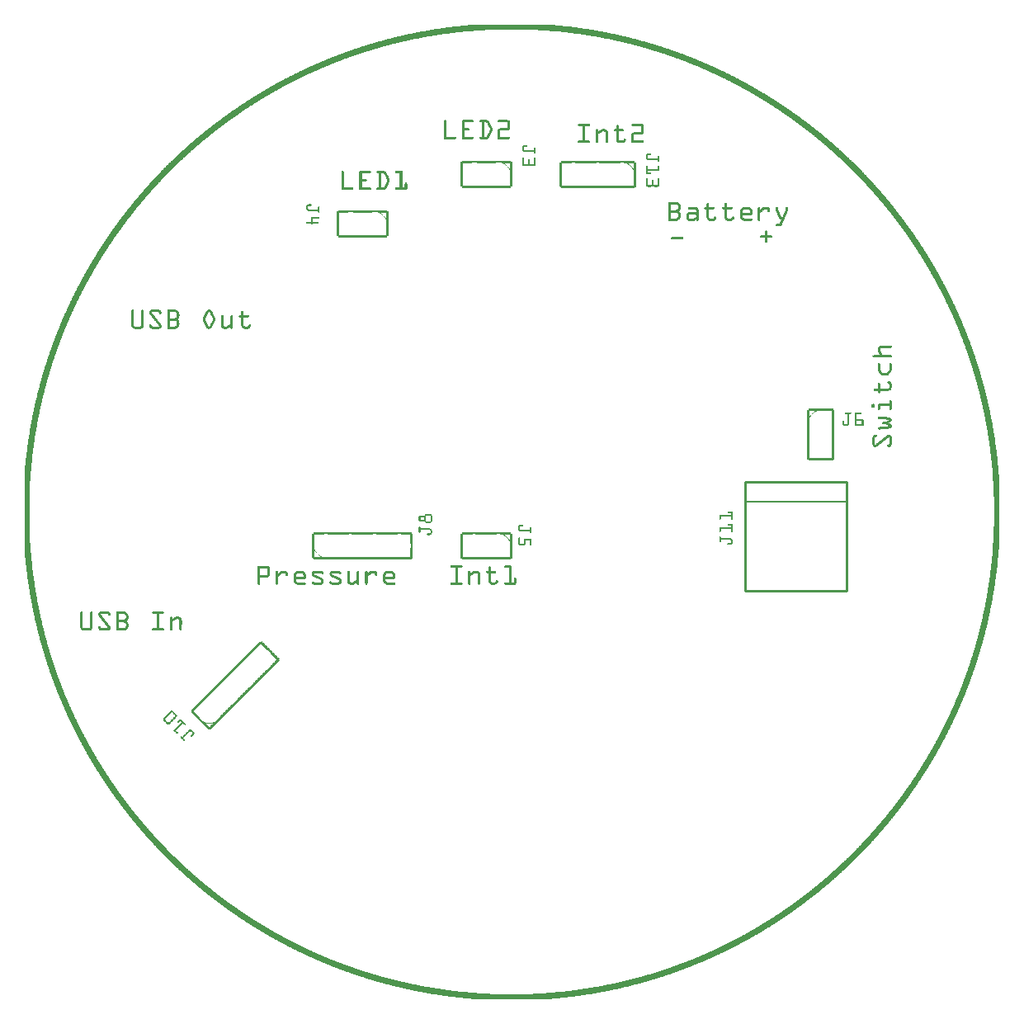
<source format=gto>
G04 MADE WITH FRITZING*
G04 WWW.FRITZING.ORG*
G04 DOUBLE SIDED*
G04 HOLES PLATED*
G04 CONTOUR ON CENTER OF CONTOUR VECTOR*
%ASAXBY*%
%FSLAX23Y23*%
%MOIN*%
%OFA0B0*%
%SFA1.0B1.0*%
%ADD10C,3.907840X3.90384*%
%ADD11C,0.010000*%
%ADD12C,0.005000*%
%ADD13R,0.001000X0.001000*%
%LNSILK1*%
G90*
G70*
G54D10*
X1969Y1969D03*
G54D11*
X2912Y1651D02*
X3322Y1651D01*
D02*
X3322Y1651D02*
X3322Y2091D01*
D02*
X3322Y2091D02*
X2912Y2091D01*
D02*
X2912Y2091D02*
X2912Y1651D01*
G54D12*
D02*
X3322Y2011D02*
X2912Y2011D01*
G54D13*
X1818Y3937D02*
X2120Y3937D01*
X1806Y3936D02*
X2132Y3936D01*
X1793Y3935D02*
X2144Y3935D01*
X1783Y3934D02*
X2155Y3934D01*
X1772Y3933D02*
X2166Y3933D01*
X1763Y3932D02*
X2175Y3932D01*
X1753Y3931D02*
X2185Y3931D01*
X1744Y3930D02*
X2194Y3930D01*
X1736Y3929D02*
X2202Y3929D01*
X1728Y3928D02*
X2210Y3928D01*
X1719Y3927D02*
X2219Y3927D01*
X1712Y3926D02*
X2226Y3926D01*
X1704Y3925D02*
X2234Y3925D01*
X1697Y3924D02*
X2241Y3924D01*
X1690Y3923D02*
X2248Y3923D01*
X1683Y3922D02*
X2255Y3922D01*
X1676Y3921D02*
X2262Y3921D01*
X1669Y3920D02*
X2269Y3920D01*
X1663Y3919D02*
X2275Y3919D01*
X1657Y3918D02*
X2281Y3918D01*
X1650Y3917D02*
X1909Y3917D01*
X2029Y3917D02*
X2288Y3917D01*
X1644Y3916D02*
X1882Y3916D01*
X2056Y3916D02*
X2294Y3916D01*
X1638Y3915D02*
X1861Y3915D01*
X2077Y3915D02*
X2300Y3915D01*
X1633Y3914D02*
X1844Y3914D01*
X2094Y3914D02*
X2305Y3914D01*
X1627Y3913D02*
X1829Y3913D01*
X2109Y3913D02*
X2311Y3913D01*
X1621Y3912D02*
X1815Y3912D01*
X2123Y3912D02*
X2317Y3912D01*
X1616Y3911D02*
X1803Y3911D01*
X2135Y3911D02*
X2322Y3911D01*
X1610Y3910D02*
X1791Y3910D01*
X2147Y3910D02*
X2328Y3910D01*
X1605Y3909D02*
X1781Y3909D01*
X2157Y3909D02*
X2333Y3909D01*
X1599Y3908D02*
X1770Y3908D01*
X2168Y3908D02*
X2339Y3908D01*
X1594Y3907D02*
X1761Y3907D01*
X2177Y3907D02*
X2344Y3907D01*
X1589Y3906D02*
X1751Y3906D01*
X2187Y3906D02*
X2349Y3906D01*
X1584Y3905D02*
X1742Y3905D01*
X2196Y3905D02*
X2354Y3905D01*
X1579Y3904D02*
X1734Y3904D01*
X2204Y3904D02*
X2359Y3904D01*
X1574Y3903D02*
X1726Y3903D01*
X2212Y3903D02*
X2364Y3903D01*
X1569Y3902D02*
X1718Y3902D01*
X2220Y3902D02*
X2369Y3902D01*
X1564Y3901D02*
X1710Y3901D01*
X2228Y3901D02*
X2374Y3901D01*
X1560Y3900D02*
X1703Y3900D01*
X2235Y3900D02*
X2378Y3900D01*
X1555Y3899D02*
X1695Y3899D01*
X2243Y3899D02*
X2383Y3899D01*
X1550Y3898D02*
X1688Y3898D01*
X2250Y3898D02*
X2388Y3898D01*
X1546Y3897D02*
X1682Y3897D01*
X2256Y3897D02*
X2392Y3897D01*
X1541Y3896D02*
X1675Y3896D01*
X2263Y3896D02*
X2397Y3896D01*
X1537Y3895D02*
X1668Y3895D01*
X2270Y3895D02*
X2401Y3895D01*
X1532Y3894D02*
X1662Y3894D01*
X2276Y3894D02*
X2406Y3894D01*
X1528Y3893D02*
X1656Y3893D01*
X2282Y3893D02*
X2410Y3893D01*
X1523Y3892D02*
X1649Y3892D01*
X2289Y3892D02*
X2415Y3892D01*
X1519Y3891D02*
X1643Y3891D01*
X2295Y3891D02*
X2419Y3891D01*
X1515Y3890D02*
X1638Y3890D01*
X2300Y3890D02*
X2423Y3890D01*
X1511Y3889D02*
X1632Y3889D01*
X2306Y3889D02*
X2427Y3889D01*
X1507Y3888D02*
X1626Y3888D01*
X2312Y3888D02*
X2431Y3888D01*
X1502Y3887D02*
X1620Y3887D01*
X2318Y3887D02*
X2436Y3887D01*
X1498Y3886D02*
X1615Y3886D01*
X2323Y3886D02*
X2440Y3886D01*
X1494Y3885D02*
X1609Y3885D01*
X2329Y3885D02*
X2444Y3885D01*
X1490Y3884D02*
X1604Y3884D01*
X2334Y3884D02*
X2448Y3884D01*
X1486Y3883D02*
X1599Y3883D01*
X2339Y3883D02*
X2452Y3883D01*
X1482Y3882D02*
X1594Y3882D01*
X2344Y3882D02*
X2456Y3882D01*
X1478Y3881D02*
X1589Y3881D01*
X2349Y3881D02*
X2460Y3881D01*
X1474Y3880D02*
X1583Y3880D01*
X2355Y3880D02*
X2464Y3880D01*
X1471Y3879D02*
X1578Y3879D01*
X2360Y3879D02*
X2467Y3879D01*
X1467Y3878D02*
X1573Y3878D01*
X2365Y3878D02*
X2471Y3878D01*
X1463Y3877D02*
X1569Y3877D01*
X2369Y3877D02*
X2475Y3877D01*
X1459Y3876D02*
X1564Y3876D01*
X2374Y3876D02*
X2479Y3876D01*
X1456Y3875D02*
X1559Y3875D01*
X2379Y3875D02*
X2482Y3875D01*
X1452Y3874D02*
X1555Y3874D01*
X2383Y3874D02*
X2486Y3874D01*
X1448Y3873D02*
X1550Y3873D01*
X2388Y3873D02*
X2490Y3873D01*
X1445Y3872D02*
X1545Y3872D01*
X2393Y3872D02*
X2493Y3872D01*
X1441Y3871D02*
X1541Y3871D01*
X2397Y3871D02*
X2497Y3871D01*
X1437Y3870D02*
X1537Y3870D01*
X2401Y3870D02*
X2501Y3870D01*
X1434Y3869D02*
X1532Y3869D01*
X2406Y3869D02*
X2504Y3869D01*
X1430Y3868D02*
X1528Y3868D01*
X2410Y3868D02*
X2508Y3868D01*
X1427Y3867D02*
X1523Y3867D01*
X2415Y3867D02*
X2511Y3867D01*
X1423Y3866D02*
X1519Y3866D01*
X2419Y3866D02*
X2515Y3866D01*
X1420Y3865D02*
X1515Y3865D01*
X2423Y3865D02*
X2518Y3865D01*
X1416Y3864D02*
X1511Y3864D01*
X2427Y3864D02*
X2522Y3864D01*
X1413Y3863D02*
X1507Y3863D01*
X2431Y3863D02*
X2525Y3863D01*
X1410Y3862D02*
X1502Y3862D01*
X2436Y3862D02*
X2528Y3862D01*
X1406Y3861D02*
X1498Y3861D01*
X2440Y3861D02*
X2532Y3861D01*
X1403Y3860D02*
X1494Y3860D01*
X2444Y3860D02*
X2535Y3860D01*
X1400Y3859D02*
X1490Y3859D01*
X2448Y3859D02*
X2538Y3859D01*
X1396Y3858D02*
X1486Y3858D01*
X2452Y3858D02*
X2542Y3858D01*
X1393Y3857D02*
X1482Y3857D01*
X2456Y3857D02*
X2545Y3857D01*
X1390Y3856D02*
X1479Y3856D01*
X2459Y3856D02*
X2548Y3856D01*
X1386Y3855D02*
X1475Y3855D01*
X2463Y3855D02*
X2552Y3855D01*
X1383Y3854D02*
X1471Y3854D01*
X2467Y3854D02*
X2555Y3854D01*
X1380Y3853D02*
X1467Y3853D01*
X2471Y3853D02*
X2558Y3853D01*
X1377Y3852D02*
X1463Y3852D01*
X2475Y3852D02*
X2561Y3852D01*
X1374Y3851D02*
X1460Y3851D01*
X2478Y3851D02*
X2564Y3851D01*
X1371Y3850D02*
X1456Y3850D01*
X2482Y3850D02*
X2567Y3850D01*
X1367Y3849D02*
X1452Y3849D01*
X2486Y3849D02*
X2571Y3849D01*
X1364Y3848D02*
X1449Y3848D01*
X2489Y3848D02*
X2574Y3848D01*
X1361Y3847D02*
X1445Y3847D01*
X2493Y3847D02*
X2577Y3847D01*
X1358Y3846D02*
X1441Y3846D01*
X2497Y3846D02*
X2580Y3846D01*
X1355Y3845D02*
X1438Y3845D01*
X2500Y3845D02*
X2583Y3845D01*
X1352Y3844D02*
X1434Y3844D01*
X2504Y3844D02*
X2586Y3844D01*
X1349Y3843D02*
X1431Y3843D01*
X2507Y3843D02*
X2589Y3843D01*
X1346Y3842D02*
X1427Y3842D01*
X2511Y3842D02*
X2592Y3842D01*
X1343Y3841D02*
X1424Y3841D01*
X2514Y3841D02*
X2595Y3841D01*
X1340Y3840D02*
X1421Y3840D01*
X2517Y3840D02*
X2598Y3840D01*
X1337Y3839D02*
X1417Y3839D01*
X2521Y3839D02*
X2601Y3839D01*
X1334Y3838D02*
X1414Y3838D01*
X2524Y3838D02*
X2604Y3838D01*
X1331Y3837D02*
X1410Y3837D01*
X2528Y3837D02*
X2607Y3837D01*
X1328Y3836D02*
X1407Y3836D01*
X2531Y3836D02*
X2610Y3836D01*
X1325Y3835D02*
X1404Y3835D01*
X2534Y3835D02*
X2613Y3835D01*
X1322Y3834D02*
X1400Y3834D01*
X2538Y3834D02*
X2616Y3834D01*
X1320Y3833D02*
X1397Y3833D01*
X2541Y3833D02*
X2618Y3833D01*
X1317Y3832D02*
X1394Y3832D01*
X2544Y3832D02*
X2621Y3832D01*
X1314Y3831D02*
X1391Y3831D01*
X2547Y3831D02*
X2624Y3831D01*
X1311Y3830D02*
X1387Y3830D01*
X2551Y3830D02*
X2627Y3830D01*
X1308Y3829D02*
X1384Y3829D01*
X2554Y3829D02*
X2630Y3829D01*
X1305Y3828D02*
X1381Y3828D01*
X2557Y3828D02*
X2633Y3828D01*
X1303Y3827D02*
X1378Y3827D01*
X2560Y3827D02*
X2635Y3827D01*
X1300Y3826D02*
X1375Y3826D01*
X2563Y3826D02*
X2638Y3826D01*
X1297Y3825D02*
X1372Y3825D01*
X2566Y3825D02*
X2641Y3825D01*
X1294Y3824D02*
X1368Y3824D01*
X2570Y3824D02*
X2644Y3824D01*
X1291Y3823D02*
X1365Y3823D01*
X2573Y3823D02*
X2647Y3823D01*
X1289Y3822D02*
X1362Y3822D01*
X2576Y3822D02*
X2649Y3822D01*
X1286Y3821D02*
X1359Y3821D01*
X2579Y3821D02*
X2652Y3821D01*
X1283Y3820D02*
X1356Y3820D01*
X2582Y3820D02*
X2655Y3820D01*
X1281Y3819D02*
X1353Y3819D01*
X2585Y3819D02*
X2657Y3819D01*
X1278Y3818D02*
X1350Y3818D01*
X2588Y3818D02*
X2660Y3818D01*
X1275Y3817D02*
X1347Y3817D01*
X2591Y3817D02*
X2663Y3817D01*
X1273Y3816D02*
X1344Y3816D01*
X2594Y3816D02*
X2665Y3816D01*
X1270Y3815D02*
X1341Y3815D01*
X2597Y3815D02*
X2668Y3815D01*
X1267Y3814D02*
X1338Y3814D01*
X2600Y3814D02*
X2671Y3814D01*
X1265Y3813D02*
X1335Y3813D01*
X2603Y3813D02*
X2673Y3813D01*
X1262Y3812D02*
X1333Y3812D01*
X2605Y3812D02*
X2676Y3812D01*
X1260Y3811D02*
X1330Y3811D01*
X2608Y3811D02*
X2678Y3811D01*
X1257Y3810D02*
X1327Y3810D01*
X2611Y3810D02*
X2681Y3810D01*
X1254Y3809D02*
X1324Y3809D01*
X2614Y3809D02*
X2684Y3809D01*
X1252Y3808D02*
X1321Y3808D01*
X2617Y3808D02*
X2686Y3808D01*
X1249Y3807D02*
X1318Y3807D01*
X2620Y3807D02*
X2689Y3807D01*
X1247Y3806D02*
X1315Y3806D01*
X2623Y3806D02*
X2691Y3806D01*
X1244Y3805D02*
X1313Y3805D01*
X2625Y3805D02*
X2694Y3805D01*
X1242Y3804D02*
X1310Y3804D01*
X2628Y3804D02*
X2696Y3804D01*
X1239Y3803D02*
X1307Y3803D01*
X2631Y3803D02*
X2699Y3803D01*
X1237Y3802D02*
X1304Y3802D01*
X2634Y3802D02*
X2701Y3802D01*
X1234Y3801D02*
X1301Y3801D01*
X2637Y3801D02*
X2704Y3801D01*
X1232Y3800D02*
X1299Y3800D01*
X2639Y3800D02*
X2706Y3800D01*
X1229Y3799D02*
X1296Y3799D01*
X2642Y3799D02*
X2709Y3799D01*
X1227Y3798D02*
X1293Y3798D01*
X2645Y3798D02*
X2711Y3798D01*
X1224Y3797D02*
X1291Y3797D01*
X2647Y3797D02*
X2714Y3797D01*
X1222Y3796D02*
X1288Y3796D01*
X2650Y3796D02*
X2716Y3796D01*
X1219Y3795D02*
X1285Y3795D01*
X2653Y3795D02*
X2719Y3795D01*
X1217Y3794D02*
X1283Y3794D01*
X2655Y3794D02*
X2721Y3794D01*
X1215Y3793D02*
X1280Y3793D01*
X2658Y3793D02*
X2723Y3793D01*
X1212Y3792D02*
X1277Y3792D01*
X2661Y3792D02*
X2726Y3792D01*
X1210Y3791D02*
X1275Y3791D01*
X2663Y3791D02*
X2728Y3791D01*
X1207Y3790D02*
X1272Y3790D01*
X2666Y3790D02*
X2731Y3790D01*
X1205Y3789D02*
X1269Y3789D01*
X2669Y3789D02*
X2733Y3789D01*
X1203Y3788D02*
X1267Y3788D01*
X2671Y3788D02*
X2735Y3788D01*
X1200Y3787D02*
X1264Y3787D01*
X2674Y3787D02*
X2738Y3787D01*
X1198Y3786D02*
X1262Y3786D01*
X2676Y3786D02*
X2740Y3786D01*
X1196Y3785D02*
X1259Y3785D01*
X2679Y3785D02*
X2742Y3785D01*
X1193Y3784D02*
X1256Y3784D01*
X2681Y3784D02*
X2745Y3784D01*
X1191Y3783D02*
X1254Y3783D01*
X2684Y3783D02*
X2747Y3783D01*
X1189Y3782D02*
X1251Y3782D01*
X2687Y3782D02*
X2749Y3782D01*
X1186Y3781D02*
X1249Y3781D01*
X2689Y3781D02*
X2752Y3781D01*
X1184Y3780D02*
X1246Y3780D01*
X2692Y3780D02*
X2754Y3780D01*
X1182Y3779D02*
X1244Y3779D01*
X2694Y3779D02*
X2756Y3779D01*
X1179Y3778D02*
X1241Y3778D01*
X2697Y3778D02*
X2759Y3778D01*
X1177Y3777D02*
X1239Y3777D01*
X2699Y3777D02*
X2761Y3777D01*
X1175Y3776D02*
X1236Y3776D01*
X2702Y3776D02*
X2763Y3776D01*
X1173Y3775D02*
X1234Y3775D01*
X2704Y3775D02*
X2765Y3775D01*
X1170Y3774D02*
X1231Y3774D01*
X2707Y3774D02*
X2768Y3774D01*
X1168Y3773D02*
X1229Y3773D01*
X2709Y3773D02*
X2770Y3773D01*
X1166Y3772D02*
X1227Y3772D01*
X2711Y3772D02*
X2772Y3772D01*
X1164Y3771D02*
X1224Y3771D01*
X2714Y3771D02*
X2774Y3771D01*
X1161Y3770D02*
X1222Y3770D01*
X2716Y3770D02*
X2777Y3770D01*
X1159Y3769D02*
X1219Y3769D01*
X2719Y3769D02*
X2779Y3769D01*
X1157Y3768D02*
X1217Y3768D01*
X2721Y3768D02*
X2781Y3768D01*
X1155Y3767D02*
X1215Y3767D01*
X2723Y3767D02*
X2783Y3767D01*
X1152Y3766D02*
X1212Y3766D01*
X2726Y3766D02*
X2785Y3766D01*
X1150Y3765D02*
X1210Y3765D01*
X2728Y3765D02*
X2788Y3765D01*
X1148Y3764D02*
X1208Y3764D01*
X2730Y3764D02*
X2790Y3764D01*
X1146Y3763D02*
X1205Y3763D01*
X2733Y3763D02*
X2792Y3763D01*
X1144Y3762D02*
X1203Y3762D01*
X2735Y3762D02*
X2794Y3762D01*
X1142Y3761D02*
X1201Y3761D01*
X2737Y3761D02*
X2796Y3761D01*
X1139Y3760D02*
X1198Y3760D01*
X2740Y3760D02*
X2799Y3760D01*
X1137Y3759D02*
X1196Y3759D01*
X2742Y3759D02*
X2801Y3759D01*
X1135Y3758D02*
X1194Y3758D01*
X2744Y3758D02*
X2803Y3758D01*
X1133Y3757D02*
X1191Y3757D01*
X2747Y3757D02*
X2805Y3757D01*
X1131Y3756D02*
X1189Y3756D01*
X2749Y3756D02*
X2807Y3756D01*
X1129Y3755D02*
X1187Y3755D01*
X2751Y3755D02*
X2809Y3755D01*
X1127Y3754D02*
X1184Y3754D01*
X2754Y3754D02*
X2811Y3754D01*
X1125Y3753D02*
X1182Y3753D01*
X2756Y3753D02*
X2813Y3753D01*
X1122Y3752D02*
X1180Y3752D01*
X2758Y3752D02*
X2816Y3752D01*
X1120Y3751D02*
X1178Y3751D01*
X2760Y3751D02*
X2818Y3751D01*
X1118Y3750D02*
X1175Y3750D01*
X2763Y3750D02*
X2820Y3750D01*
X1116Y3749D02*
X1173Y3749D01*
X2765Y3749D02*
X2822Y3749D01*
X1114Y3748D02*
X1171Y3748D01*
X2767Y3748D02*
X2824Y3748D01*
X1112Y3747D02*
X1169Y3747D01*
X2769Y3747D02*
X2826Y3747D01*
X1110Y3746D02*
X1166Y3746D01*
X2772Y3746D02*
X2828Y3746D01*
X1108Y3745D02*
X1164Y3745D01*
X2774Y3745D02*
X2830Y3745D01*
X1106Y3744D02*
X1162Y3744D01*
X2776Y3744D02*
X2832Y3744D01*
X1104Y3743D02*
X1160Y3743D01*
X2778Y3743D02*
X2834Y3743D01*
X1102Y3742D02*
X1158Y3742D01*
X2780Y3742D02*
X2836Y3742D01*
X1100Y3741D02*
X1156Y3741D01*
X2782Y3741D02*
X2838Y3741D01*
X1098Y3740D02*
X1153Y3740D01*
X2785Y3740D02*
X2840Y3740D01*
X1096Y3739D02*
X1151Y3739D01*
X2787Y3739D02*
X2842Y3739D01*
X1094Y3738D02*
X1149Y3738D01*
X2789Y3738D02*
X2844Y3738D01*
X1092Y3737D02*
X1147Y3737D01*
X2791Y3737D02*
X2846Y3737D01*
X1090Y3736D02*
X1145Y3736D01*
X2793Y3736D02*
X2848Y3736D01*
X1088Y3735D02*
X1143Y3735D01*
X2795Y3735D02*
X2850Y3735D01*
X1086Y3734D02*
X1140Y3734D01*
X2798Y3734D02*
X2852Y3734D01*
X1084Y3733D02*
X1138Y3733D01*
X2800Y3733D02*
X2854Y3733D01*
X1082Y3732D02*
X1136Y3732D01*
X2802Y3732D02*
X2856Y3732D01*
X1080Y3731D02*
X1134Y3731D01*
X2804Y3731D02*
X2858Y3731D01*
X1078Y3730D02*
X1132Y3730D01*
X2806Y3730D02*
X2860Y3730D01*
X1076Y3729D02*
X1130Y3729D01*
X2808Y3729D02*
X2862Y3729D01*
X1074Y3728D02*
X1128Y3728D01*
X2810Y3728D02*
X2864Y3728D01*
X1072Y3727D02*
X1126Y3727D01*
X2812Y3727D02*
X2866Y3727D01*
X1070Y3726D02*
X1124Y3726D01*
X2814Y3726D02*
X2868Y3726D01*
X1068Y3725D02*
X1122Y3725D01*
X2816Y3725D02*
X2870Y3725D01*
X1066Y3724D02*
X1119Y3724D01*
X2819Y3724D02*
X2872Y3724D01*
X1064Y3723D02*
X1117Y3723D01*
X2821Y3723D02*
X2874Y3723D01*
X1062Y3722D02*
X1115Y3722D01*
X2823Y3722D02*
X2876Y3722D01*
X1060Y3721D02*
X1113Y3721D01*
X2825Y3721D02*
X2878Y3721D01*
X1058Y3720D02*
X1111Y3720D01*
X2827Y3720D02*
X2880Y3720D01*
X1056Y3719D02*
X1109Y3719D01*
X2829Y3719D02*
X2882Y3719D01*
X1054Y3718D02*
X1107Y3718D01*
X2831Y3718D02*
X2884Y3718D01*
X1052Y3717D02*
X1105Y3717D01*
X2833Y3717D02*
X2886Y3717D01*
X1051Y3716D02*
X1103Y3716D01*
X2835Y3716D02*
X2887Y3716D01*
X1049Y3715D02*
X1101Y3715D01*
X2837Y3715D02*
X2889Y3715D01*
X1047Y3714D02*
X1099Y3714D01*
X2839Y3714D02*
X2891Y3714D01*
X1045Y3713D02*
X1097Y3713D01*
X2841Y3713D02*
X2893Y3713D01*
X1043Y3712D02*
X1095Y3712D01*
X2843Y3712D02*
X2895Y3712D01*
X1041Y3711D02*
X1093Y3711D01*
X2845Y3711D02*
X2897Y3711D01*
X1039Y3710D02*
X1091Y3710D01*
X2847Y3710D02*
X2899Y3710D01*
X1037Y3709D02*
X1089Y3709D01*
X2849Y3709D02*
X2901Y3709D01*
X1036Y3708D02*
X1087Y3708D01*
X2851Y3708D02*
X2902Y3708D01*
X1034Y3707D02*
X1085Y3707D01*
X2853Y3707D02*
X2904Y3707D01*
X1032Y3706D02*
X1083Y3706D01*
X2855Y3706D02*
X2906Y3706D01*
X1030Y3705D02*
X1081Y3705D01*
X2857Y3705D02*
X2908Y3705D01*
X1028Y3704D02*
X1079Y3704D01*
X2859Y3704D02*
X2910Y3704D01*
X1026Y3703D02*
X1077Y3703D01*
X2861Y3703D02*
X2912Y3703D01*
X1024Y3702D02*
X1076Y3702D01*
X2862Y3702D02*
X2914Y3702D01*
X1023Y3701D02*
X1074Y3701D01*
X2864Y3701D02*
X2915Y3701D01*
X1021Y3700D02*
X1072Y3700D01*
X2866Y3700D02*
X2917Y3700D01*
X1019Y3699D02*
X1070Y3699D01*
X2868Y3699D02*
X2919Y3699D01*
X1017Y3698D02*
X1068Y3698D01*
X2870Y3698D02*
X2921Y3698D01*
X1015Y3697D02*
X1066Y3697D01*
X2872Y3697D02*
X2923Y3697D01*
X1014Y3696D02*
X1064Y3696D01*
X2874Y3696D02*
X2924Y3696D01*
X1012Y3695D02*
X1062Y3695D01*
X2876Y3695D02*
X2926Y3695D01*
X1010Y3694D02*
X1060Y3694D01*
X2878Y3694D02*
X2928Y3694D01*
X1008Y3693D02*
X1058Y3693D01*
X2880Y3693D02*
X2930Y3693D01*
X1006Y3692D02*
X1056Y3692D01*
X2882Y3692D02*
X2932Y3692D01*
X1005Y3691D02*
X1055Y3691D01*
X2883Y3691D02*
X2933Y3691D01*
X1003Y3690D02*
X1053Y3690D01*
X2885Y3690D02*
X2935Y3690D01*
X1001Y3689D02*
X1051Y3689D01*
X2887Y3689D02*
X2937Y3689D01*
X999Y3688D02*
X1049Y3688D01*
X2889Y3688D02*
X2939Y3688D01*
X998Y3687D02*
X1047Y3687D01*
X2891Y3687D02*
X2940Y3687D01*
X996Y3686D02*
X1045Y3686D01*
X2893Y3686D02*
X2942Y3686D01*
X994Y3685D02*
X1043Y3685D01*
X2895Y3685D02*
X2944Y3685D01*
X992Y3684D02*
X1042Y3684D01*
X2896Y3684D02*
X2946Y3684D01*
X990Y3683D02*
X1040Y3683D01*
X2898Y3683D02*
X2948Y3683D01*
X989Y3682D02*
X1038Y3682D01*
X2900Y3682D02*
X2949Y3682D01*
X987Y3681D02*
X1036Y3681D01*
X2902Y3681D02*
X2951Y3681D01*
X985Y3680D02*
X1034Y3680D01*
X2904Y3680D02*
X2953Y3680D01*
X983Y3679D02*
X1032Y3679D01*
X2906Y3679D02*
X2954Y3679D01*
X982Y3678D02*
X1031Y3678D01*
X2907Y3678D02*
X2956Y3678D01*
X980Y3677D02*
X1029Y3677D01*
X2909Y3677D02*
X2958Y3677D01*
X978Y3676D02*
X1027Y3676D01*
X2911Y3676D02*
X2960Y3676D01*
X977Y3675D02*
X1025Y3675D01*
X2913Y3675D02*
X2961Y3675D01*
X975Y3674D02*
X1023Y3674D01*
X2915Y3674D02*
X2963Y3674D01*
X973Y3673D02*
X1021Y3673D01*
X2916Y3673D02*
X2965Y3673D01*
X972Y3672D02*
X1020Y3672D01*
X2918Y3672D02*
X2966Y3672D01*
X970Y3671D02*
X1018Y3671D01*
X2920Y3671D02*
X2968Y3671D01*
X968Y3670D02*
X1016Y3670D01*
X2922Y3670D02*
X2970Y3670D01*
X966Y3669D02*
X1014Y3669D01*
X2924Y3669D02*
X2972Y3669D01*
X965Y3668D02*
X1013Y3668D01*
X2925Y3668D02*
X2973Y3668D01*
X963Y3667D02*
X1011Y3667D01*
X2927Y3667D02*
X2975Y3667D01*
X961Y3666D02*
X1009Y3666D01*
X2929Y3666D02*
X2977Y3666D01*
X960Y3665D02*
X1007Y3665D01*
X2931Y3665D02*
X2978Y3665D01*
X958Y3664D02*
X1006Y3664D01*
X2932Y3664D02*
X2980Y3664D01*
X956Y3663D02*
X1004Y3663D01*
X2934Y3663D02*
X2982Y3663D01*
X955Y3662D02*
X1002Y3662D01*
X2936Y3662D02*
X2983Y3662D01*
X953Y3661D02*
X1000Y3661D01*
X2938Y3661D02*
X2985Y3661D01*
X951Y3660D02*
X999Y3660D01*
X2939Y3660D02*
X2987Y3660D01*
X950Y3659D02*
X997Y3659D01*
X2941Y3659D02*
X2988Y3659D01*
X948Y3658D02*
X995Y3658D01*
X2943Y3658D02*
X2990Y3658D01*
X946Y3657D02*
X993Y3657D01*
X2945Y3657D02*
X2992Y3657D01*
X945Y3656D02*
X992Y3656D01*
X2946Y3656D02*
X2993Y3656D01*
X943Y3655D02*
X990Y3655D01*
X2948Y3655D02*
X2995Y3655D01*
X941Y3654D02*
X988Y3654D01*
X2950Y3654D02*
X2997Y3654D01*
X940Y3653D02*
X987Y3653D01*
X2951Y3653D02*
X2998Y3653D01*
X938Y3652D02*
X985Y3652D01*
X2953Y3652D02*
X3000Y3652D01*
X937Y3651D02*
X983Y3651D01*
X2955Y3651D02*
X3001Y3651D01*
X935Y3650D02*
X981Y3650D01*
X2957Y3650D02*
X3003Y3650D01*
X933Y3649D02*
X980Y3649D01*
X2958Y3649D02*
X3005Y3649D01*
X932Y3648D02*
X978Y3648D01*
X2960Y3648D02*
X3006Y3648D01*
X930Y3647D02*
X976Y3647D01*
X2962Y3647D02*
X3008Y3647D01*
X928Y3646D02*
X975Y3646D01*
X2963Y3646D02*
X3010Y3646D01*
X927Y3645D02*
X973Y3645D01*
X2965Y3645D02*
X3011Y3645D01*
X925Y3644D02*
X971Y3644D01*
X2967Y3644D02*
X3013Y3644D01*
X924Y3643D02*
X970Y3643D01*
X2968Y3643D02*
X3014Y3643D01*
X922Y3642D02*
X968Y3642D01*
X2970Y3642D02*
X3016Y3642D01*
X920Y3641D02*
X966Y3641D01*
X2972Y3641D02*
X3018Y3641D01*
X919Y3640D02*
X965Y3640D01*
X2973Y3640D02*
X3019Y3640D01*
X917Y3639D02*
X963Y3639D01*
X2975Y3639D02*
X3021Y3639D01*
X916Y3638D02*
X961Y3638D01*
X2977Y3638D02*
X3022Y3638D01*
X914Y3637D02*
X960Y3637D01*
X2978Y3637D02*
X3024Y3637D01*
X913Y3636D02*
X958Y3636D01*
X2980Y3636D02*
X3025Y3636D01*
X911Y3635D02*
X956Y3635D01*
X2982Y3635D02*
X3027Y3635D01*
X909Y3634D02*
X955Y3634D01*
X2983Y3634D02*
X3029Y3634D01*
X908Y3633D02*
X953Y3633D01*
X2985Y3633D02*
X3030Y3633D01*
X906Y3632D02*
X951Y3632D01*
X2987Y3632D02*
X3032Y3632D01*
X905Y3631D02*
X950Y3631D01*
X2988Y3631D02*
X3033Y3631D01*
X903Y3630D02*
X948Y3630D01*
X2990Y3630D02*
X3035Y3630D01*
X902Y3629D02*
X947Y3629D01*
X2991Y3629D02*
X3036Y3629D01*
X900Y3628D02*
X945Y3628D01*
X2993Y3628D02*
X3038Y3628D01*
X898Y3627D02*
X943Y3627D01*
X2995Y3627D02*
X3039Y3627D01*
X897Y3626D02*
X942Y3626D01*
X2996Y3626D02*
X3041Y3626D01*
X895Y3625D02*
X940Y3625D01*
X2998Y3625D02*
X3043Y3625D01*
X894Y3624D02*
X938Y3624D01*
X2999Y3624D02*
X3044Y3624D01*
X892Y3623D02*
X937Y3623D01*
X3001Y3623D02*
X3046Y3623D01*
X891Y3622D02*
X935Y3622D01*
X3003Y3622D02*
X3047Y3622D01*
X889Y3621D02*
X934Y3621D01*
X3004Y3621D02*
X3049Y3621D01*
X888Y3620D02*
X932Y3620D01*
X3006Y3620D02*
X3050Y3620D01*
X886Y3619D02*
X931Y3619D01*
X3007Y3619D02*
X3052Y3619D01*
X885Y3618D02*
X929Y3618D01*
X3009Y3618D02*
X3053Y3618D01*
X883Y3617D02*
X927Y3617D01*
X3011Y3617D02*
X3055Y3617D01*
X882Y3616D02*
X926Y3616D01*
X3012Y3616D02*
X3056Y3616D01*
X880Y3615D02*
X924Y3615D01*
X3014Y3615D02*
X3058Y3615D01*
X879Y3614D02*
X923Y3614D01*
X3015Y3614D02*
X3059Y3614D01*
X877Y3613D02*
X921Y3613D01*
X3017Y3613D02*
X3061Y3613D01*
X876Y3612D02*
X920Y3612D01*
X3018Y3612D02*
X3062Y3612D01*
X874Y3611D02*
X918Y3611D01*
X3020Y3611D02*
X3064Y3611D01*
X873Y3610D02*
X916Y3610D01*
X3022Y3610D02*
X3065Y3610D01*
X871Y3609D02*
X915Y3609D01*
X3023Y3609D02*
X3067Y3609D01*
X870Y3608D02*
X913Y3608D01*
X3025Y3608D02*
X3068Y3608D01*
X868Y3607D02*
X912Y3607D01*
X3026Y3607D02*
X3070Y3607D01*
X867Y3606D02*
X910Y3606D01*
X3028Y3606D02*
X3071Y3606D01*
X865Y3605D02*
X909Y3605D01*
X3029Y3605D02*
X3073Y3605D01*
X864Y3604D02*
X907Y3604D01*
X3031Y3604D02*
X3074Y3604D01*
X862Y3603D02*
X906Y3603D01*
X3032Y3603D02*
X3076Y3603D01*
X861Y3602D02*
X904Y3602D01*
X3034Y3602D02*
X3077Y3602D01*
X859Y3601D02*
X903Y3601D01*
X3035Y3601D02*
X3079Y3601D01*
X858Y3600D02*
X901Y3600D01*
X3037Y3600D02*
X3080Y3600D01*
X856Y3599D02*
X899Y3599D01*
X3039Y3599D02*
X3082Y3599D01*
X855Y3598D02*
X898Y3598D01*
X3040Y3598D02*
X3083Y3598D01*
X853Y3597D02*
X896Y3597D01*
X3042Y3597D02*
X3085Y3597D01*
X852Y3596D02*
X895Y3596D01*
X3043Y3596D02*
X3086Y3596D01*
X851Y3595D02*
X893Y3595D01*
X3045Y3595D02*
X3087Y3595D01*
X849Y3594D02*
X892Y3594D01*
X3046Y3594D02*
X3089Y3594D01*
X848Y3593D02*
X890Y3593D01*
X3048Y3593D02*
X3090Y3593D01*
X846Y3592D02*
X889Y3592D01*
X3049Y3592D02*
X3092Y3592D01*
X845Y3591D02*
X887Y3591D01*
X3051Y3591D02*
X3093Y3591D01*
X843Y3590D02*
X886Y3590D01*
X3052Y3590D02*
X3095Y3590D01*
X842Y3589D02*
X884Y3589D01*
X3054Y3589D02*
X3096Y3589D01*
X840Y3588D02*
X883Y3588D01*
X3055Y3588D02*
X3098Y3588D01*
X839Y3587D02*
X881Y3587D01*
X3057Y3587D02*
X3099Y3587D01*
X838Y3586D02*
X880Y3586D01*
X3058Y3586D02*
X3100Y3586D01*
X836Y3585D02*
X878Y3585D01*
X3059Y3585D02*
X3102Y3585D01*
X835Y3584D02*
X877Y3584D01*
X3061Y3584D02*
X3103Y3584D01*
X833Y3583D02*
X876Y3583D01*
X3062Y3583D02*
X3105Y3583D01*
X832Y3582D02*
X874Y3582D01*
X3064Y3582D02*
X3106Y3582D01*
X830Y3581D02*
X873Y3581D01*
X3065Y3581D02*
X3108Y3581D01*
X829Y3580D02*
X871Y3580D01*
X3067Y3580D02*
X3109Y3580D01*
X828Y3579D02*
X870Y3579D01*
X3068Y3579D02*
X3110Y3579D01*
X826Y3578D02*
X868Y3578D01*
X3070Y3578D02*
X3112Y3578D01*
X825Y3577D02*
X867Y3577D01*
X3071Y3577D02*
X3113Y3577D01*
X823Y3576D02*
X865Y3576D01*
X3073Y3576D02*
X3115Y3576D01*
X822Y3575D02*
X864Y3575D01*
X3074Y3575D02*
X3116Y3575D01*
X821Y3574D02*
X862Y3574D01*
X3076Y3574D02*
X3117Y3574D01*
X819Y3573D02*
X861Y3573D01*
X3077Y3573D02*
X3119Y3573D01*
X818Y3572D02*
X860Y3572D01*
X3078Y3572D02*
X3120Y3572D01*
X816Y3571D02*
X858Y3571D01*
X3080Y3571D02*
X3122Y3571D01*
X815Y3570D02*
X857Y3570D01*
X3081Y3570D02*
X3123Y3570D01*
X814Y3569D02*
X855Y3569D01*
X3083Y3569D02*
X3124Y3569D01*
X812Y3568D02*
X854Y3568D01*
X3084Y3568D02*
X3126Y3568D01*
X811Y3567D02*
X852Y3567D01*
X3086Y3567D02*
X3127Y3567D01*
X810Y3566D02*
X851Y3566D01*
X3087Y3566D02*
X3128Y3566D01*
X808Y3565D02*
X850Y3565D01*
X3088Y3565D02*
X3130Y3565D01*
X807Y3564D02*
X848Y3564D01*
X3090Y3564D02*
X3131Y3564D01*
X805Y3563D02*
X847Y3563D01*
X3091Y3563D02*
X3133Y3563D01*
X804Y3562D02*
X845Y3562D01*
X3093Y3562D02*
X3134Y3562D01*
X803Y3561D02*
X844Y3561D01*
X3094Y3561D02*
X3135Y3561D01*
X801Y3560D02*
X842Y3560D01*
X3096Y3560D02*
X3137Y3560D01*
X800Y3559D02*
X841Y3559D01*
X3097Y3559D02*
X3138Y3559D01*
X799Y3558D02*
X840Y3558D01*
X3098Y3558D02*
X3139Y3558D01*
X797Y3557D02*
X838Y3557D01*
X3100Y3557D02*
X3141Y3557D01*
X796Y3556D02*
X837Y3556D01*
X3101Y3556D02*
X3142Y3556D01*
X795Y3555D02*
X835Y3555D01*
X3103Y3555D02*
X3143Y3555D01*
X793Y3554D02*
X834Y3554D01*
X3104Y3554D02*
X3145Y3554D01*
X792Y3553D02*
X833Y3553D01*
X3105Y3553D02*
X3146Y3553D01*
X791Y3552D02*
X831Y3552D01*
X1700Y3552D02*
X1701Y3552D01*
X1771Y3552D02*
X1811Y3552D01*
X1843Y3552D02*
X1867Y3552D01*
X1917Y3552D02*
X1953Y3552D01*
X3107Y3552D02*
X3147Y3552D01*
X789Y3551D02*
X830Y3551D01*
X1698Y3551D02*
X1703Y3551D01*
X1770Y3551D02*
X1814Y3551D01*
X1841Y3551D02*
X1870Y3551D01*
X1915Y3551D02*
X1956Y3551D01*
X3108Y3551D02*
X3149Y3551D01*
X788Y3550D02*
X829Y3550D01*
X1697Y3550D02*
X1704Y3550D01*
X1770Y3550D02*
X1815Y3550D01*
X1840Y3550D02*
X1872Y3550D01*
X1914Y3550D02*
X1958Y3550D01*
X3109Y3550D02*
X3150Y3550D01*
X787Y3549D02*
X827Y3549D01*
X1696Y3549D02*
X1705Y3549D01*
X1770Y3549D02*
X1815Y3549D01*
X1839Y3549D02*
X1874Y3549D01*
X1913Y3549D02*
X1959Y3549D01*
X3111Y3549D02*
X3151Y3549D01*
X785Y3548D02*
X826Y3548D01*
X1696Y3548D02*
X1705Y3548D01*
X1770Y3548D02*
X1815Y3548D01*
X1839Y3548D02*
X1875Y3548D01*
X1913Y3548D02*
X1960Y3548D01*
X3112Y3548D02*
X3153Y3548D01*
X784Y3547D02*
X824Y3547D01*
X1696Y3547D02*
X1705Y3547D01*
X1770Y3547D02*
X1816Y3547D01*
X1839Y3547D02*
X1876Y3547D01*
X1913Y3547D02*
X1960Y3547D01*
X3114Y3547D02*
X3154Y3547D01*
X783Y3546D02*
X823Y3546D01*
X1696Y3546D02*
X1705Y3546D01*
X1770Y3546D02*
X1815Y3546D01*
X1839Y3546D02*
X1877Y3546D01*
X1913Y3546D02*
X1961Y3546D01*
X3115Y3546D02*
X3155Y3546D01*
X781Y3545D02*
X822Y3545D01*
X1696Y3545D02*
X1705Y3545D01*
X1770Y3545D02*
X1815Y3545D01*
X1839Y3545D02*
X1877Y3545D01*
X1913Y3545D02*
X1961Y3545D01*
X3116Y3545D02*
X3157Y3545D01*
X780Y3544D02*
X820Y3544D01*
X1696Y3544D02*
X1705Y3544D01*
X1770Y3544D02*
X1814Y3544D01*
X1840Y3544D02*
X1878Y3544D01*
X1914Y3544D02*
X1961Y3544D01*
X3118Y3544D02*
X3158Y3544D01*
X779Y3543D02*
X819Y3543D01*
X1696Y3543D02*
X1705Y3543D01*
X1770Y3543D02*
X1813Y3543D01*
X1841Y3543D02*
X1878Y3543D01*
X1915Y3543D02*
X1962Y3543D01*
X3119Y3543D02*
X3159Y3543D01*
X777Y3542D02*
X818Y3542D01*
X1696Y3542D02*
X1705Y3542D01*
X1770Y3542D02*
X1779Y3542D01*
X1845Y3542D02*
X1845Y3542D01*
X1848Y3542D02*
X1858Y3542D01*
X1866Y3542D02*
X1879Y3542D01*
X1952Y3542D02*
X1962Y3542D01*
X3120Y3542D02*
X3161Y3542D01*
X776Y3541D02*
X816Y3541D01*
X1696Y3541D02*
X1705Y3541D01*
X1770Y3541D02*
X1779Y3541D01*
X1849Y3541D02*
X1858Y3541D01*
X1869Y3541D02*
X1879Y3541D01*
X1953Y3541D02*
X1962Y3541D01*
X3122Y3541D02*
X3162Y3541D01*
X775Y3540D02*
X815Y3540D01*
X1696Y3540D02*
X1705Y3540D01*
X1770Y3540D02*
X1779Y3540D01*
X1849Y3540D02*
X1858Y3540D01*
X1869Y3540D02*
X1880Y3540D01*
X1953Y3540D02*
X1962Y3540D01*
X3123Y3540D02*
X3163Y3540D01*
X773Y3539D02*
X813Y3539D01*
X1696Y3539D02*
X1705Y3539D01*
X1770Y3539D02*
X1779Y3539D01*
X1849Y3539D02*
X1858Y3539D01*
X1870Y3539D02*
X1880Y3539D01*
X1953Y3539D02*
X1962Y3539D01*
X3125Y3539D02*
X3165Y3539D01*
X772Y3538D02*
X812Y3538D01*
X1696Y3538D02*
X1705Y3538D01*
X1770Y3538D02*
X1779Y3538D01*
X1849Y3538D02*
X1858Y3538D01*
X1871Y3538D02*
X1881Y3538D01*
X1953Y3538D02*
X1962Y3538D01*
X3126Y3538D02*
X3166Y3538D01*
X771Y3537D02*
X811Y3537D01*
X1696Y3537D02*
X1705Y3537D01*
X1770Y3537D02*
X1779Y3537D01*
X1849Y3537D02*
X1858Y3537D01*
X1871Y3537D02*
X1881Y3537D01*
X1953Y3537D02*
X1962Y3537D01*
X3127Y3537D02*
X3167Y3537D01*
X769Y3536D02*
X809Y3536D01*
X1696Y3536D02*
X1705Y3536D01*
X1770Y3536D02*
X1779Y3536D01*
X1849Y3536D02*
X1858Y3536D01*
X1872Y3536D02*
X1882Y3536D01*
X1953Y3536D02*
X1962Y3536D01*
X2240Y3536D02*
X2283Y3536D01*
X2457Y3536D02*
X2495Y3536D01*
X3129Y3536D02*
X3169Y3536D01*
X768Y3535D02*
X808Y3535D01*
X1696Y3535D02*
X1705Y3535D01*
X1770Y3535D02*
X1779Y3535D01*
X1849Y3535D02*
X1858Y3535D01*
X1872Y3535D02*
X1882Y3535D01*
X1953Y3535D02*
X1962Y3535D01*
X2238Y3535D02*
X2284Y3535D01*
X2455Y3535D02*
X2498Y3535D01*
X3130Y3535D02*
X3170Y3535D01*
X767Y3534D02*
X807Y3534D01*
X1696Y3534D02*
X1705Y3534D01*
X1770Y3534D02*
X1779Y3534D01*
X1849Y3534D02*
X1858Y3534D01*
X1873Y3534D02*
X1883Y3534D01*
X1953Y3534D02*
X1962Y3534D01*
X2238Y3534D02*
X2285Y3534D01*
X2455Y3534D02*
X2499Y3534D01*
X3131Y3534D02*
X3171Y3534D01*
X765Y3533D02*
X805Y3533D01*
X1696Y3533D02*
X1705Y3533D01*
X1770Y3533D02*
X1779Y3533D01*
X1849Y3533D02*
X1858Y3533D01*
X1873Y3533D02*
X1883Y3533D01*
X1953Y3533D02*
X1962Y3533D01*
X2237Y3533D02*
X2285Y3533D01*
X2454Y3533D02*
X2500Y3533D01*
X3133Y3533D02*
X3173Y3533D01*
X764Y3532D02*
X804Y3532D01*
X1696Y3532D02*
X1705Y3532D01*
X1770Y3532D02*
X1779Y3532D01*
X1849Y3532D02*
X1858Y3532D01*
X1874Y3532D02*
X1884Y3532D01*
X1953Y3532D02*
X1962Y3532D01*
X2237Y3532D02*
X2286Y3532D01*
X2395Y3532D02*
X2397Y3532D01*
X2454Y3532D02*
X2501Y3532D01*
X3134Y3532D02*
X3174Y3532D01*
X763Y3531D02*
X803Y3531D01*
X1696Y3531D02*
X1705Y3531D01*
X1770Y3531D02*
X1779Y3531D01*
X1849Y3531D02*
X1858Y3531D01*
X1874Y3531D02*
X1884Y3531D01*
X1953Y3531D02*
X1962Y3531D01*
X2237Y3531D02*
X2286Y3531D01*
X2393Y3531D02*
X2399Y3531D01*
X2454Y3531D02*
X2501Y3531D01*
X3135Y3531D02*
X3175Y3531D01*
X762Y3530D02*
X801Y3530D01*
X1696Y3530D02*
X1705Y3530D01*
X1770Y3530D02*
X1779Y3530D01*
X1849Y3530D02*
X1858Y3530D01*
X1875Y3530D02*
X1885Y3530D01*
X1953Y3530D02*
X1962Y3530D01*
X2237Y3530D02*
X2285Y3530D01*
X2392Y3530D02*
X2399Y3530D01*
X2454Y3530D02*
X2502Y3530D01*
X3137Y3530D02*
X3176Y3530D01*
X760Y3529D02*
X800Y3529D01*
X1696Y3529D02*
X1705Y3529D01*
X1770Y3529D02*
X1779Y3529D01*
X1849Y3529D02*
X1858Y3529D01*
X1875Y3529D02*
X1885Y3529D01*
X1953Y3529D02*
X1962Y3529D01*
X2238Y3529D02*
X2285Y3529D01*
X2392Y3529D02*
X2400Y3529D01*
X2455Y3529D02*
X2502Y3529D01*
X3138Y3529D02*
X3178Y3529D01*
X759Y3528D02*
X799Y3528D01*
X1696Y3528D02*
X1705Y3528D01*
X1770Y3528D02*
X1779Y3528D01*
X1849Y3528D02*
X1858Y3528D01*
X1876Y3528D02*
X1886Y3528D01*
X1953Y3528D02*
X1962Y3528D01*
X2238Y3528D02*
X2284Y3528D01*
X2391Y3528D02*
X2400Y3528D01*
X2455Y3528D02*
X2502Y3528D01*
X3139Y3528D02*
X3179Y3528D01*
X758Y3527D02*
X797Y3527D01*
X1696Y3527D02*
X1705Y3527D01*
X1770Y3527D02*
X1779Y3527D01*
X1849Y3527D02*
X1858Y3527D01*
X1876Y3527D02*
X1886Y3527D01*
X1953Y3527D02*
X1962Y3527D01*
X2240Y3527D02*
X2283Y3527D01*
X2391Y3527D02*
X2400Y3527D01*
X2457Y3527D02*
X2503Y3527D01*
X3141Y3527D02*
X3180Y3527D01*
X756Y3526D02*
X796Y3526D01*
X1696Y3526D02*
X1705Y3526D01*
X1770Y3526D02*
X1779Y3526D01*
X1849Y3526D02*
X1858Y3526D01*
X1877Y3526D02*
X1887Y3526D01*
X1953Y3526D02*
X1962Y3526D01*
X2257Y3526D02*
X2266Y3526D01*
X2391Y3526D02*
X2400Y3526D01*
X2493Y3526D02*
X2503Y3526D01*
X3142Y3526D02*
X3182Y3526D01*
X755Y3525D02*
X795Y3525D01*
X1696Y3525D02*
X1705Y3525D01*
X1770Y3525D02*
X1779Y3525D01*
X1849Y3525D02*
X1858Y3525D01*
X1877Y3525D02*
X1887Y3525D01*
X1953Y3525D02*
X1962Y3525D01*
X2257Y3525D02*
X2266Y3525D01*
X2391Y3525D02*
X2400Y3525D01*
X2494Y3525D02*
X2503Y3525D01*
X3143Y3525D02*
X3183Y3525D01*
X754Y3524D02*
X793Y3524D01*
X1696Y3524D02*
X1705Y3524D01*
X1770Y3524D02*
X1779Y3524D01*
X1849Y3524D02*
X1858Y3524D01*
X1878Y3524D02*
X1888Y3524D01*
X1953Y3524D02*
X1962Y3524D01*
X2257Y3524D02*
X2266Y3524D01*
X2391Y3524D02*
X2400Y3524D01*
X2494Y3524D02*
X2503Y3524D01*
X3145Y3524D02*
X3184Y3524D01*
X753Y3523D02*
X792Y3523D01*
X1696Y3523D02*
X1705Y3523D01*
X1770Y3523D02*
X1779Y3523D01*
X1849Y3523D02*
X1858Y3523D01*
X1878Y3523D02*
X1888Y3523D01*
X1953Y3523D02*
X1962Y3523D01*
X2257Y3523D02*
X2266Y3523D01*
X2391Y3523D02*
X2400Y3523D01*
X2494Y3523D02*
X2503Y3523D01*
X3146Y3523D02*
X3185Y3523D01*
X751Y3522D02*
X791Y3522D01*
X1696Y3522D02*
X1705Y3522D01*
X1770Y3522D02*
X1779Y3522D01*
X1849Y3522D02*
X1858Y3522D01*
X1879Y3522D02*
X1889Y3522D01*
X1953Y3522D02*
X1962Y3522D01*
X2257Y3522D02*
X2266Y3522D01*
X2391Y3522D02*
X2400Y3522D01*
X2494Y3522D02*
X2503Y3522D01*
X3147Y3522D02*
X3187Y3522D01*
X750Y3521D02*
X789Y3521D01*
X1696Y3521D02*
X1705Y3521D01*
X1770Y3521D02*
X1779Y3521D01*
X1849Y3521D02*
X1858Y3521D01*
X1879Y3521D02*
X1889Y3521D01*
X1953Y3521D02*
X1962Y3521D01*
X2257Y3521D02*
X2266Y3521D01*
X2391Y3521D02*
X2400Y3521D01*
X2494Y3521D02*
X2503Y3521D01*
X3149Y3521D02*
X3188Y3521D01*
X749Y3520D02*
X788Y3520D01*
X1696Y3520D02*
X1705Y3520D01*
X1770Y3520D02*
X1779Y3520D01*
X1849Y3520D02*
X1858Y3520D01*
X1880Y3520D02*
X1890Y3520D01*
X1953Y3520D02*
X1962Y3520D01*
X2257Y3520D02*
X2266Y3520D01*
X2391Y3520D02*
X2400Y3520D01*
X2494Y3520D02*
X2503Y3520D01*
X3150Y3520D02*
X3189Y3520D01*
X747Y3519D02*
X787Y3519D01*
X1696Y3519D02*
X1705Y3519D01*
X1770Y3519D02*
X1779Y3519D01*
X1849Y3519D02*
X1858Y3519D01*
X1880Y3519D02*
X1890Y3519D01*
X1953Y3519D02*
X1962Y3519D01*
X2257Y3519D02*
X2266Y3519D01*
X2391Y3519D02*
X2400Y3519D01*
X2494Y3519D02*
X2503Y3519D01*
X3151Y3519D02*
X3190Y3519D01*
X746Y3518D02*
X785Y3518D01*
X1696Y3518D02*
X1705Y3518D01*
X1770Y3518D02*
X1796Y3518D01*
X1849Y3518D02*
X1858Y3518D01*
X1881Y3518D02*
X1890Y3518D01*
X1921Y3518D02*
X1962Y3518D01*
X2257Y3518D02*
X2266Y3518D01*
X2391Y3518D02*
X2400Y3518D01*
X2494Y3518D02*
X2503Y3518D01*
X3153Y3518D02*
X3192Y3518D01*
X745Y3517D02*
X784Y3517D01*
X1696Y3517D02*
X1705Y3517D01*
X1770Y3517D02*
X1798Y3517D01*
X1849Y3517D02*
X1858Y3517D01*
X1881Y3517D02*
X1890Y3517D01*
X1918Y3517D02*
X1962Y3517D01*
X2257Y3517D02*
X2266Y3517D01*
X2391Y3517D02*
X2400Y3517D01*
X2494Y3517D02*
X2503Y3517D01*
X3154Y3517D02*
X3193Y3517D01*
X744Y3516D02*
X783Y3516D01*
X1696Y3516D02*
X1705Y3516D01*
X1770Y3516D02*
X1798Y3516D01*
X1849Y3516D02*
X1858Y3516D01*
X1881Y3516D02*
X1891Y3516D01*
X1917Y3516D02*
X1961Y3516D01*
X2257Y3516D02*
X2266Y3516D01*
X2391Y3516D02*
X2400Y3516D01*
X2494Y3516D02*
X2503Y3516D01*
X3155Y3516D02*
X3194Y3516D01*
X742Y3515D02*
X782Y3515D01*
X1696Y3515D02*
X1705Y3515D01*
X1770Y3515D02*
X1799Y3515D01*
X1849Y3515D02*
X1858Y3515D01*
X1881Y3515D02*
X1891Y3515D01*
X1916Y3515D02*
X1961Y3515D01*
X2257Y3515D02*
X2266Y3515D01*
X2313Y3515D02*
X2316Y3515D01*
X2335Y3515D02*
X2346Y3515D01*
X2385Y3515D02*
X2419Y3515D01*
X2494Y3515D02*
X2503Y3515D01*
X3156Y3515D02*
X3196Y3515D01*
X741Y3514D02*
X780Y3514D01*
X1696Y3514D02*
X1705Y3514D01*
X1770Y3514D02*
X1799Y3514D01*
X1849Y3514D02*
X1858Y3514D01*
X1882Y3514D02*
X1891Y3514D01*
X1915Y3514D02*
X1961Y3514D01*
X2257Y3514D02*
X2266Y3514D01*
X2312Y3514D02*
X2317Y3514D01*
X2331Y3514D02*
X2349Y3514D01*
X2383Y3514D02*
X2421Y3514D01*
X2494Y3514D02*
X2503Y3514D01*
X3158Y3514D02*
X3197Y3514D01*
X740Y3513D02*
X779Y3513D01*
X1696Y3513D02*
X1705Y3513D01*
X1770Y3513D02*
X1799Y3513D01*
X1849Y3513D02*
X1858Y3513D01*
X1882Y3513D02*
X1891Y3513D01*
X1914Y3513D02*
X1960Y3513D01*
X2257Y3513D02*
X2266Y3513D01*
X2311Y3513D02*
X2318Y3513D01*
X2330Y3513D02*
X2351Y3513D01*
X2382Y3513D02*
X2421Y3513D01*
X2494Y3513D02*
X2503Y3513D01*
X3159Y3513D02*
X3198Y3513D01*
X739Y3512D02*
X778Y3512D01*
X1696Y3512D02*
X1705Y3512D01*
X1770Y3512D02*
X1799Y3512D01*
X1849Y3512D02*
X1858Y3512D01*
X1881Y3512D02*
X1891Y3512D01*
X1914Y3512D02*
X1959Y3512D01*
X2257Y3512D02*
X2266Y3512D01*
X2310Y3512D02*
X2319Y3512D01*
X2328Y3512D02*
X2352Y3512D01*
X2382Y3512D02*
X2422Y3512D01*
X2494Y3512D02*
X2503Y3512D01*
X3160Y3512D02*
X3199Y3512D01*
X737Y3511D02*
X776Y3511D01*
X1696Y3511D02*
X1705Y3511D01*
X1770Y3511D02*
X1799Y3511D01*
X1849Y3511D02*
X1858Y3511D01*
X1881Y3511D02*
X1891Y3511D01*
X1913Y3511D02*
X1958Y3511D01*
X2257Y3511D02*
X2266Y3511D01*
X2310Y3511D02*
X2319Y3511D01*
X2326Y3511D02*
X2353Y3511D01*
X2382Y3511D02*
X2422Y3511D01*
X2494Y3511D02*
X2503Y3511D01*
X3162Y3511D02*
X3201Y3511D01*
X736Y3510D02*
X775Y3510D01*
X1696Y3510D02*
X1705Y3510D01*
X1770Y3510D02*
X1798Y3510D01*
X1849Y3510D02*
X1858Y3510D01*
X1881Y3510D02*
X1891Y3510D01*
X1913Y3510D02*
X1957Y3510D01*
X2257Y3510D02*
X2266Y3510D01*
X2310Y3510D02*
X2319Y3510D01*
X2325Y3510D02*
X2354Y3510D01*
X2382Y3510D02*
X2422Y3510D01*
X2494Y3510D02*
X2503Y3510D01*
X3163Y3510D02*
X3202Y3510D01*
X735Y3509D02*
X774Y3509D01*
X1696Y3509D02*
X1705Y3509D01*
X1770Y3509D02*
X1797Y3509D01*
X1849Y3509D02*
X1858Y3509D01*
X1881Y3509D02*
X1890Y3509D01*
X1913Y3509D02*
X1955Y3509D01*
X2257Y3509D02*
X2266Y3509D01*
X2310Y3509D02*
X2319Y3509D01*
X2323Y3509D02*
X2355Y3509D01*
X2382Y3509D02*
X2422Y3509D01*
X2494Y3509D02*
X2503Y3509D01*
X3164Y3509D02*
X3203Y3509D01*
X734Y3508D02*
X773Y3508D01*
X1696Y3508D02*
X1705Y3508D01*
X1770Y3508D02*
X1779Y3508D01*
X1849Y3508D02*
X1858Y3508D01*
X1880Y3508D02*
X1890Y3508D01*
X1913Y3508D02*
X1922Y3508D01*
X2257Y3508D02*
X2266Y3508D01*
X2310Y3508D02*
X2319Y3508D01*
X2322Y3508D02*
X2355Y3508D01*
X2382Y3508D02*
X2422Y3508D01*
X2494Y3508D02*
X2503Y3508D01*
X3165Y3508D02*
X3204Y3508D01*
X732Y3507D02*
X771Y3507D01*
X1696Y3507D02*
X1705Y3507D01*
X1770Y3507D02*
X1779Y3507D01*
X1849Y3507D02*
X1858Y3507D01*
X1880Y3507D02*
X1890Y3507D01*
X1913Y3507D02*
X1922Y3507D01*
X2257Y3507D02*
X2266Y3507D01*
X2310Y3507D02*
X2356Y3507D01*
X2383Y3507D02*
X2421Y3507D01*
X2494Y3507D02*
X2503Y3507D01*
X3167Y3507D02*
X3206Y3507D01*
X731Y3506D02*
X770Y3506D01*
X1696Y3506D02*
X1705Y3506D01*
X1770Y3506D02*
X1779Y3506D01*
X1849Y3506D02*
X1858Y3506D01*
X1880Y3506D02*
X1890Y3506D01*
X1913Y3506D02*
X1922Y3506D01*
X2257Y3506D02*
X2266Y3506D01*
X2310Y3506D02*
X2356Y3506D01*
X2384Y3506D02*
X2420Y3506D01*
X2494Y3506D02*
X2503Y3506D01*
X3168Y3506D02*
X3207Y3506D01*
X730Y3505D02*
X769Y3505D01*
X1696Y3505D02*
X1705Y3505D01*
X1770Y3505D02*
X1779Y3505D01*
X1849Y3505D02*
X1858Y3505D01*
X1879Y3505D02*
X1889Y3505D01*
X1913Y3505D02*
X1922Y3505D01*
X2257Y3505D02*
X2266Y3505D01*
X2310Y3505D02*
X2335Y3505D01*
X2344Y3505D02*
X2357Y3505D01*
X2391Y3505D02*
X2401Y3505D01*
X2494Y3505D02*
X2503Y3505D01*
X3169Y3505D02*
X3208Y3505D01*
X729Y3504D02*
X767Y3504D01*
X1696Y3504D02*
X1705Y3504D01*
X1770Y3504D02*
X1779Y3504D01*
X1849Y3504D02*
X1858Y3504D01*
X1879Y3504D02*
X1889Y3504D01*
X1913Y3504D02*
X1922Y3504D01*
X2257Y3504D02*
X2266Y3504D01*
X2310Y3504D02*
X2333Y3504D01*
X2346Y3504D02*
X2357Y3504D01*
X2391Y3504D02*
X2400Y3504D01*
X2494Y3504D02*
X2503Y3504D01*
X3171Y3504D02*
X3209Y3504D01*
X727Y3503D02*
X766Y3503D01*
X1696Y3503D02*
X1705Y3503D01*
X1770Y3503D02*
X1779Y3503D01*
X1849Y3503D02*
X1858Y3503D01*
X1878Y3503D02*
X1888Y3503D01*
X1913Y3503D02*
X1922Y3503D01*
X2257Y3503D02*
X2266Y3503D01*
X2310Y3503D02*
X2332Y3503D01*
X2347Y3503D02*
X2357Y3503D01*
X2391Y3503D02*
X2400Y3503D01*
X2493Y3503D02*
X2503Y3503D01*
X3172Y3503D02*
X3211Y3503D01*
X726Y3502D02*
X765Y3502D01*
X1696Y3502D02*
X1705Y3502D01*
X1770Y3502D02*
X1779Y3502D01*
X1849Y3502D02*
X1858Y3502D01*
X1878Y3502D02*
X1888Y3502D01*
X1913Y3502D02*
X1922Y3502D01*
X2257Y3502D02*
X2266Y3502D01*
X2310Y3502D02*
X2330Y3502D01*
X2348Y3502D02*
X2357Y3502D01*
X2391Y3502D02*
X2400Y3502D01*
X2461Y3502D02*
X2503Y3502D01*
X3173Y3502D02*
X3212Y3502D01*
X725Y3501D02*
X764Y3501D01*
X1696Y3501D02*
X1705Y3501D01*
X1770Y3501D02*
X1779Y3501D01*
X1849Y3501D02*
X1858Y3501D01*
X1877Y3501D02*
X1887Y3501D01*
X1913Y3501D02*
X1922Y3501D01*
X2257Y3501D02*
X2266Y3501D01*
X2310Y3501D02*
X2329Y3501D01*
X2348Y3501D02*
X2357Y3501D01*
X2391Y3501D02*
X2400Y3501D01*
X2459Y3501D02*
X2502Y3501D01*
X3174Y3501D02*
X3213Y3501D01*
X724Y3500D02*
X762Y3500D01*
X1696Y3500D02*
X1705Y3500D01*
X1770Y3500D02*
X1779Y3500D01*
X1849Y3500D02*
X1858Y3500D01*
X1877Y3500D02*
X1887Y3500D01*
X1913Y3500D02*
X1922Y3500D01*
X2257Y3500D02*
X2266Y3500D01*
X2310Y3500D02*
X2327Y3500D01*
X2348Y3500D02*
X2357Y3500D01*
X2391Y3500D02*
X2400Y3500D01*
X2457Y3500D02*
X2502Y3500D01*
X3176Y3500D02*
X3214Y3500D01*
X723Y3499D02*
X761Y3499D01*
X1696Y3499D02*
X1705Y3499D01*
X1770Y3499D02*
X1779Y3499D01*
X1849Y3499D02*
X1858Y3499D01*
X1876Y3499D02*
X1886Y3499D01*
X1913Y3499D02*
X1922Y3499D01*
X2257Y3499D02*
X2266Y3499D01*
X2310Y3499D02*
X2326Y3499D01*
X2348Y3499D02*
X2357Y3499D01*
X2391Y3499D02*
X2400Y3499D01*
X2456Y3499D02*
X2502Y3499D01*
X3177Y3499D02*
X3215Y3499D01*
X721Y3498D02*
X760Y3498D01*
X1696Y3498D02*
X1705Y3498D01*
X1770Y3498D02*
X1779Y3498D01*
X1849Y3498D02*
X1858Y3498D01*
X1875Y3498D02*
X1886Y3498D01*
X1913Y3498D02*
X1922Y3498D01*
X2257Y3498D02*
X2266Y3498D01*
X2310Y3498D02*
X2324Y3498D01*
X2348Y3498D02*
X2357Y3498D01*
X2391Y3498D02*
X2400Y3498D01*
X2456Y3498D02*
X2501Y3498D01*
X3178Y3498D02*
X3217Y3498D01*
X720Y3497D02*
X759Y3497D01*
X1696Y3497D02*
X1705Y3497D01*
X1770Y3497D02*
X1779Y3497D01*
X1849Y3497D02*
X1858Y3497D01*
X1875Y3497D02*
X1885Y3497D01*
X1913Y3497D02*
X1922Y3497D01*
X2257Y3497D02*
X2266Y3497D01*
X2310Y3497D02*
X2322Y3497D01*
X2348Y3497D02*
X2357Y3497D01*
X2391Y3497D02*
X2400Y3497D01*
X2455Y3497D02*
X2501Y3497D01*
X3179Y3497D02*
X3218Y3497D01*
X719Y3496D02*
X757Y3496D01*
X1696Y3496D02*
X1705Y3496D01*
X1770Y3496D02*
X1779Y3496D01*
X1849Y3496D02*
X1858Y3496D01*
X1874Y3496D02*
X1885Y3496D01*
X1913Y3496D02*
X1922Y3496D01*
X2257Y3496D02*
X2266Y3496D01*
X2310Y3496D02*
X2321Y3496D01*
X2348Y3496D02*
X2357Y3496D01*
X2391Y3496D02*
X2400Y3496D01*
X2454Y3496D02*
X2500Y3496D01*
X3181Y3496D02*
X3219Y3496D01*
X718Y3495D02*
X756Y3495D01*
X1696Y3495D02*
X1705Y3495D01*
X1770Y3495D02*
X1779Y3495D01*
X1849Y3495D02*
X1858Y3495D01*
X1874Y3495D02*
X1884Y3495D01*
X1913Y3495D02*
X1922Y3495D01*
X2257Y3495D02*
X2266Y3495D01*
X2310Y3495D02*
X2319Y3495D01*
X2348Y3495D02*
X2357Y3495D01*
X2391Y3495D02*
X2400Y3495D01*
X2454Y3495D02*
X2499Y3495D01*
X3182Y3495D02*
X3220Y3495D01*
X716Y3494D02*
X755Y3494D01*
X1696Y3494D02*
X1705Y3494D01*
X1770Y3494D02*
X1779Y3494D01*
X1849Y3494D02*
X1858Y3494D01*
X1873Y3494D02*
X1884Y3494D01*
X1913Y3494D02*
X1922Y3494D01*
X2257Y3494D02*
X2266Y3494D01*
X2310Y3494D02*
X2319Y3494D01*
X2348Y3494D02*
X2357Y3494D01*
X2391Y3494D02*
X2400Y3494D01*
X2454Y3494D02*
X2497Y3494D01*
X3183Y3494D02*
X3222Y3494D01*
X715Y3493D02*
X754Y3493D01*
X1696Y3493D02*
X1705Y3493D01*
X1770Y3493D02*
X1779Y3493D01*
X1849Y3493D02*
X1858Y3493D01*
X1873Y3493D02*
X1883Y3493D01*
X1913Y3493D02*
X1922Y3493D01*
X2257Y3493D02*
X2266Y3493D01*
X2310Y3493D02*
X2319Y3493D01*
X2348Y3493D02*
X2357Y3493D01*
X2391Y3493D02*
X2400Y3493D01*
X2454Y3493D02*
X2495Y3493D01*
X3184Y3493D02*
X3223Y3493D01*
X714Y3492D02*
X752Y3492D01*
X1696Y3492D02*
X1705Y3492D01*
X1770Y3492D02*
X1779Y3492D01*
X1849Y3492D02*
X1858Y3492D01*
X1872Y3492D02*
X1883Y3492D01*
X1913Y3492D02*
X1922Y3492D01*
X2257Y3492D02*
X2266Y3492D01*
X2310Y3492D02*
X2319Y3492D01*
X2348Y3492D02*
X2357Y3492D01*
X2391Y3492D02*
X2400Y3492D01*
X2454Y3492D02*
X2463Y3492D01*
X3186Y3492D02*
X3224Y3492D01*
X713Y3491D02*
X751Y3491D01*
X1696Y3491D02*
X1705Y3491D01*
X1770Y3491D02*
X1779Y3491D01*
X1849Y3491D02*
X1858Y3491D01*
X1872Y3491D02*
X1882Y3491D01*
X1913Y3491D02*
X1922Y3491D01*
X2257Y3491D02*
X2266Y3491D01*
X2310Y3491D02*
X2319Y3491D01*
X2348Y3491D02*
X2357Y3491D01*
X2391Y3491D02*
X2400Y3491D01*
X2454Y3491D02*
X2463Y3491D01*
X3187Y3491D02*
X3225Y3491D01*
X712Y3490D02*
X750Y3490D01*
X1696Y3490D02*
X1705Y3490D01*
X1770Y3490D02*
X1779Y3490D01*
X1849Y3490D02*
X1858Y3490D01*
X1871Y3490D02*
X1882Y3490D01*
X1913Y3490D02*
X1922Y3490D01*
X2257Y3490D02*
X2266Y3490D01*
X2310Y3490D02*
X2319Y3490D01*
X2348Y3490D02*
X2357Y3490D01*
X2391Y3490D02*
X2400Y3490D01*
X2454Y3490D02*
X2463Y3490D01*
X3188Y3490D02*
X3226Y3490D01*
X710Y3489D02*
X749Y3489D01*
X1696Y3489D02*
X1705Y3489D01*
X1770Y3489D02*
X1779Y3489D01*
X1849Y3489D02*
X1858Y3489D01*
X1871Y3489D02*
X1881Y3489D01*
X1913Y3489D02*
X1922Y3489D01*
X2257Y3489D02*
X2266Y3489D01*
X2310Y3489D02*
X2319Y3489D01*
X2348Y3489D02*
X2357Y3489D01*
X2391Y3489D02*
X2400Y3489D01*
X2454Y3489D02*
X2463Y3489D01*
X3189Y3489D02*
X3228Y3489D01*
X709Y3488D02*
X747Y3488D01*
X1696Y3488D02*
X1705Y3488D01*
X1770Y3488D02*
X1779Y3488D01*
X1849Y3488D02*
X1858Y3488D01*
X1870Y3488D02*
X1881Y3488D01*
X1913Y3488D02*
X1922Y3488D01*
X2257Y3488D02*
X2266Y3488D01*
X2310Y3488D02*
X2319Y3488D01*
X2348Y3488D02*
X2357Y3488D01*
X2391Y3488D02*
X2400Y3488D01*
X2454Y3488D02*
X2463Y3488D01*
X3191Y3488D02*
X3229Y3488D01*
X708Y3487D02*
X746Y3487D01*
X1696Y3487D02*
X1705Y3487D01*
X1770Y3487D02*
X1779Y3487D01*
X1849Y3487D02*
X1858Y3487D01*
X1870Y3487D02*
X1880Y3487D01*
X1913Y3487D02*
X1922Y3487D01*
X2257Y3487D02*
X2266Y3487D01*
X2310Y3487D02*
X2319Y3487D01*
X2348Y3487D02*
X2357Y3487D01*
X2391Y3487D02*
X2400Y3487D01*
X2454Y3487D02*
X2463Y3487D01*
X3192Y3487D02*
X3230Y3487D01*
X707Y3486D02*
X745Y3486D01*
X1696Y3486D02*
X1705Y3486D01*
X1770Y3486D02*
X1779Y3486D01*
X1849Y3486D02*
X1858Y3486D01*
X1869Y3486D02*
X1880Y3486D01*
X1913Y3486D02*
X1922Y3486D01*
X2257Y3486D02*
X2266Y3486D01*
X2310Y3486D02*
X2319Y3486D01*
X2348Y3486D02*
X2357Y3486D01*
X2391Y3486D02*
X2400Y3486D01*
X2454Y3486D02*
X2463Y3486D01*
X3193Y3486D02*
X3231Y3486D01*
X706Y3485D02*
X744Y3485D01*
X1696Y3485D02*
X1705Y3485D01*
X1770Y3485D02*
X1779Y3485D01*
X1849Y3485D02*
X1858Y3485D01*
X1868Y3485D02*
X1879Y3485D01*
X1913Y3485D02*
X1922Y3485D01*
X2257Y3485D02*
X2266Y3485D01*
X2310Y3485D02*
X2319Y3485D01*
X2348Y3485D02*
X2357Y3485D01*
X2391Y3485D02*
X2400Y3485D01*
X2454Y3485D02*
X2463Y3485D01*
X3194Y3485D02*
X3232Y3485D01*
X704Y3484D02*
X742Y3484D01*
X1696Y3484D02*
X1741Y3484D01*
X1770Y3484D02*
X1812Y3484D01*
X1843Y3484D02*
X1879Y3484D01*
X1913Y3484D02*
X1958Y3484D01*
X2257Y3484D02*
X2266Y3484D01*
X2310Y3484D02*
X2319Y3484D01*
X2348Y3484D02*
X2357Y3484D01*
X2391Y3484D02*
X2400Y3484D01*
X2454Y3484D02*
X2463Y3484D01*
X3196Y3484D02*
X3234Y3484D01*
X703Y3483D02*
X741Y3483D01*
X1696Y3483D02*
X1743Y3483D01*
X1770Y3483D02*
X1814Y3483D01*
X1841Y3483D02*
X1878Y3483D01*
X1913Y3483D02*
X1960Y3483D01*
X2257Y3483D02*
X2266Y3483D01*
X2310Y3483D02*
X2319Y3483D01*
X2348Y3483D02*
X2357Y3483D01*
X2391Y3483D02*
X2400Y3483D01*
X2454Y3483D02*
X2463Y3483D01*
X3197Y3483D02*
X3235Y3483D01*
X702Y3482D02*
X740Y3482D01*
X1696Y3482D02*
X1744Y3482D01*
X1770Y3482D02*
X1815Y3482D01*
X1840Y3482D02*
X1878Y3482D01*
X1913Y3482D02*
X1961Y3482D01*
X2257Y3482D02*
X2266Y3482D01*
X2310Y3482D02*
X2319Y3482D01*
X2348Y3482D02*
X2357Y3482D01*
X2391Y3482D02*
X2400Y3482D01*
X2454Y3482D02*
X2463Y3482D01*
X3198Y3482D02*
X3236Y3482D01*
X701Y3481D02*
X739Y3481D01*
X1696Y3481D02*
X1744Y3481D01*
X1770Y3481D02*
X1815Y3481D01*
X1839Y3481D02*
X1877Y3481D01*
X1913Y3481D02*
X1961Y3481D01*
X2257Y3481D02*
X2266Y3481D01*
X2310Y3481D02*
X2319Y3481D01*
X2348Y3481D02*
X2357Y3481D01*
X2391Y3481D02*
X2400Y3481D01*
X2454Y3481D02*
X2463Y3481D01*
X3199Y3481D02*
X3237Y3481D01*
X700Y3480D02*
X737Y3480D01*
X1696Y3480D02*
X1745Y3480D01*
X1770Y3480D02*
X1815Y3480D01*
X1839Y3480D02*
X1877Y3480D01*
X1913Y3480D02*
X1961Y3480D01*
X2257Y3480D02*
X2266Y3480D01*
X2310Y3480D02*
X2319Y3480D01*
X2348Y3480D02*
X2357Y3480D01*
X2391Y3480D02*
X2400Y3480D01*
X2454Y3480D02*
X2463Y3480D01*
X3201Y3480D02*
X3238Y3480D01*
X698Y3479D02*
X736Y3479D01*
X1696Y3479D02*
X1745Y3479D01*
X1770Y3479D02*
X1816Y3479D01*
X1839Y3479D02*
X1876Y3479D01*
X1913Y3479D02*
X1962Y3479D01*
X2257Y3479D02*
X2266Y3479D01*
X2310Y3479D02*
X2319Y3479D01*
X2348Y3479D02*
X2357Y3479D01*
X2391Y3479D02*
X2400Y3479D01*
X2454Y3479D02*
X2463Y3479D01*
X3202Y3479D02*
X3240Y3479D01*
X697Y3478D02*
X735Y3478D01*
X1696Y3478D02*
X1745Y3478D01*
X1770Y3478D02*
X1815Y3478D01*
X1839Y3478D02*
X1875Y3478D01*
X1913Y3478D02*
X1961Y3478D01*
X2257Y3478D02*
X2266Y3478D01*
X2310Y3478D02*
X2319Y3478D01*
X2348Y3478D02*
X2357Y3478D01*
X2391Y3478D02*
X2400Y3478D01*
X2454Y3478D02*
X2463Y3478D01*
X3203Y3478D02*
X3241Y3478D01*
X696Y3477D02*
X734Y3477D01*
X1696Y3477D02*
X1744Y3477D01*
X1770Y3477D02*
X1815Y3477D01*
X1840Y3477D02*
X1873Y3477D01*
X1913Y3477D02*
X1961Y3477D01*
X2257Y3477D02*
X2266Y3477D01*
X2310Y3477D02*
X2319Y3477D01*
X2348Y3477D02*
X2357Y3477D01*
X2391Y3477D02*
X2400Y3477D01*
X2425Y3477D02*
X2426Y3477D01*
X2454Y3477D02*
X2463Y3477D01*
X3204Y3477D02*
X3242Y3477D01*
X695Y3476D02*
X733Y3476D01*
X1696Y3476D02*
X1743Y3476D01*
X1770Y3476D02*
X1814Y3476D01*
X1840Y3476D02*
X1872Y3476D01*
X1913Y3476D02*
X1960Y3476D01*
X2257Y3476D02*
X2266Y3476D01*
X2310Y3476D02*
X2319Y3476D01*
X2348Y3476D02*
X2357Y3476D01*
X2391Y3476D02*
X2400Y3476D01*
X2423Y3476D02*
X2428Y3476D01*
X2454Y3476D02*
X2463Y3476D01*
X3205Y3476D02*
X3243Y3476D01*
X694Y3475D02*
X731Y3475D01*
X1696Y3475D02*
X1742Y3475D01*
X1770Y3475D02*
X1813Y3475D01*
X1841Y3475D02*
X1870Y3475D01*
X1913Y3475D02*
X1959Y3475D01*
X2257Y3475D02*
X2266Y3475D01*
X2310Y3475D02*
X2319Y3475D01*
X2348Y3475D02*
X2357Y3475D01*
X2391Y3475D02*
X2400Y3475D01*
X2422Y3475D02*
X2429Y3475D01*
X2454Y3475D02*
X2463Y3475D01*
X3207Y3475D02*
X3244Y3475D01*
X693Y3474D02*
X730Y3474D01*
X2257Y3474D02*
X2266Y3474D01*
X2310Y3474D02*
X2319Y3474D01*
X2348Y3474D02*
X2357Y3474D01*
X2391Y3474D02*
X2400Y3474D01*
X2422Y3474D02*
X2430Y3474D01*
X2454Y3474D02*
X2463Y3474D01*
X3208Y3474D02*
X3245Y3474D01*
X691Y3473D02*
X729Y3473D01*
X2257Y3473D02*
X2266Y3473D01*
X2310Y3473D02*
X2319Y3473D01*
X2348Y3473D02*
X2357Y3473D01*
X2391Y3473D02*
X2401Y3473D01*
X2421Y3473D02*
X2430Y3473D01*
X2454Y3473D02*
X2463Y3473D01*
X3209Y3473D02*
X3247Y3473D01*
X690Y3472D02*
X728Y3472D01*
X2257Y3472D02*
X2266Y3472D01*
X2310Y3472D02*
X2319Y3472D01*
X2348Y3472D02*
X2357Y3472D01*
X2391Y3472D02*
X2401Y3472D01*
X2421Y3472D02*
X2430Y3472D01*
X2454Y3472D02*
X2463Y3472D01*
X3210Y3472D02*
X3248Y3472D01*
X689Y3471D02*
X726Y3471D01*
X2257Y3471D02*
X2266Y3471D01*
X2310Y3471D02*
X2319Y3471D01*
X2348Y3471D02*
X2357Y3471D01*
X2392Y3471D02*
X2401Y3471D01*
X2420Y3471D02*
X2430Y3471D01*
X2454Y3471D02*
X2463Y3471D01*
X3211Y3471D02*
X3249Y3471D01*
X688Y3470D02*
X725Y3470D01*
X2257Y3470D02*
X2266Y3470D01*
X2310Y3470D02*
X2319Y3470D01*
X2348Y3470D02*
X2357Y3470D01*
X2392Y3470D02*
X2402Y3470D01*
X2419Y3470D02*
X2430Y3470D01*
X2454Y3470D02*
X2463Y3470D01*
X3213Y3470D02*
X3250Y3470D01*
X687Y3469D02*
X724Y3469D01*
X2257Y3469D02*
X2266Y3469D01*
X2310Y3469D02*
X2319Y3469D01*
X2348Y3469D02*
X2357Y3469D01*
X2392Y3469D02*
X2404Y3469D01*
X2418Y3469D02*
X2430Y3469D01*
X2454Y3469D02*
X2463Y3469D01*
X3214Y3469D02*
X3251Y3469D01*
X685Y3468D02*
X723Y3468D01*
X2240Y3468D02*
X2283Y3468D01*
X2310Y3468D02*
X2319Y3468D01*
X2348Y3468D02*
X2357Y3468D01*
X2392Y3468D02*
X2429Y3468D01*
X2454Y3468D02*
X2500Y3468D01*
X3215Y3468D02*
X3253Y3468D01*
X684Y3467D02*
X722Y3467D01*
X2238Y3467D02*
X2284Y3467D01*
X2310Y3467D02*
X2319Y3467D01*
X2348Y3467D02*
X2357Y3467D01*
X2393Y3467D02*
X2429Y3467D01*
X2454Y3467D02*
X2501Y3467D01*
X3216Y3467D02*
X3254Y3467D01*
X683Y3466D02*
X721Y3466D01*
X2238Y3466D02*
X2285Y3466D01*
X2310Y3466D02*
X2319Y3466D01*
X2348Y3466D02*
X2357Y3466D01*
X2393Y3466D02*
X2428Y3466D01*
X2454Y3466D02*
X2502Y3466D01*
X3217Y3466D02*
X3255Y3466D01*
X682Y3465D02*
X719Y3465D01*
X2237Y3465D02*
X2285Y3465D01*
X2310Y3465D02*
X2319Y3465D01*
X2348Y3465D02*
X2357Y3465D01*
X2394Y3465D02*
X2427Y3465D01*
X2454Y3465D02*
X2502Y3465D01*
X3219Y3465D02*
X3256Y3465D01*
X681Y3464D02*
X718Y3464D01*
X2237Y3464D02*
X2286Y3464D01*
X2310Y3464D02*
X2319Y3464D01*
X2348Y3464D02*
X2357Y3464D01*
X2395Y3464D02*
X2427Y3464D01*
X2454Y3464D02*
X2503Y3464D01*
X3220Y3464D02*
X3257Y3464D01*
X680Y3463D02*
X717Y3463D01*
X2237Y3463D02*
X2286Y3463D01*
X2310Y3463D02*
X2319Y3463D01*
X2348Y3463D02*
X2357Y3463D01*
X2396Y3463D02*
X2426Y3463D01*
X2454Y3463D02*
X2502Y3463D01*
X3221Y3463D02*
X3258Y3463D01*
X678Y3462D02*
X716Y3462D01*
X2237Y3462D02*
X2285Y3462D01*
X2310Y3462D02*
X2319Y3462D01*
X2349Y3462D02*
X2357Y3462D01*
X2397Y3462D02*
X2425Y3462D01*
X2454Y3462D02*
X2502Y3462D01*
X3222Y3462D02*
X3260Y3462D01*
X677Y3461D02*
X715Y3461D01*
X2238Y3461D02*
X2285Y3461D01*
X2311Y3461D02*
X2318Y3461D01*
X2349Y3461D02*
X2356Y3461D01*
X2398Y3461D02*
X2423Y3461D01*
X2454Y3461D02*
X2502Y3461D01*
X3223Y3461D02*
X3261Y3461D01*
X676Y3460D02*
X713Y3460D01*
X2239Y3460D02*
X2284Y3460D01*
X2311Y3460D02*
X2317Y3460D01*
X2350Y3460D02*
X2356Y3460D01*
X2400Y3460D02*
X2421Y3460D01*
X2454Y3460D02*
X2501Y3460D01*
X3225Y3460D02*
X3262Y3460D01*
X675Y3459D02*
X712Y3459D01*
X2240Y3459D02*
X2283Y3459D01*
X2313Y3459D02*
X2316Y3459D01*
X2351Y3459D02*
X2354Y3459D01*
X2403Y3459D02*
X2419Y3459D01*
X2454Y3459D02*
X2499Y3459D01*
X3226Y3459D02*
X3263Y3459D01*
X674Y3458D02*
X711Y3458D01*
X3227Y3458D02*
X3264Y3458D01*
X673Y3457D02*
X710Y3457D01*
X3228Y3457D02*
X3265Y3457D01*
X672Y3456D02*
X709Y3456D01*
X3229Y3456D02*
X3266Y3456D01*
X670Y3455D02*
X707Y3455D01*
X3231Y3455D02*
X3268Y3455D01*
X669Y3454D02*
X706Y3454D01*
X3232Y3454D02*
X3269Y3454D01*
X668Y3453D02*
X705Y3453D01*
X3233Y3453D02*
X3270Y3453D01*
X667Y3452D02*
X704Y3452D01*
X3234Y3452D02*
X3271Y3452D01*
X666Y3451D02*
X703Y3451D01*
X3235Y3451D02*
X3272Y3451D01*
X665Y3450D02*
X702Y3450D01*
X2020Y3450D02*
X2031Y3450D01*
X3236Y3450D02*
X3273Y3450D01*
X664Y3449D02*
X700Y3449D01*
X2017Y3449D02*
X2033Y3449D01*
X3238Y3449D02*
X3274Y3449D01*
X662Y3448D02*
X699Y3448D01*
X2016Y3448D02*
X2033Y3448D01*
X3239Y3448D02*
X3276Y3448D01*
X661Y3447D02*
X698Y3447D01*
X2015Y3447D02*
X2033Y3447D01*
X3240Y3447D02*
X3277Y3447D01*
X660Y3446D02*
X697Y3446D01*
X2014Y3446D02*
X2033Y3446D01*
X3241Y3446D02*
X3278Y3446D01*
X659Y3445D02*
X696Y3445D01*
X2013Y3445D02*
X2033Y3445D01*
X3242Y3445D02*
X3279Y3445D01*
X658Y3444D02*
X695Y3444D01*
X2013Y3444D02*
X2032Y3444D01*
X3243Y3444D02*
X3280Y3444D01*
X657Y3443D02*
X693Y3443D01*
X2013Y3443D02*
X2021Y3443D01*
X3245Y3443D02*
X3281Y3443D01*
X656Y3442D02*
X692Y3442D01*
X2013Y3442D02*
X2019Y3442D01*
X3246Y3442D02*
X3282Y3442D01*
X655Y3441D02*
X691Y3441D01*
X2012Y3441D02*
X2019Y3441D01*
X3247Y3441D02*
X3283Y3441D01*
X653Y3440D02*
X690Y3440D01*
X2012Y3440D02*
X2018Y3440D01*
X2061Y3440D02*
X2064Y3440D01*
X3248Y3440D02*
X3284Y3440D01*
X652Y3439D02*
X689Y3439D01*
X2012Y3439D02*
X2018Y3439D01*
X2060Y3439D02*
X2065Y3439D01*
X3249Y3439D02*
X3286Y3439D01*
X651Y3438D02*
X688Y3438D01*
X2012Y3438D02*
X2018Y3438D01*
X2060Y3438D02*
X2065Y3438D01*
X3250Y3438D02*
X3287Y3438D01*
X650Y3437D02*
X687Y3437D01*
X2012Y3437D02*
X2018Y3437D01*
X2060Y3437D02*
X2066Y3437D01*
X3251Y3437D02*
X3288Y3437D01*
X649Y3436D02*
X685Y3436D01*
X2012Y3436D02*
X2018Y3436D01*
X2060Y3436D02*
X2066Y3436D01*
X3253Y3436D02*
X3289Y3436D01*
X648Y3435D02*
X684Y3435D01*
X2012Y3435D02*
X2018Y3435D01*
X2060Y3435D02*
X2066Y3435D01*
X3254Y3435D02*
X3290Y3435D01*
X647Y3434D02*
X683Y3434D01*
X2012Y3434D02*
X2018Y3434D01*
X2060Y3434D02*
X2066Y3434D01*
X3255Y3434D02*
X3291Y3434D01*
X646Y3433D02*
X682Y3433D01*
X2012Y3433D02*
X2018Y3433D01*
X2060Y3433D02*
X2066Y3433D01*
X3256Y3433D02*
X3292Y3433D01*
X645Y3432D02*
X681Y3432D01*
X2012Y3432D02*
X2019Y3432D01*
X2060Y3432D02*
X2066Y3432D01*
X3257Y3432D02*
X3293Y3432D01*
X643Y3431D02*
X680Y3431D01*
X2013Y3431D02*
X2019Y3431D01*
X2060Y3431D02*
X2066Y3431D01*
X3258Y3431D02*
X3295Y3431D01*
X642Y3430D02*
X679Y3430D01*
X2013Y3430D02*
X2021Y3430D01*
X2059Y3430D02*
X2066Y3430D01*
X3259Y3430D02*
X3296Y3430D01*
X641Y3429D02*
X677Y3429D01*
X2013Y3429D02*
X2066Y3429D01*
X3261Y3429D02*
X3297Y3429D01*
X640Y3428D02*
X676Y3428D01*
X2014Y3428D02*
X2066Y3428D01*
X3262Y3428D02*
X3298Y3428D01*
X639Y3427D02*
X675Y3427D01*
X2014Y3427D02*
X2066Y3427D01*
X3263Y3427D02*
X3299Y3427D01*
X638Y3426D02*
X674Y3426D01*
X2015Y3426D02*
X2066Y3426D01*
X3264Y3426D02*
X3300Y3426D01*
X637Y3425D02*
X673Y3425D01*
X2016Y3425D02*
X2066Y3425D01*
X3265Y3425D02*
X3301Y3425D01*
X636Y3424D02*
X672Y3424D01*
X2018Y3424D02*
X2066Y3424D01*
X3266Y3424D02*
X3302Y3424D01*
X635Y3423D02*
X671Y3423D01*
X2021Y3423D02*
X2066Y3423D01*
X3267Y3423D02*
X3303Y3423D01*
X634Y3422D02*
X670Y3422D01*
X2060Y3422D02*
X2066Y3422D01*
X3268Y3422D02*
X3304Y3422D01*
X633Y3421D02*
X668Y3421D01*
X2060Y3421D02*
X2066Y3421D01*
X3269Y3421D02*
X3305Y3421D01*
X631Y3420D02*
X667Y3420D01*
X2060Y3420D02*
X2066Y3420D01*
X3271Y3420D02*
X3307Y3420D01*
X630Y3419D02*
X666Y3419D01*
X2060Y3419D02*
X2065Y3419D01*
X3272Y3419D02*
X3308Y3419D01*
X629Y3418D02*
X665Y3418D01*
X2060Y3418D02*
X2065Y3418D01*
X3273Y3418D02*
X3309Y3418D01*
X628Y3417D02*
X664Y3417D01*
X2061Y3417D02*
X2064Y3417D01*
X3274Y3417D02*
X3310Y3417D01*
X627Y3416D02*
X663Y3416D01*
X2518Y3416D02*
X2531Y3416D01*
X3275Y3416D02*
X3311Y3416D01*
X626Y3415D02*
X662Y3415D01*
X2516Y3415D02*
X2532Y3415D01*
X3276Y3415D02*
X3312Y3415D01*
X625Y3414D02*
X661Y3414D01*
X2515Y3414D02*
X2533Y3414D01*
X3277Y3414D02*
X3313Y3414D01*
X624Y3413D02*
X660Y3413D01*
X2514Y3413D02*
X2533Y3413D01*
X3278Y3413D02*
X3314Y3413D01*
X623Y3412D02*
X658Y3412D01*
X2513Y3412D02*
X2532Y3412D01*
X3280Y3412D02*
X3315Y3412D01*
X622Y3411D02*
X657Y3411D01*
X2513Y3411D02*
X2532Y3411D01*
X3281Y3411D02*
X3316Y3411D01*
X621Y3410D02*
X656Y3410D01*
X2512Y3410D02*
X2531Y3410D01*
X3282Y3410D02*
X3317Y3410D01*
X620Y3409D02*
X655Y3409D01*
X2512Y3409D02*
X2519Y3409D01*
X3283Y3409D02*
X3318Y3409D01*
X619Y3408D02*
X654Y3408D01*
X2512Y3408D02*
X2518Y3408D01*
X3284Y3408D02*
X3319Y3408D01*
X618Y3407D02*
X653Y3407D01*
X2512Y3407D02*
X2518Y3407D01*
X2562Y3407D02*
X2562Y3407D01*
X3285Y3407D02*
X3320Y3407D01*
X616Y3406D02*
X652Y3406D01*
X2512Y3406D02*
X2518Y3406D01*
X2560Y3406D02*
X2564Y3406D01*
X3286Y3406D02*
X3322Y3406D01*
X615Y3405D02*
X651Y3405D01*
X2512Y3405D02*
X2518Y3405D01*
X2559Y3405D02*
X2565Y3405D01*
X3287Y3405D02*
X3323Y3405D01*
X614Y3404D02*
X650Y3404D01*
X2512Y3404D02*
X2518Y3404D01*
X2559Y3404D02*
X2565Y3404D01*
X3288Y3404D02*
X3324Y3404D01*
X613Y3403D02*
X649Y3403D01*
X2512Y3403D02*
X2518Y3403D01*
X2559Y3403D02*
X2565Y3403D01*
X3289Y3403D02*
X3325Y3403D01*
X612Y3402D02*
X648Y3402D01*
X2512Y3402D02*
X2518Y3402D01*
X2559Y3402D02*
X2565Y3402D01*
X3290Y3402D02*
X3326Y3402D01*
X611Y3401D02*
X647Y3401D01*
X2512Y3401D02*
X2518Y3401D01*
X2559Y3401D02*
X2565Y3401D01*
X3291Y3401D02*
X3327Y3401D01*
X610Y3400D02*
X645Y3400D01*
X2015Y3400D02*
X2016Y3400D01*
X2062Y3400D02*
X2063Y3400D01*
X2512Y3400D02*
X2518Y3400D01*
X2559Y3400D02*
X2565Y3400D01*
X3293Y3400D02*
X3328Y3400D01*
X609Y3399D02*
X644Y3399D01*
X2013Y3399D02*
X2017Y3399D01*
X2060Y3399D02*
X2065Y3399D01*
X2512Y3399D02*
X2518Y3399D01*
X2559Y3399D02*
X2565Y3399D01*
X3294Y3399D02*
X3329Y3399D01*
X608Y3398D02*
X643Y3398D01*
X2013Y3398D02*
X2018Y3398D01*
X2060Y3398D02*
X2065Y3398D01*
X2512Y3398D02*
X2518Y3398D01*
X2559Y3398D02*
X2565Y3398D01*
X3295Y3398D02*
X3330Y3398D01*
X607Y3397D02*
X642Y3397D01*
X2012Y3397D02*
X2018Y3397D01*
X2060Y3397D02*
X2065Y3397D01*
X2512Y3397D02*
X2519Y3397D01*
X2559Y3397D02*
X2565Y3397D01*
X3296Y3397D02*
X3331Y3397D01*
X606Y3396D02*
X641Y3396D01*
X2012Y3396D02*
X2018Y3396D01*
X2060Y3396D02*
X2066Y3396D01*
X2512Y3396D02*
X2565Y3396D01*
X3297Y3396D02*
X3332Y3396D01*
X605Y3395D02*
X640Y3395D01*
X2012Y3395D02*
X2018Y3395D01*
X2060Y3395D02*
X2066Y3395D01*
X2513Y3395D02*
X2565Y3395D01*
X3298Y3395D02*
X3333Y3395D01*
X604Y3394D02*
X639Y3394D01*
X2012Y3394D02*
X2018Y3394D01*
X2060Y3394D02*
X2066Y3394D01*
X2513Y3394D02*
X2565Y3394D01*
X3299Y3394D02*
X3334Y3394D01*
X603Y3393D02*
X638Y3393D01*
X2012Y3393D02*
X2018Y3393D01*
X2038Y3393D02*
X2040Y3393D01*
X2060Y3393D02*
X2066Y3393D01*
X2514Y3393D02*
X2565Y3393D01*
X3300Y3393D02*
X3335Y3393D01*
X602Y3392D02*
X637Y3392D01*
X2012Y3392D02*
X2018Y3392D01*
X2037Y3392D02*
X2041Y3392D01*
X2060Y3392D02*
X2066Y3392D01*
X2515Y3392D02*
X2565Y3392D01*
X3301Y3392D02*
X3336Y3392D01*
X601Y3391D02*
X636Y3391D01*
X2012Y3391D02*
X2018Y3391D01*
X2036Y3391D02*
X2042Y3391D01*
X2060Y3391D02*
X2066Y3391D01*
X2516Y3391D02*
X2565Y3391D01*
X3302Y3391D02*
X3337Y3391D01*
X600Y3390D02*
X635Y3390D01*
X2012Y3390D02*
X2018Y3390D01*
X2036Y3390D02*
X2042Y3390D01*
X2060Y3390D02*
X2066Y3390D01*
X2518Y3390D02*
X2565Y3390D01*
X3303Y3390D02*
X3338Y3390D01*
X599Y3389D02*
X634Y3389D01*
X2012Y3389D02*
X2018Y3389D01*
X2036Y3389D02*
X2042Y3389D01*
X2060Y3389D02*
X2066Y3389D01*
X2559Y3389D02*
X2565Y3389D01*
X3304Y3389D02*
X3339Y3389D01*
X598Y3388D02*
X633Y3388D01*
X2012Y3388D02*
X2018Y3388D01*
X2036Y3388D02*
X2042Y3388D01*
X2060Y3388D02*
X2066Y3388D01*
X2559Y3388D02*
X2565Y3388D01*
X3305Y3388D02*
X3340Y3388D01*
X597Y3387D02*
X632Y3387D01*
X1768Y3387D02*
X1966Y3387D01*
X2012Y3387D02*
X2018Y3387D01*
X2036Y3387D02*
X2042Y3387D01*
X2060Y3387D02*
X2066Y3387D01*
X2559Y3387D02*
X2565Y3387D01*
X3306Y3387D02*
X3341Y3387D01*
X596Y3386D02*
X630Y3386D01*
X1768Y3386D02*
X1966Y3386D01*
X2012Y3386D02*
X2018Y3386D01*
X2036Y3386D02*
X2042Y3386D01*
X2060Y3386D02*
X2066Y3386D01*
X2169Y3386D02*
X2465Y3386D01*
X2559Y3386D02*
X2565Y3386D01*
X3308Y3386D02*
X3342Y3386D01*
X594Y3385D02*
X629Y3385D01*
X1768Y3385D02*
X1966Y3385D01*
X2012Y3385D02*
X2018Y3385D01*
X2036Y3385D02*
X2042Y3385D01*
X2060Y3385D02*
X2066Y3385D01*
X2169Y3385D02*
X2465Y3385D01*
X2559Y3385D02*
X2565Y3385D01*
X3309Y3385D02*
X3343Y3385D01*
X593Y3384D02*
X628Y3384D01*
X1768Y3384D02*
X1966Y3384D01*
X2012Y3384D02*
X2018Y3384D01*
X2036Y3384D02*
X2042Y3384D01*
X2060Y3384D02*
X2066Y3384D01*
X2169Y3384D02*
X2465Y3384D01*
X2560Y3384D02*
X2564Y3384D01*
X3310Y3384D02*
X3345Y3384D01*
X592Y3383D02*
X627Y3383D01*
X1768Y3383D02*
X1966Y3383D01*
X2012Y3383D02*
X2018Y3383D01*
X2036Y3383D02*
X2042Y3383D01*
X2060Y3383D02*
X2066Y3383D01*
X2169Y3383D02*
X2465Y3383D01*
X2561Y3383D02*
X2563Y3383D01*
X3311Y3383D02*
X3346Y3383D01*
X591Y3382D02*
X626Y3382D01*
X1763Y3382D02*
X1971Y3382D01*
X2012Y3382D02*
X2018Y3382D01*
X2036Y3382D02*
X2042Y3382D01*
X2060Y3382D02*
X2066Y3382D01*
X2169Y3382D02*
X2465Y3382D01*
X3312Y3382D02*
X3347Y3382D01*
X590Y3381D02*
X625Y3381D01*
X1763Y3381D02*
X1971Y3381D01*
X2012Y3381D02*
X2018Y3381D01*
X2036Y3381D02*
X2042Y3381D01*
X2060Y3381D02*
X2066Y3381D01*
X2164Y3381D02*
X2470Y3381D01*
X3313Y3381D02*
X3348Y3381D01*
X589Y3380D02*
X624Y3380D01*
X1763Y3380D02*
X1971Y3380D01*
X2012Y3380D02*
X2018Y3380D01*
X2036Y3380D02*
X2042Y3380D01*
X2060Y3380D02*
X2066Y3380D01*
X2164Y3380D02*
X2470Y3380D01*
X3314Y3380D02*
X3349Y3380D01*
X588Y3379D02*
X623Y3379D01*
X1763Y3379D02*
X1812Y3379D01*
X1824Y3379D02*
X1911Y3379D01*
X1922Y3379D02*
X1971Y3379D01*
X2012Y3379D02*
X2018Y3379D01*
X2036Y3379D02*
X2042Y3379D01*
X2060Y3379D02*
X2066Y3379D01*
X2164Y3379D02*
X2470Y3379D01*
X3315Y3379D02*
X3350Y3379D01*
X587Y3378D02*
X622Y3378D01*
X1763Y3378D02*
X1807Y3378D01*
X1829Y3378D02*
X1905Y3378D01*
X1928Y3378D02*
X1971Y3378D01*
X2012Y3378D02*
X2018Y3378D01*
X2036Y3378D02*
X2042Y3378D01*
X2060Y3378D02*
X2066Y3378D01*
X2164Y3378D02*
X2211Y3378D01*
X2226Y3378D02*
X2310Y3378D01*
X2324Y3378D02*
X2408Y3378D01*
X2423Y3378D02*
X2470Y3378D01*
X3316Y3378D02*
X3351Y3378D01*
X586Y3377D02*
X621Y3377D01*
X1763Y3377D02*
X1772Y3377D01*
X1934Y3377D02*
X1940Y3377D01*
X1962Y3377D02*
X1971Y3377D01*
X2012Y3377D02*
X2018Y3377D01*
X2036Y3377D02*
X2042Y3377D01*
X2060Y3377D02*
X2066Y3377D01*
X2164Y3377D02*
X2207Y3377D01*
X2231Y3377D02*
X2305Y3377D01*
X2329Y3377D02*
X2403Y3377D01*
X2428Y3377D02*
X2470Y3377D01*
X3317Y3377D02*
X3352Y3377D01*
X585Y3376D02*
X620Y3376D01*
X1763Y3376D02*
X1772Y3376D01*
X1935Y3376D02*
X1941Y3376D01*
X1962Y3376D02*
X1971Y3376D01*
X2012Y3376D02*
X2018Y3376D01*
X2036Y3376D02*
X2042Y3376D01*
X2060Y3376D02*
X2066Y3376D01*
X2164Y3376D02*
X2173Y3376D01*
X2434Y3376D02*
X2440Y3376D01*
X2461Y3376D02*
X2470Y3376D01*
X3318Y3376D02*
X3353Y3376D01*
X584Y3375D02*
X619Y3375D01*
X1763Y3375D02*
X1772Y3375D01*
X1937Y3375D02*
X1942Y3375D01*
X1962Y3375D02*
X1971Y3375D01*
X2012Y3375D02*
X2018Y3375D01*
X2036Y3375D02*
X2042Y3375D01*
X2060Y3375D02*
X2066Y3375D01*
X2164Y3375D02*
X2173Y3375D01*
X2435Y3375D02*
X2441Y3375D01*
X2461Y3375D02*
X2470Y3375D01*
X3319Y3375D02*
X3354Y3375D01*
X583Y3374D02*
X618Y3374D01*
X1763Y3374D02*
X1772Y3374D01*
X1939Y3374D02*
X1943Y3374D01*
X1962Y3374D02*
X1971Y3374D01*
X2012Y3374D02*
X2018Y3374D01*
X2035Y3374D02*
X2043Y3374D01*
X2060Y3374D02*
X2066Y3374D01*
X2164Y3374D02*
X2173Y3374D01*
X2436Y3374D02*
X2442Y3374D01*
X2461Y3374D02*
X2470Y3374D01*
X3320Y3374D02*
X3355Y3374D01*
X582Y3373D02*
X617Y3373D01*
X1763Y3373D02*
X1772Y3373D01*
X1940Y3373D02*
X1944Y3373D01*
X1962Y3373D02*
X1971Y3373D01*
X2012Y3373D02*
X2019Y3373D01*
X2034Y3373D02*
X2044Y3373D01*
X2059Y3373D02*
X2066Y3373D01*
X2164Y3373D02*
X2173Y3373D01*
X2438Y3373D02*
X2443Y3373D01*
X2461Y3373D02*
X2470Y3373D01*
X3321Y3373D02*
X3356Y3373D01*
X581Y3372D02*
X616Y3372D01*
X1763Y3372D02*
X1772Y3372D01*
X1942Y3372D02*
X1945Y3372D01*
X1962Y3372D02*
X1971Y3372D01*
X2012Y3372D02*
X2065Y3372D01*
X2164Y3372D02*
X2173Y3372D01*
X2440Y3372D02*
X2444Y3372D01*
X2461Y3372D02*
X2470Y3372D01*
X3322Y3372D02*
X3357Y3372D01*
X580Y3371D02*
X615Y3371D01*
X1763Y3371D02*
X1772Y3371D01*
X1943Y3371D02*
X1946Y3371D01*
X1962Y3371D02*
X1971Y3371D01*
X2013Y3371D02*
X2065Y3371D01*
X2164Y3371D02*
X2173Y3371D01*
X2441Y3371D02*
X2445Y3371D01*
X2461Y3371D02*
X2470Y3371D01*
X3323Y3371D02*
X3358Y3371D01*
X579Y3370D02*
X614Y3370D01*
X1763Y3370D02*
X1772Y3370D01*
X1945Y3370D02*
X1947Y3370D01*
X1962Y3370D02*
X1971Y3370D01*
X2013Y3370D02*
X2065Y3370D01*
X2164Y3370D02*
X2173Y3370D01*
X2443Y3370D02*
X2446Y3370D01*
X2461Y3370D02*
X2470Y3370D01*
X3324Y3370D02*
X3359Y3370D01*
X578Y3369D02*
X613Y3369D01*
X1763Y3369D02*
X1772Y3369D01*
X1946Y3369D02*
X1948Y3369D01*
X1962Y3369D02*
X1971Y3369D01*
X2014Y3369D02*
X2064Y3369D01*
X2164Y3369D02*
X2173Y3369D01*
X2444Y3369D02*
X2447Y3369D01*
X2461Y3369D02*
X2470Y3369D01*
X3325Y3369D02*
X3360Y3369D01*
X577Y3368D02*
X612Y3368D01*
X1763Y3368D02*
X1772Y3368D01*
X1947Y3368D02*
X1949Y3368D01*
X1962Y3368D02*
X1971Y3368D01*
X2014Y3368D02*
X2038Y3368D01*
X2040Y3368D02*
X2064Y3368D01*
X2164Y3368D02*
X2173Y3368D01*
X2446Y3368D02*
X2448Y3368D01*
X2461Y3368D02*
X2470Y3368D01*
X3326Y3368D02*
X3361Y3368D01*
X576Y3367D02*
X611Y3367D01*
X1763Y3367D02*
X1772Y3367D01*
X1948Y3367D02*
X1950Y3367D01*
X1962Y3367D02*
X1971Y3367D01*
X2016Y3367D02*
X2036Y3367D01*
X2042Y3367D02*
X2062Y3367D01*
X2164Y3367D02*
X2173Y3367D01*
X2447Y3367D02*
X2449Y3367D01*
X2461Y3367D02*
X2470Y3367D01*
X3327Y3367D02*
X3362Y3367D01*
X575Y3366D02*
X610Y3366D01*
X1763Y3366D02*
X1772Y3366D01*
X1950Y3366D02*
X1951Y3366D01*
X1962Y3366D02*
X1971Y3366D01*
X2017Y3366D02*
X2034Y3366D01*
X2044Y3366D02*
X2060Y3366D01*
X2164Y3366D02*
X2173Y3366D01*
X2448Y3366D02*
X2450Y3366D01*
X2461Y3366D02*
X2470Y3366D01*
X2513Y3366D02*
X2516Y3366D01*
X2560Y3366D02*
X2563Y3366D01*
X3328Y3366D02*
X3363Y3366D01*
X574Y3365D02*
X609Y3365D01*
X1763Y3365D02*
X1772Y3365D01*
X1951Y3365D02*
X1952Y3365D01*
X1962Y3365D02*
X1971Y3365D01*
X2164Y3365D02*
X2173Y3365D01*
X2449Y3365D02*
X2451Y3365D01*
X2461Y3365D02*
X2470Y3365D01*
X2512Y3365D02*
X2517Y3365D01*
X2559Y3365D02*
X2564Y3365D01*
X3329Y3365D02*
X3364Y3365D01*
X573Y3364D02*
X608Y3364D01*
X1763Y3364D02*
X1772Y3364D01*
X1951Y3364D02*
X1953Y3364D01*
X1962Y3364D02*
X1971Y3364D01*
X2164Y3364D02*
X2173Y3364D01*
X2450Y3364D02*
X2452Y3364D01*
X2461Y3364D02*
X2470Y3364D01*
X2512Y3364D02*
X2518Y3364D01*
X2559Y3364D02*
X2565Y3364D01*
X3330Y3364D02*
X3365Y3364D01*
X572Y3363D02*
X606Y3363D01*
X1763Y3363D02*
X1772Y3363D01*
X1952Y3363D02*
X1954Y3363D01*
X1962Y3363D02*
X1971Y3363D01*
X2164Y3363D02*
X2173Y3363D01*
X2451Y3363D02*
X2453Y3363D01*
X2461Y3363D02*
X2470Y3363D01*
X2512Y3363D02*
X2518Y3363D01*
X2559Y3363D02*
X2565Y3363D01*
X3331Y3363D02*
X3366Y3363D01*
X571Y3362D02*
X605Y3362D01*
X1763Y3362D02*
X1772Y3362D01*
X1953Y3362D02*
X1955Y3362D01*
X1962Y3362D02*
X1971Y3362D01*
X2164Y3362D02*
X2173Y3362D01*
X2452Y3362D02*
X2454Y3362D01*
X2461Y3362D02*
X2470Y3362D01*
X2512Y3362D02*
X2518Y3362D01*
X2559Y3362D02*
X2565Y3362D01*
X3333Y3362D02*
X3367Y3362D01*
X570Y3361D02*
X604Y3361D01*
X1763Y3361D02*
X1772Y3361D01*
X1954Y3361D02*
X1956Y3361D01*
X1962Y3361D02*
X1971Y3361D01*
X2164Y3361D02*
X2173Y3361D01*
X2452Y3361D02*
X2455Y3361D01*
X2461Y3361D02*
X2470Y3361D01*
X2512Y3361D02*
X2518Y3361D01*
X2559Y3361D02*
X2565Y3361D01*
X3334Y3361D02*
X3368Y3361D01*
X569Y3360D02*
X603Y3360D01*
X1763Y3360D02*
X1772Y3360D01*
X1955Y3360D02*
X1957Y3360D01*
X1962Y3360D02*
X1971Y3360D01*
X2164Y3360D02*
X2173Y3360D01*
X2453Y3360D02*
X2456Y3360D01*
X2461Y3360D02*
X2470Y3360D01*
X2512Y3360D02*
X2518Y3360D01*
X2559Y3360D02*
X2565Y3360D01*
X3335Y3360D02*
X3369Y3360D01*
X568Y3359D02*
X602Y3359D01*
X1763Y3359D02*
X1772Y3359D01*
X1955Y3359D02*
X1958Y3359D01*
X1962Y3359D02*
X1971Y3359D01*
X2164Y3359D02*
X2173Y3359D01*
X2454Y3359D02*
X2457Y3359D01*
X2461Y3359D02*
X2470Y3359D01*
X2512Y3359D02*
X2518Y3359D01*
X2559Y3359D02*
X2565Y3359D01*
X3336Y3359D02*
X3370Y3359D01*
X567Y3358D02*
X601Y3358D01*
X1763Y3358D02*
X1772Y3358D01*
X1956Y3358D02*
X1959Y3358D01*
X1962Y3358D02*
X1971Y3358D01*
X2164Y3358D02*
X2173Y3358D01*
X2455Y3358D02*
X2458Y3358D01*
X2461Y3358D02*
X2470Y3358D01*
X2512Y3358D02*
X2518Y3358D01*
X2559Y3358D02*
X2565Y3358D01*
X3337Y3358D02*
X3371Y3358D01*
X566Y3357D02*
X600Y3357D01*
X1763Y3357D02*
X1772Y3357D01*
X1957Y3357D02*
X1960Y3357D01*
X1962Y3357D02*
X1971Y3357D01*
X2164Y3357D02*
X2173Y3357D01*
X2455Y3357D02*
X2459Y3357D01*
X2461Y3357D02*
X2470Y3357D01*
X2512Y3357D02*
X2518Y3357D01*
X2559Y3357D02*
X2565Y3357D01*
X3338Y3357D02*
X3372Y3357D01*
X565Y3356D02*
X599Y3356D01*
X1763Y3356D02*
X1772Y3356D01*
X1957Y3356D02*
X1971Y3356D01*
X2164Y3356D02*
X2173Y3356D01*
X2456Y3356D02*
X2470Y3356D01*
X2512Y3356D02*
X2518Y3356D01*
X2559Y3356D02*
X2565Y3356D01*
X3339Y3356D02*
X3373Y3356D01*
X564Y3355D02*
X598Y3355D01*
X1763Y3355D02*
X1772Y3355D01*
X1958Y3355D02*
X1971Y3355D01*
X2164Y3355D02*
X2173Y3355D01*
X2457Y3355D02*
X2470Y3355D01*
X2512Y3355D02*
X2518Y3355D01*
X2559Y3355D02*
X2565Y3355D01*
X3340Y3355D02*
X3374Y3355D01*
X563Y3354D02*
X597Y3354D01*
X1763Y3354D02*
X1772Y3354D01*
X1958Y3354D02*
X1971Y3354D01*
X2164Y3354D02*
X2173Y3354D01*
X2457Y3354D02*
X2470Y3354D01*
X2512Y3354D02*
X2518Y3354D01*
X2559Y3354D02*
X2565Y3354D01*
X3341Y3354D02*
X3375Y3354D01*
X562Y3353D02*
X596Y3353D01*
X1763Y3353D02*
X1772Y3353D01*
X1959Y3353D02*
X1971Y3353D01*
X2164Y3353D02*
X2173Y3353D01*
X2458Y3353D02*
X2470Y3353D01*
X2512Y3353D02*
X2565Y3353D01*
X3342Y3353D02*
X3376Y3353D01*
X561Y3352D02*
X595Y3352D01*
X1763Y3352D02*
X1772Y3352D01*
X1959Y3352D02*
X1971Y3352D01*
X2164Y3352D02*
X2173Y3352D01*
X2458Y3352D02*
X2470Y3352D01*
X2512Y3352D02*
X2565Y3352D01*
X3343Y3352D02*
X3377Y3352D01*
X560Y3351D02*
X594Y3351D01*
X1763Y3351D02*
X1772Y3351D01*
X1960Y3351D02*
X1971Y3351D01*
X2164Y3351D02*
X2173Y3351D01*
X2459Y3351D02*
X2470Y3351D01*
X2512Y3351D02*
X2565Y3351D01*
X3344Y3351D02*
X3378Y3351D01*
X559Y3350D02*
X593Y3350D01*
X1763Y3350D02*
X1772Y3350D01*
X1961Y3350D02*
X1971Y3350D01*
X2164Y3350D02*
X2173Y3350D01*
X2460Y3350D02*
X2470Y3350D01*
X2512Y3350D02*
X2565Y3350D01*
X3345Y3350D02*
X3379Y3350D01*
X558Y3349D02*
X592Y3349D01*
X1763Y3349D02*
X1772Y3349D01*
X1962Y3349D02*
X1971Y3349D01*
X2164Y3349D02*
X2173Y3349D01*
X2461Y3349D02*
X2470Y3349D01*
X2512Y3349D02*
X2565Y3349D01*
X3346Y3349D02*
X3380Y3349D01*
X557Y3348D02*
X591Y3348D01*
X1763Y3348D02*
X1772Y3348D01*
X1962Y3348D02*
X1971Y3348D01*
X2164Y3348D02*
X2173Y3348D01*
X2461Y3348D02*
X2470Y3348D01*
X2512Y3348D02*
X2565Y3348D01*
X3347Y3348D02*
X3381Y3348D01*
X556Y3347D02*
X590Y3347D01*
X1763Y3347D02*
X1772Y3347D01*
X1962Y3347D02*
X1971Y3347D01*
X2164Y3347D02*
X2173Y3347D01*
X2461Y3347D02*
X2470Y3347D01*
X2512Y3347D02*
X2565Y3347D01*
X3348Y3347D02*
X3382Y3347D01*
X555Y3346D02*
X589Y3346D01*
X1284Y3346D02*
X1287Y3346D01*
X1355Y3346D02*
X1398Y3346D01*
X1427Y3346D02*
X1454Y3346D01*
X1500Y3346D02*
X1526Y3346D01*
X1763Y3346D02*
X1772Y3346D01*
X1962Y3346D02*
X1971Y3346D01*
X2164Y3346D02*
X2173Y3346D01*
X2461Y3346D02*
X2470Y3346D01*
X2512Y3346D02*
X2563Y3346D01*
X3349Y3346D02*
X3383Y3346D01*
X554Y3345D02*
X588Y3345D01*
X1282Y3345D02*
X1289Y3345D01*
X1355Y3345D02*
X1399Y3345D01*
X1425Y3345D02*
X1456Y3345D01*
X1499Y3345D02*
X1527Y3345D01*
X1763Y3345D02*
X1772Y3345D01*
X1962Y3345D02*
X1971Y3345D01*
X2164Y3345D02*
X2173Y3345D01*
X2461Y3345D02*
X2470Y3345D01*
X2512Y3345D02*
X2518Y3345D01*
X3350Y3345D02*
X3384Y3345D01*
X553Y3344D02*
X587Y3344D01*
X1282Y3344D02*
X1289Y3344D01*
X1355Y3344D02*
X1400Y3344D01*
X1425Y3344D02*
X1458Y3344D01*
X1498Y3344D02*
X1527Y3344D01*
X1763Y3344D02*
X1772Y3344D01*
X1962Y3344D02*
X1971Y3344D01*
X2164Y3344D02*
X2173Y3344D01*
X2461Y3344D02*
X2470Y3344D01*
X2512Y3344D02*
X2518Y3344D01*
X3351Y3344D02*
X3385Y3344D01*
X553Y3343D02*
X586Y3343D01*
X1281Y3343D02*
X1290Y3343D01*
X1354Y3343D02*
X1400Y3343D01*
X1424Y3343D02*
X1459Y3343D01*
X1498Y3343D02*
X1527Y3343D01*
X1763Y3343D02*
X1772Y3343D01*
X1962Y3343D02*
X1971Y3343D01*
X2164Y3343D02*
X2173Y3343D01*
X2461Y3343D02*
X2470Y3343D01*
X2512Y3343D02*
X2518Y3343D01*
X3352Y3343D02*
X3385Y3343D01*
X552Y3342D02*
X585Y3342D01*
X1281Y3342D02*
X1290Y3342D01*
X1354Y3342D02*
X1401Y3342D01*
X1424Y3342D02*
X1460Y3342D01*
X1498Y3342D02*
X1527Y3342D01*
X1763Y3342D02*
X1772Y3342D01*
X1963Y3342D02*
X1971Y3342D01*
X2164Y3342D02*
X2173Y3342D01*
X2462Y3342D02*
X2470Y3342D01*
X2512Y3342D02*
X2518Y3342D01*
X3353Y3342D02*
X3386Y3342D01*
X551Y3341D02*
X584Y3341D01*
X1281Y3341D02*
X1290Y3341D01*
X1354Y3341D02*
X1400Y3341D01*
X1424Y3341D02*
X1461Y3341D01*
X1498Y3341D02*
X1527Y3341D01*
X1763Y3341D02*
X1772Y3341D01*
X1963Y3341D02*
X1971Y3341D01*
X2164Y3341D02*
X2173Y3341D01*
X2462Y3341D02*
X2470Y3341D01*
X2512Y3341D02*
X2518Y3341D01*
X3354Y3341D02*
X3387Y3341D01*
X550Y3340D02*
X583Y3340D01*
X1281Y3340D02*
X1290Y3340D01*
X1354Y3340D02*
X1400Y3340D01*
X1424Y3340D02*
X1462Y3340D01*
X1498Y3340D02*
X1527Y3340D01*
X1763Y3340D02*
X1771Y3340D01*
X1963Y3340D02*
X1971Y3340D01*
X2164Y3340D02*
X2172Y3340D01*
X2462Y3340D02*
X2470Y3340D01*
X2512Y3340D02*
X2518Y3340D01*
X3355Y3340D02*
X3388Y3340D01*
X549Y3339D02*
X582Y3339D01*
X1281Y3339D02*
X1290Y3339D01*
X1354Y3339D02*
X1400Y3339D01*
X1425Y3339D02*
X1463Y3339D01*
X1499Y3339D02*
X1527Y3339D01*
X1763Y3339D02*
X1771Y3339D01*
X1963Y3339D02*
X1971Y3339D01*
X2164Y3339D02*
X2172Y3339D01*
X2462Y3339D02*
X2470Y3339D01*
X2512Y3339D02*
X2529Y3339D01*
X3356Y3339D02*
X3389Y3339D01*
X548Y3338D02*
X581Y3338D01*
X1281Y3338D02*
X1290Y3338D01*
X1354Y3338D02*
X1399Y3338D01*
X1425Y3338D02*
X1463Y3338D01*
X1499Y3338D02*
X1527Y3338D01*
X1763Y3338D02*
X1771Y3338D01*
X1963Y3338D02*
X1971Y3338D01*
X2164Y3338D02*
X2172Y3338D01*
X2462Y3338D02*
X2470Y3338D01*
X2512Y3338D02*
X2531Y3338D01*
X3357Y3338D02*
X3390Y3338D01*
X547Y3337D02*
X580Y3337D01*
X1281Y3337D02*
X1290Y3337D01*
X1354Y3337D02*
X1397Y3337D01*
X1427Y3337D02*
X1464Y3337D01*
X1501Y3337D02*
X1527Y3337D01*
X1763Y3337D02*
X1771Y3337D01*
X1963Y3337D02*
X1971Y3337D01*
X2164Y3337D02*
X2172Y3337D01*
X2462Y3337D02*
X2470Y3337D01*
X2512Y3337D02*
X2531Y3337D01*
X3358Y3337D02*
X3391Y3337D01*
X546Y3336D02*
X579Y3336D01*
X1281Y3336D02*
X1290Y3336D01*
X1354Y3336D02*
X1364Y3336D01*
X1434Y3336D02*
X1443Y3336D01*
X1453Y3336D02*
X1464Y3336D01*
X1517Y3336D02*
X1527Y3336D01*
X1763Y3336D02*
X1771Y3336D01*
X1963Y3336D02*
X1971Y3336D01*
X2164Y3336D02*
X2172Y3336D01*
X2463Y3336D02*
X2470Y3336D01*
X2512Y3336D02*
X2532Y3336D01*
X3359Y3336D02*
X3392Y3336D01*
X545Y3335D02*
X578Y3335D01*
X1281Y3335D02*
X1290Y3335D01*
X1354Y3335D02*
X1364Y3335D01*
X1434Y3335D02*
X1443Y3335D01*
X1454Y3335D02*
X1465Y3335D01*
X1517Y3335D02*
X1527Y3335D01*
X1763Y3335D02*
X1771Y3335D01*
X1963Y3335D02*
X1971Y3335D01*
X2164Y3335D02*
X2172Y3335D01*
X2463Y3335D02*
X2470Y3335D01*
X2512Y3335D02*
X2532Y3335D01*
X3360Y3335D02*
X3393Y3335D01*
X544Y3334D02*
X577Y3334D01*
X1281Y3334D02*
X1290Y3334D01*
X1354Y3334D02*
X1364Y3334D01*
X1434Y3334D02*
X1443Y3334D01*
X1455Y3334D02*
X1465Y3334D01*
X1517Y3334D02*
X1527Y3334D01*
X1763Y3334D02*
X1771Y3334D01*
X1963Y3334D02*
X1971Y3334D01*
X2164Y3334D02*
X2172Y3334D01*
X2463Y3334D02*
X2470Y3334D01*
X2512Y3334D02*
X2531Y3334D01*
X3361Y3334D02*
X3394Y3334D01*
X543Y3333D02*
X576Y3333D01*
X1281Y3333D02*
X1290Y3333D01*
X1354Y3333D02*
X1364Y3333D01*
X1434Y3333D02*
X1443Y3333D01*
X1455Y3333D02*
X1466Y3333D01*
X1517Y3333D02*
X1527Y3333D01*
X1763Y3333D02*
X1771Y3333D01*
X1964Y3333D02*
X1971Y3333D01*
X2164Y3333D02*
X2172Y3333D01*
X2463Y3333D02*
X2470Y3333D01*
X2513Y3333D02*
X2530Y3333D01*
X3362Y3333D02*
X3395Y3333D01*
X542Y3332D02*
X575Y3332D01*
X1281Y3332D02*
X1290Y3332D01*
X1354Y3332D02*
X1364Y3332D01*
X1434Y3332D02*
X1443Y3332D01*
X1456Y3332D02*
X1466Y3332D01*
X1517Y3332D02*
X1527Y3332D01*
X1763Y3332D02*
X1771Y3332D01*
X1963Y3332D02*
X1971Y3332D01*
X2164Y3332D02*
X2172Y3332D01*
X2463Y3332D02*
X2470Y3332D01*
X3362Y3332D02*
X3396Y3332D01*
X541Y3331D02*
X574Y3331D01*
X1281Y3331D02*
X1290Y3331D01*
X1354Y3331D02*
X1364Y3331D01*
X1434Y3331D02*
X1443Y3331D01*
X1456Y3331D02*
X1467Y3331D01*
X1517Y3331D02*
X1527Y3331D01*
X1763Y3331D02*
X1771Y3331D01*
X1963Y3331D02*
X1971Y3331D01*
X2164Y3331D02*
X2172Y3331D01*
X2463Y3331D02*
X2470Y3331D01*
X3363Y3331D02*
X3397Y3331D01*
X540Y3330D02*
X574Y3330D01*
X1281Y3330D02*
X1290Y3330D01*
X1354Y3330D02*
X1364Y3330D01*
X1434Y3330D02*
X1443Y3330D01*
X1457Y3330D02*
X1467Y3330D01*
X1517Y3330D02*
X1527Y3330D01*
X1763Y3330D02*
X1771Y3330D01*
X1963Y3330D02*
X1971Y3330D01*
X2164Y3330D02*
X2172Y3330D01*
X2463Y3330D02*
X2470Y3330D01*
X3364Y3330D02*
X3398Y3330D01*
X539Y3329D02*
X573Y3329D01*
X1281Y3329D02*
X1290Y3329D01*
X1354Y3329D02*
X1364Y3329D01*
X1434Y3329D02*
X1443Y3329D01*
X1457Y3329D02*
X1468Y3329D01*
X1517Y3329D02*
X1527Y3329D01*
X1763Y3329D02*
X1771Y3329D01*
X1963Y3329D02*
X1971Y3329D01*
X2164Y3329D02*
X2172Y3329D01*
X2463Y3329D02*
X2470Y3329D01*
X3365Y3329D02*
X3399Y3329D01*
X538Y3328D02*
X572Y3328D01*
X1281Y3328D02*
X1290Y3328D01*
X1354Y3328D02*
X1364Y3328D01*
X1434Y3328D02*
X1443Y3328D01*
X1458Y3328D02*
X1468Y3328D01*
X1517Y3328D02*
X1527Y3328D01*
X1763Y3328D02*
X1771Y3328D01*
X1963Y3328D02*
X1971Y3328D01*
X2164Y3328D02*
X2172Y3328D01*
X2463Y3328D02*
X2470Y3328D01*
X3366Y3328D02*
X3400Y3328D01*
X537Y3327D02*
X571Y3327D01*
X1281Y3327D02*
X1290Y3327D01*
X1354Y3327D02*
X1364Y3327D01*
X1434Y3327D02*
X1443Y3327D01*
X1458Y3327D02*
X1469Y3327D01*
X1517Y3327D02*
X1527Y3327D01*
X1763Y3327D02*
X1771Y3327D01*
X1963Y3327D02*
X1971Y3327D01*
X2164Y3327D02*
X2172Y3327D01*
X2462Y3327D02*
X2470Y3327D01*
X3367Y3327D02*
X3401Y3327D01*
X536Y3326D02*
X570Y3326D01*
X1281Y3326D02*
X1290Y3326D01*
X1354Y3326D02*
X1364Y3326D01*
X1434Y3326D02*
X1443Y3326D01*
X1459Y3326D02*
X1469Y3326D01*
X1517Y3326D02*
X1527Y3326D01*
X1763Y3326D02*
X1771Y3326D01*
X1963Y3326D02*
X1971Y3326D01*
X2164Y3326D02*
X2172Y3326D01*
X2462Y3326D02*
X2470Y3326D01*
X3368Y3326D02*
X3402Y3326D01*
X535Y3325D02*
X569Y3325D01*
X1281Y3325D02*
X1290Y3325D01*
X1354Y3325D02*
X1364Y3325D01*
X1434Y3325D02*
X1443Y3325D01*
X1459Y3325D02*
X1470Y3325D01*
X1517Y3325D02*
X1527Y3325D01*
X1763Y3325D02*
X1772Y3325D01*
X1963Y3325D02*
X1971Y3325D01*
X2164Y3325D02*
X2172Y3325D01*
X2462Y3325D02*
X2470Y3325D01*
X3369Y3325D02*
X3403Y3325D01*
X534Y3324D02*
X568Y3324D01*
X1281Y3324D02*
X1290Y3324D01*
X1354Y3324D02*
X1364Y3324D01*
X1434Y3324D02*
X1443Y3324D01*
X1460Y3324D02*
X1470Y3324D01*
X1517Y3324D02*
X1527Y3324D01*
X1763Y3324D02*
X1772Y3324D01*
X1963Y3324D02*
X1971Y3324D01*
X2164Y3324D02*
X2172Y3324D01*
X2462Y3324D02*
X2470Y3324D01*
X3370Y3324D02*
X3404Y3324D01*
X533Y3323D02*
X567Y3323D01*
X1281Y3323D02*
X1290Y3323D01*
X1354Y3323D02*
X1364Y3323D01*
X1434Y3323D02*
X1443Y3323D01*
X1460Y3323D02*
X1471Y3323D01*
X1517Y3323D02*
X1527Y3323D01*
X1763Y3323D02*
X1772Y3323D01*
X1962Y3323D02*
X1971Y3323D01*
X2164Y3323D02*
X2173Y3323D01*
X2462Y3323D02*
X2470Y3323D01*
X3371Y3323D02*
X3405Y3323D01*
X532Y3322D02*
X566Y3322D01*
X1281Y3322D02*
X1290Y3322D01*
X1354Y3322D02*
X1364Y3322D01*
X1434Y3322D02*
X1443Y3322D01*
X1461Y3322D02*
X1471Y3322D01*
X1517Y3322D02*
X1527Y3322D01*
X1763Y3322D02*
X1772Y3322D01*
X1962Y3322D02*
X1971Y3322D01*
X2164Y3322D02*
X2173Y3322D01*
X2462Y3322D02*
X2470Y3322D01*
X3372Y3322D02*
X3406Y3322D01*
X532Y3321D02*
X565Y3321D01*
X1281Y3321D02*
X1290Y3321D01*
X1354Y3321D02*
X1364Y3321D01*
X1434Y3321D02*
X1443Y3321D01*
X1461Y3321D02*
X1472Y3321D01*
X1517Y3321D02*
X1527Y3321D01*
X1763Y3321D02*
X1772Y3321D01*
X1962Y3321D02*
X1971Y3321D01*
X2164Y3321D02*
X2173Y3321D01*
X2461Y3321D02*
X2470Y3321D01*
X3373Y3321D02*
X3406Y3321D01*
X531Y3320D02*
X564Y3320D01*
X1281Y3320D02*
X1290Y3320D01*
X1354Y3320D02*
X1364Y3320D01*
X1434Y3320D02*
X1443Y3320D01*
X1462Y3320D02*
X1472Y3320D01*
X1517Y3320D02*
X1527Y3320D01*
X1763Y3320D02*
X1772Y3320D01*
X1962Y3320D02*
X1971Y3320D01*
X2164Y3320D02*
X2173Y3320D01*
X2461Y3320D02*
X2470Y3320D01*
X3374Y3320D02*
X3407Y3320D01*
X530Y3319D02*
X563Y3319D01*
X1281Y3319D02*
X1290Y3319D01*
X1354Y3319D02*
X1364Y3319D01*
X1434Y3319D02*
X1443Y3319D01*
X1462Y3319D02*
X1473Y3319D01*
X1517Y3319D02*
X1527Y3319D01*
X1763Y3319D02*
X1772Y3319D01*
X1962Y3319D02*
X1971Y3319D01*
X2164Y3319D02*
X2173Y3319D01*
X2461Y3319D02*
X2470Y3319D01*
X3375Y3319D02*
X3408Y3319D01*
X529Y3318D02*
X562Y3318D01*
X1281Y3318D02*
X1290Y3318D01*
X1354Y3318D02*
X1364Y3318D01*
X1434Y3318D02*
X1443Y3318D01*
X1463Y3318D02*
X1473Y3318D01*
X1517Y3318D02*
X1527Y3318D01*
X1763Y3318D02*
X1772Y3318D01*
X1962Y3318D02*
X1971Y3318D01*
X2164Y3318D02*
X2173Y3318D01*
X2461Y3318D02*
X2470Y3318D01*
X3376Y3318D02*
X3409Y3318D01*
X528Y3317D02*
X561Y3317D01*
X1281Y3317D02*
X1290Y3317D01*
X1354Y3317D02*
X1364Y3317D01*
X1434Y3317D02*
X1443Y3317D01*
X1463Y3317D02*
X1474Y3317D01*
X1517Y3317D02*
X1527Y3317D01*
X1763Y3317D02*
X1772Y3317D01*
X1962Y3317D02*
X1971Y3317D01*
X2164Y3317D02*
X2173Y3317D01*
X2461Y3317D02*
X2470Y3317D01*
X3377Y3317D02*
X3410Y3317D01*
X527Y3316D02*
X560Y3316D01*
X1281Y3316D02*
X1290Y3316D01*
X1354Y3316D02*
X1364Y3316D01*
X1434Y3316D02*
X1443Y3316D01*
X1464Y3316D02*
X1474Y3316D01*
X1517Y3316D02*
X1527Y3316D01*
X1763Y3316D02*
X1772Y3316D01*
X1962Y3316D02*
X1971Y3316D01*
X2164Y3316D02*
X2173Y3316D01*
X2461Y3316D02*
X2470Y3316D01*
X2514Y3316D02*
X2516Y3316D01*
X2561Y3316D02*
X2563Y3316D01*
X3378Y3316D02*
X3411Y3316D01*
X526Y3315D02*
X559Y3315D01*
X1281Y3315D02*
X1290Y3315D01*
X1354Y3315D02*
X1364Y3315D01*
X1434Y3315D02*
X1443Y3315D01*
X1464Y3315D02*
X1474Y3315D01*
X1517Y3315D02*
X1527Y3315D01*
X1763Y3315D02*
X1772Y3315D01*
X1962Y3315D02*
X1971Y3315D01*
X2164Y3315D02*
X2173Y3315D01*
X2461Y3315D02*
X2470Y3315D01*
X2512Y3315D02*
X2517Y3315D01*
X2560Y3315D02*
X2564Y3315D01*
X3379Y3315D02*
X3412Y3315D01*
X525Y3314D02*
X558Y3314D01*
X1281Y3314D02*
X1290Y3314D01*
X1354Y3314D02*
X1364Y3314D01*
X1434Y3314D02*
X1443Y3314D01*
X1465Y3314D02*
X1475Y3314D01*
X1517Y3314D02*
X1527Y3314D01*
X1763Y3314D02*
X1772Y3314D01*
X1962Y3314D02*
X1971Y3314D01*
X2164Y3314D02*
X2173Y3314D01*
X2461Y3314D02*
X2470Y3314D01*
X2512Y3314D02*
X2518Y3314D01*
X2559Y3314D02*
X2565Y3314D01*
X3380Y3314D02*
X3413Y3314D01*
X524Y3313D02*
X557Y3313D01*
X1281Y3313D02*
X1290Y3313D01*
X1354Y3313D02*
X1364Y3313D01*
X1434Y3313D02*
X1443Y3313D01*
X1465Y3313D02*
X1475Y3313D01*
X1517Y3313D02*
X1527Y3313D01*
X1763Y3313D02*
X1772Y3313D01*
X1962Y3313D02*
X1971Y3313D01*
X2164Y3313D02*
X2173Y3313D01*
X2461Y3313D02*
X2470Y3313D01*
X2512Y3313D02*
X2518Y3313D01*
X2559Y3313D02*
X2565Y3313D01*
X3381Y3313D02*
X3414Y3313D01*
X523Y3312D02*
X556Y3312D01*
X1281Y3312D02*
X1290Y3312D01*
X1354Y3312D02*
X1382Y3312D01*
X1434Y3312D02*
X1443Y3312D01*
X1466Y3312D02*
X1475Y3312D01*
X1517Y3312D02*
X1527Y3312D01*
X1763Y3312D02*
X1772Y3312D01*
X1962Y3312D02*
X1971Y3312D01*
X2164Y3312D02*
X2173Y3312D01*
X2461Y3312D02*
X2470Y3312D01*
X2512Y3312D02*
X2518Y3312D01*
X2559Y3312D02*
X2565Y3312D01*
X3382Y3312D02*
X3415Y3312D01*
X522Y3311D02*
X555Y3311D01*
X1281Y3311D02*
X1290Y3311D01*
X1354Y3311D02*
X1383Y3311D01*
X1434Y3311D02*
X1443Y3311D01*
X1466Y3311D02*
X1475Y3311D01*
X1517Y3311D02*
X1527Y3311D01*
X1763Y3311D02*
X1772Y3311D01*
X1962Y3311D02*
X1971Y3311D01*
X2164Y3311D02*
X2173Y3311D01*
X2461Y3311D02*
X2470Y3311D01*
X2512Y3311D02*
X2518Y3311D01*
X2559Y3311D02*
X2565Y3311D01*
X3383Y3311D02*
X3416Y3311D01*
X521Y3310D02*
X554Y3310D01*
X1281Y3310D02*
X1290Y3310D01*
X1354Y3310D02*
X1384Y3310D01*
X1434Y3310D02*
X1443Y3310D01*
X1466Y3310D02*
X1476Y3310D01*
X1517Y3310D02*
X1527Y3310D01*
X1763Y3310D02*
X1772Y3310D01*
X1962Y3310D02*
X1971Y3310D01*
X2164Y3310D02*
X2173Y3310D01*
X2461Y3310D02*
X2470Y3310D01*
X2512Y3310D02*
X2518Y3310D01*
X2559Y3310D02*
X2565Y3310D01*
X3384Y3310D02*
X3417Y3310D01*
X520Y3309D02*
X553Y3309D01*
X1281Y3309D02*
X1290Y3309D01*
X1354Y3309D02*
X1384Y3309D01*
X1434Y3309D02*
X1443Y3309D01*
X1466Y3309D02*
X1476Y3309D01*
X1517Y3309D02*
X1527Y3309D01*
X1763Y3309D02*
X1772Y3309D01*
X1962Y3309D02*
X1971Y3309D01*
X2164Y3309D02*
X2173Y3309D01*
X2461Y3309D02*
X2470Y3309D01*
X2512Y3309D02*
X2518Y3309D01*
X2537Y3309D02*
X2540Y3309D01*
X2559Y3309D02*
X2565Y3309D01*
X3385Y3309D02*
X3418Y3309D01*
X519Y3308D02*
X552Y3308D01*
X1281Y3308D02*
X1290Y3308D01*
X1354Y3308D02*
X1384Y3308D01*
X1434Y3308D02*
X1443Y3308D01*
X1467Y3308D02*
X1476Y3308D01*
X1517Y3308D02*
X1527Y3308D01*
X1763Y3308D02*
X1772Y3308D01*
X1962Y3308D02*
X1971Y3308D01*
X2164Y3308D02*
X2173Y3308D01*
X2461Y3308D02*
X2470Y3308D01*
X2512Y3308D02*
X2518Y3308D01*
X2536Y3308D02*
X2541Y3308D01*
X2559Y3308D02*
X2565Y3308D01*
X3386Y3308D02*
X3419Y3308D01*
X518Y3307D02*
X551Y3307D01*
X1281Y3307D02*
X1290Y3307D01*
X1354Y3307D02*
X1384Y3307D01*
X1434Y3307D02*
X1443Y3307D01*
X1466Y3307D02*
X1476Y3307D01*
X1517Y3307D02*
X1527Y3307D01*
X1763Y3307D02*
X1772Y3307D01*
X1962Y3307D02*
X1971Y3307D01*
X2164Y3307D02*
X2173Y3307D01*
X2461Y3307D02*
X2470Y3307D01*
X2512Y3307D02*
X2518Y3307D01*
X2535Y3307D02*
X2541Y3307D01*
X2559Y3307D02*
X2565Y3307D01*
X3387Y3307D02*
X3419Y3307D01*
X518Y3306D02*
X551Y3306D01*
X1281Y3306D02*
X1290Y3306D01*
X1354Y3306D02*
X1384Y3306D01*
X1434Y3306D02*
X1443Y3306D01*
X1466Y3306D02*
X1476Y3306D01*
X1517Y3306D02*
X1527Y3306D01*
X1763Y3306D02*
X1772Y3306D01*
X1962Y3306D02*
X1971Y3306D01*
X2164Y3306D02*
X2173Y3306D01*
X2461Y3306D02*
X2470Y3306D01*
X2512Y3306D02*
X2518Y3306D01*
X2535Y3306D02*
X2541Y3306D01*
X2559Y3306D02*
X2565Y3306D01*
X3387Y3306D02*
X3420Y3306D01*
X517Y3305D02*
X550Y3305D01*
X1281Y3305D02*
X1290Y3305D01*
X1354Y3305D02*
X1383Y3305D01*
X1434Y3305D02*
X1443Y3305D01*
X1466Y3305D02*
X1476Y3305D01*
X1517Y3305D02*
X1527Y3305D01*
X1763Y3305D02*
X1772Y3305D01*
X1962Y3305D02*
X1971Y3305D01*
X2164Y3305D02*
X2173Y3305D01*
X2461Y3305D02*
X2470Y3305D01*
X2512Y3305D02*
X2518Y3305D01*
X2535Y3305D02*
X2541Y3305D01*
X2559Y3305D02*
X2565Y3305D01*
X3388Y3305D02*
X3421Y3305D01*
X516Y3304D02*
X549Y3304D01*
X1281Y3304D02*
X1290Y3304D01*
X1354Y3304D02*
X1383Y3304D01*
X1434Y3304D02*
X1443Y3304D01*
X1466Y3304D02*
X1475Y3304D01*
X1517Y3304D02*
X1527Y3304D01*
X1763Y3304D02*
X1772Y3304D01*
X1962Y3304D02*
X1971Y3304D01*
X2164Y3304D02*
X2173Y3304D01*
X2461Y3304D02*
X2470Y3304D01*
X2512Y3304D02*
X2518Y3304D01*
X2535Y3304D02*
X2541Y3304D01*
X2559Y3304D02*
X2565Y3304D01*
X3389Y3304D02*
X3422Y3304D01*
X515Y3303D02*
X548Y3303D01*
X1281Y3303D02*
X1290Y3303D01*
X1354Y3303D02*
X1381Y3303D01*
X1434Y3303D02*
X1443Y3303D01*
X1466Y3303D02*
X1475Y3303D01*
X1517Y3303D02*
X1527Y3303D01*
X1763Y3303D02*
X1772Y3303D01*
X1962Y3303D02*
X1971Y3303D01*
X2164Y3303D02*
X2173Y3303D01*
X2461Y3303D02*
X2470Y3303D01*
X2512Y3303D02*
X2518Y3303D01*
X2535Y3303D02*
X2541Y3303D01*
X2559Y3303D02*
X2565Y3303D01*
X3390Y3303D02*
X3423Y3303D01*
X514Y3302D02*
X547Y3302D01*
X1281Y3302D02*
X1290Y3302D01*
X1354Y3302D02*
X1364Y3302D01*
X1434Y3302D02*
X1443Y3302D01*
X1465Y3302D02*
X1475Y3302D01*
X1517Y3302D02*
X1527Y3302D01*
X1763Y3302D02*
X1772Y3302D01*
X1962Y3302D02*
X1971Y3302D01*
X2164Y3302D02*
X2173Y3302D01*
X2461Y3302D02*
X2470Y3302D01*
X2512Y3302D02*
X2518Y3302D01*
X2535Y3302D02*
X2541Y3302D01*
X2559Y3302D02*
X2565Y3302D01*
X3391Y3302D02*
X3424Y3302D01*
X513Y3301D02*
X546Y3301D01*
X1281Y3301D02*
X1290Y3301D01*
X1354Y3301D02*
X1364Y3301D01*
X1434Y3301D02*
X1443Y3301D01*
X1465Y3301D02*
X1475Y3301D01*
X1517Y3301D02*
X1527Y3301D01*
X1763Y3301D02*
X1772Y3301D01*
X1962Y3301D02*
X1971Y3301D01*
X2164Y3301D02*
X2173Y3301D01*
X2461Y3301D02*
X2470Y3301D01*
X2512Y3301D02*
X2518Y3301D01*
X2535Y3301D02*
X2541Y3301D01*
X2559Y3301D02*
X2565Y3301D01*
X3392Y3301D02*
X3425Y3301D01*
X512Y3300D02*
X545Y3300D01*
X1281Y3300D02*
X1290Y3300D01*
X1354Y3300D02*
X1364Y3300D01*
X1434Y3300D02*
X1443Y3300D01*
X1464Y3300D02*
X1474Y3300D01*
X1517Y3300D02*
X1527Y3300D01*
X1763Y3300D02*
X1772Y3300D01*
X1962Y3300D02*
X1971Y3300D01*
X2164Y3300D02*
X2173Y3300D01*
X2461Y3300D02*
X2470Y3300D01*
X2512Y3300D02*
X2518Y3300D01*
X2535Y3300D02*
X2541Y3300D01*
X2559Y3300D02*
X2565Y3300D01*
X3393Y3300D02*
X3426Y3300D01*
X511Y3299D02*
X544Y3299D01*
X1281Y3299D02*
X1290Y3299D01*
X1354Y3299D02*
X1364Y3299D01*
X1434Y3299D02*
X1443Y3299D01*
X1464Y3299D02*
X1474Y3299D01*
X1517Y3299D02*
X1527Y3299D01*
X1763Y3299D02*
X1772Y3299D01*
X1962Y3299D02*
X1971Y3299D01*
X2164Y3299D02*
X2173Y3299D01*
X2461Y3299D02*
X2470Y3299D01*
X2512Y3299D02*
X2518Y3299D01*
X2535Y3299D02*
X2541Y3299D01*
X2559Y3299D02*
X2565Y3299D01*
X3394Y3299D02*
X3427Y3299D01*
X510Y3298D02*
X543Y3298D01*
X1281Y3298D02*
X1290Y3298D01*
X1354Y3298D02*
X1364Y3298D01*
X1434Y3298D02*
X1443Y3298D01*
X1463Y3298D02*
X1473Y3298D01*
X1517Y3298D02*
X1527Y3298D01*
X1540Y3298D02*
X1544Y3298D01*
X1763Y3298D02*
X1772Y3298D01*
X1962Y3298D02*
X1971Y3298D01*
X2164Y3298D02*
X2173Y3298D01*
X2461Y3298D02*
X2470Y3298D01*
X2512Y3298D02*
X2518Y3298D01*
X2535Y3298D02*
X2541Y3298D01*
X2559Y3298D02*
X2565Y3298D01*
X3395Y3298D02*
X3428Y3298D01*
X509Y3297D02*
X542Y3297D01*
X1281Y3297D02*
X1290Y3297D01*
X1354Y3297D02*
X1364Y3297D01*
X1434Y3297D02*
X1443Y3297D01*
X1463Y3297D02*
X1473Y3297D01*
X1517Y3297D02*
X1527Y3297D01*
X1539Y3297D02*
X1545Y3297D01*
X1763Y3297D02*
X1772Y3297D01*
X1962Y3297D02*
X1971Y3297D01*
X2164Y3297D02*
X2173Y3297D01*
X2461Y3297D02*
X2470Y3297D01*
X2512Y3297D02*
X2518Y3297D01*
X2535Y3297D02*
X2541Y3297D01*
X2559Y3297D02*
X2565Y3297D01*
X3396Y3297D02*
X3429Y3297D01*
X508Y3296D02*
X541Y3296D01*
X1281Y3296D02*
X1290Y3296D01*
X1354Y3296D02*
X1364Y3296D01*
X1434Y3296D02*
X1443Y3296D01*
X1462Y3296D02*
X1473Y3296D01*
X1517Y3296D02*
X1527Y3296D01*
X1538Y3296D02*
X1546Y3296D01*
X1763Y3296D02*
X1772Y3296D01*
X1962Y3296D02*
X1971Y3296D01*
X2164Y3296D02*
X2173Y3296D01*
X2461Y3296D02*
X2470Y3296D01*
X2512Y3296D02*
X2518Y3296D01*
X2535Y3296D02*
X2541Y3296D01*
X2559Y3296D02*
X2565Y3296D01*
X3397Y3296D02*
X3430Y3296D01*
X507Y3295D02*
X540Y3295D01*
X1281Y3295D02*
X1290Y3295D01*
X1354Y3295D02*
X1364Y3295D01*
X1434Y3295D02*
X1443Y3295D01*
X1462Y3295D02*
X1472Y3295D01*
X1517Y3295D02*
X1527Y3295D01*
X1538Y3295D02*
X1546Y3295D01*
X1763Y3295D02*
X1772Y3295D01*
X1962Y3295D02*
X1971Y3295D01*
X2164Y3295D02*
X2173Y3295D01*
X2461Y3295D02*
X2470Y3295D01*
X2512Y3295D02*
X2518Y3295D01*
X2535Y3295D02*
X2541Y3295D01*
X2559Y3295D02*
X2565Y3295D01*
X3398Y3295D02*
X3431Y3295D01*
X507Y3294D02*
X539Y3294D01*
X1281Y3294D02*
X1290Y3294D01*
X1354Y3294D02*
X1364Y3294D01*
X1434Y3294D02*
X1443Y3294D01*
X1461Y3294D02*
X1472Y3294D01*
X1517Y3294D02*
X1527Y3294D01*
X1537Y3294D02*
X1546Y3294D01*
X1763Y3294D02*
X1772Y3294D01*
X1962Y3294D02*
X1971Y3294D01*
X2164Y3294D02*
X2173Y3294D01*
X2461Y3294D02*
X2470Y3294D01*
X2512Y3294D02*
X2518Y3294D01*
X2535Y3294D02*
X2541Y3294D01*
X2559Y3294D02*
X2565Y3294D01*
X3399Y3294D02*
X3431Y3294D01*
X506Y3293D02*
X538Y3293D01*
X1281Y3293D02*
X1290Y3293D01*
X1354Y3293D02*
X1364Y3293D01*
X1434Y3293D02*
X1443Y3293D01*
X1461Y3293D02*
X1471Y3293D01*
X1517Y3293D02*
X1527Y3293D01*
X1537Y3293D02*
X1547Y3293D01*
X1763Y3293D02*
X1772Y3293D01*
X1962Y3293D02*
X1971Y3293D01*
X2164Y3293D02*
X2173Y3293D01*
X2461Y3293D02*
X2470Y3293D01*
X2512Y3293D02*
X2518Y3293D01*
X2535Y3293D02*
X2541Y3293D01*
X2559Y3293D02*
X2565Y3293D01*
X3400Y3293D02*
X3432Y3293D01*
X505Y3292D02*
X537Y3292D01*
X1281Y3292D02*
X1290Y3292D01*
X1354Y3292D02*
X1364Y3292D01*
X1434Y3292D02*
X1443Y3292D01*
X1460Y3292D02*
X1471Y3292D01*
X1517Y3292D02*
X1527Y3292D01*
X1537Y3292D02*
X1547Y3292D01*
X1763Y3292D02*
X1772Y3292D01*
X1962Y3292D02*
X1971Y3292D01*
X2164Y3292D02*
X2173Y3292D01*
X2461Y3292D02*
X2470Y3292D01*
X2512Y3292D02*
X2518Y3292D01*
X2535Y3292D02*
X2541Y3292D01*
X2559Y3292D02*
X2565Y3292D01*
X3401Y3292D02*
X3433Y3292D01*
X504Y3291D02*
X537Y3291D01*
X1281Y3291D02*
X1290Y3291D01*
X1354Y3291D02*
X1364Y3291D01*
X1434Y3291D02*
X1443Y3291D01*
X1460Y3291D02*
X1470Y3291D01*
X1517Y3291D02*
X1527Y3291D01*
X1537Y3291D02*
X1547Y3291D01*
X1763Y3291D02*
X1772Y3291D01*
X1962Y3291D02*
X1971Y3291D01*
X2164Y3291D02*
X2173Y3291D01*
X2461Y3291D02*
X2470Y3291D01*
X2512Y3291D02*
X2518Y3291D01*
X2535Y3291D02*
X2542Y3291D01*
X2559Y3291D02*
X2565Y3291D01*
X3401Y3291D02*
X3434Y3291D01*
X503Y3290D02*
X536Y3290D01*
X1281Y3290D02*
X1290Y3290D01*
X1354Y3290D02*
X1364Y3290D01*
X1434Y3290D02*
X1443Y3290D01*
X1459Y3290D02*
X1470Y3290D01*
X1517Y3290D02*
X1527Y3290D01*
X1537Y3290D02*
X1547Y3290D01*
X1763Y3290D02*
X1772Y3290D01*
X1962Y3290D02*
X1971Y3290D01*
X2164Y3290D02*
X2173Y3290D01*
X2461Y3290D02*
X2470Y3290D01*
X2512Y3290D02*
X2518Y3290D01*
X2534Y3290D02*
X2542Y3290D01*
X2559Y3290D02*
X2565Y3290D01*
X3402Y3290D02*
X3435Y3290D01*
X502Y3289D02*
X535Y3289D01*
X1281Y3289D02*
X1290Y3289D01*
X1354Y3289D02*
X1364Y3289D01*
X1434Y3289D02*
X1443Y3289D01*
X1459Y3289D02*
X1469Y3289D01*
X1517Y3289D02*
X1527Y3289D01*
X1537Y3289D02*
X1547Y3289D01*
X1763Y3289D02*
X1772Y3289D01*
X1962Y3289D02*
X1971Y3289D01*
X2164Y3289D02*
X2173Y3289D01*
X2461Y3289D02*
X2470Y3289D01*
X2512Y3289D02*
X2518Y3289D01*
X2532Y3289D02*
X2544Y3289D01*
X2559Y3289D02*
X2565Y3289D01*
X3403Y3289D02*
X3436Y3289D01*
X501Y3288D02*
X534Y3288D01*
X1281Y3288D02*
X1290Y3288D01*
X1354Y3288D02*
X1364Y3288D01*
X1434Y3288D02*
X1443Y3288D01*
X1458Y3288D02*
X1469Y3288D01*
X1517Y3288D02*
X1527Y3288D01*
X1537Y3288D02*
X1547Y3288D01*
X1763Y3288D02*
X1772Y3288D01*
X1962Y3288D02*
X1971Y3288D01*
X2164Y3288D02*
X2173Y3288D01*
X2461Y3288D02*
X2470Y3288D01*
X2512Y3288D02*
X2565Y3288D01*
X3404Y3288D02*
X3437Y3288D01*
X500Y3287D02*
X533Y3287D01*
X1281Y3287D02*
X1290Y3287D01*
X1354Y3287D02*
X1364Y3287D01*
X1434Y3287D02*
X1443Y3287D01*
X1458Y3287D02*
X1468Y3287D01*
X1517Y3287D02*
X1527Y3287D01*
X1537Y3287D02*
X1547Y3287D01*
X1763Y3287D02*
X1809Y3287D01*
X1827Y3287D02*
X1907Y3287D01*
X1926Y3287D02*
X1971Y3287D01*
X2164Y3287D02*
X2173Y3287D01*
X2461Y3287D02*
X2470Y3287D01*
X2512Y3287D02*
X2565Y3287D01*
X3405Y3287D02*
X3438Y3287D01*
X499Y3286D02*
X532Y3286D01*
X1281Y3286D02*
X1290Y3286D01*
X1354Y3286D02*
X1364Y3286D01*
X1434Y3286D02*
X1443Y3286D01*
X1457Y3286D02*
X1468Y3286D01*
X1517Y3286D02*
X1527Y3286D01*
X1537Y3286D02*
X1547Y3286D01*
X1763Y3286D02*
X1971Y3286D01*
X2164Y3286D02*
X2211Y3286D01*
X2227Y3286D02*
X2309Y3286D01*
X2325Y3286D02*
X2408Y3286D01*
X2424Y3286D02*
X2470Y3286D01*
X2512Y3286D02*
X2564Y3286D01*
X3406Y3286D02*
X3439Y3286D01*
X499Y3285D02*
X531Y3285D01*
X1281Y3285D02*
X1290Y3285D01*
X1354Y3285D02*
X1364Y3285D01*
X1434Y3285D02*
X1443Y3285D01*
X1457Y3285D02*
X1467Y3285D01*
X1517Y3285D02*
X1527Y3285D01*
X1537Y3285D02*
X1547Y3285D01*
X1763Y3285D02*
X1971Y3285D01*
X2164Y3285D02*
X2470Y3285D01*
X2513Y3285D02*
X2564Y3285D01*
X3407Y3285D02*
X3439Y3285D01*
X498Y3284D02*
X530Y3284D01*
X1281Y3284D02*
X1290Y3284D01*
X1354Y3284D02*
X1364Y3284D01*
X1434Y3284D02*
X1443Y3284D01*
X1456Y3284D02*
X1467Y3284D01*
X1517Y3284D02*
X1527Y3284D01*
X1537Y3284D02*
X1547Y3284D01*
X1763Y3284D02*
X1971Y3284D01*
X2164Y3284D02*
X2470Y3284D01*
X2514Y3284D02*
X2537Y3284D01*
X2540Y3284D02*
X2563Y3284D01*
X3408Y3284D02*
X3440Y3284D01*
X497Y3283D02*
X529Y3283D01*
X1281Y3283D02*
X1290Y3283D01*
X1354Y3283D02*
X1364Y3283D01*
X1434Y3283D02*
X1443Y3283D01*
X1456Y3283D02*
X1466Y3283D01*
X1517Y3283D02*
X1527Y3283D01*
X1537Y3283D02*
X1547Y3283D01*
X1764Y3283D02*
X1971Y3283D01*
X2164Y3283D02*
X2470Y3283D01*
X2515Y3283D02*
X2535Y3283D01*
X2541Y3283D02*
X2561Y3283D01*
X3409Y3283D02*
X3441Y3283D01*
X496Y3282D02*
X528Y3282D01*
X1281Y3282D02*
X1290Y3282D01*
X1354Y3282D02*
X1364Y3282D01*
X1434Y3282D02*
X1443Y3282D01*
X1455Y3282D02*
X1466Y3282D01*
X1517Y3282D02*
X1527Y3282D01*
X1537Y3282D02*
X1547Y3282D01*
X1768Y3282D02*
X1966Y3282D01*
X2165Y3282D02*
X2470Y3282D01*
X2518Y3282D02*
X2532Y3282D01*
X2545Y3282D02*
X2559Y3282D01*
X3410Y3282D02*
X3442Y3282D01*
X495Y3281D02*
X527Y3281D01*
X1281Y3281D02*
X1290Y3281D01*
X1354Y3281D02*
X1364Y3281D01*
X1434Y3281D02*
X1443Y3281D01*
X1454Y3281D02*
X1465Y3281D01*
X1517Y3281D02*
X1527Y3281D01*
X1537Y3281D02*
X1547Y3281D01*
X1768Y3281D02*
X1966Y3281D01*
X2169Y3281D02*
X2465Y3281D01*
X3411Y3281D02*
X3443Y3281D01*
X494Y3280D02*
X526Y3280D01*
X1281Y3280D02*
X1290Y3280D01*
X1354Y3280D02*
X1364Y3280D01*
X1434Y3280D02*
X1443Y3280D01*
X1454Y3280D02*
X1465Y3280D01*
X1517Y3280D02*
X1527Y3280D01*
X1537Y3280D02*
X1547Y3280D01*
X1768Y3280D02*
X1966Y3280D01*
X2169Y3280D02*
X2465Y3280D01*
X3412Y3280D02*
X3444Y3280D01*
X493Y3279D02*
X525Y3279D01*
X1281Y3279D02*
X1290Y3279D01*
X1354Y3279D02*
X1364Y3279D01*
X1434Y3279D02*
X1443Y3279D01*
X1452Y3279D02*
X1464Y3279D01*
X1517Y3279D02*
X1527Y3279D01*
X1537Y3279D02*
X1547Y3279D01*
X1768Y3279D02*
X1966Y3279D01*
X2169Y3279D02*
X2465Y3279D01*
X3412Y3279D02*
X3445Y3279D01*
X492Y3278D02*
X525Y3278D01*
X1281Y3278D02*
X1327Y3278D01*
X1354Y3278D02*
X1398Y3278D01*
X1426Y3278D02*
X1464Y3278D01*
X1500Y3278D02*
X1547Y3278D01*
X1769Y3278D02*
X1966Y3278D01*
X2169Y3278D02*
X2465Y3278D01*
X3413Y3278D02*
X3446Y3278D01*
X491Y3277D02*
X524Y3277D01*
X1281Y3277D02*
X1328Y3277D01*
X1354Y3277D02*
X1399Y3277D01*
X1425Y3277D02*
X1463Y3277D01*
X1499Y3277D02*
X1547Y3277D01*
X2170Y3277D02*
X2465Y3277D01*
X3414Y3277D02*
X3447Y3277D01*
X490Y3276D02*
X523Y3276D01*
X1281Y3276D02*
X1329Y3276D01*
X1354Y3276D02*
X1400Y3276D01*
X1424Y3276D02*
X1463Y3276D01*
X1498Y3276D02*
X1547Y3276D01*
X3415Y3276D02*
X3448Y3276D01*
X490Y3275D02*
X522Y3275D01*
X1281Y3275D02*
X1329Y3275D01*
X1354Y3275D02*
X1400Y3275D01*
X1424Y3275D02*
X1462Y3275D01*
X1498Y3275D02*
X1547Y3275D01*
X3416Y3275D02*
X3448Y3275D01*
X489Y3274D02*
X521Y3274D01*
X1281Y3274D02*
X1330Y3274D01*
X1354Y3274D02*
X1401Y3274D01*
X1424Y3274D02*
X1461Y3274D01*
X1498Y3274D02*
X1546Y3274D01*
X3417Y3274D02*
X3449Y3274D01*
X488Y3273D02*
X520Y3273D01*
X1281Y3273D02*
X1330Y3273D01*
X1354Y3273D02*
X1400Y3273D01*
X1424Y3273D02*
X1460Y3273D01*
X1498Y3273D02*
X1546Y3273D01*
X3418Y3273D02*
X3450Y3273D01*
X487Y3272D02*
X519Y3272D01*
X1281Y3272D02*
X1329Y3272D01*
X1354Y3272D02*
X1400Y3272D01*
X1424Y3272D02*
X1459Y3272D01*
X1498Y3272D02*
X1546Y3272D01*
X3419Y3272D02*
X3451Y3272D01*
X486Y3271D02*
X518Y3271D01*
X1281Y3271D02*
X1329Y3271D01*
X1355Y3271D02*
X1400Y3271D01*
X1425Y3271D02*
X1458Y3271D01*
X1499Y3271D02*
X1546Y3271D01*
X3420Y3271D02*
X3452Y3271D01*
X485Y3270D02*
X517Y3270D01*
X1281Y3270D02*
X1328Y3270D01*
X1355Y3270D02*
X1399Y3270D01*
X1426Y3270D02*
X1456Y3270D01*
X1499Y3270D02*
X1545Y3270D01*
X3421Y3270D02*
X3453Y3270D01*
X484Y3269D02*
X516Y3269D01*
X1282Y3269D02*
X1326Y3269D01*
X1356Y3269D02*
X1397Y3269D01*
X1427Y3269D02*
X1453Y3269D01*
X1501Y3269D02*
X1543Y3269D01*
X3421Y3269D02*
X3454Y3269D01*
X483Y3268D02*
X516Y3268D01*
X3422Y3268D02*
X3455Y3268D01*
X483Y3267D02*
X515Y3267D01*
X3423Y3267D02*
X3455Y3267D01*
X482Y3266D02*
X514Y3266D01*
X3424Y3266D02*
X3456Y3266D01*
X481Y3265D02*
X513Y3265D01*
X3425Y3265D02*
X3457Y3265D01*
X480Y3264D02*
X512Y3264D01*
X3426Y3264D02*
X3458Y3264D01*
X479Y3263D02*
X511Y3263D01*
X3427Y3263D02*
X3459Y3263D01*
X478Y3262D02*
X510Y3262D01*
X3428Y3262D02*
X3460Y3262D01*
X477Y3261D02*
X509Y3261D01*
X3429Y3261D02*
X3461Y3261D01*
X476Y3260D02*
X508Y3260D01*
X3430Y3260D02*
X3462Y3260D01*
X476Y3259D02*
X508Y3259D01*
X3430Y3259D02*
X3462Y3259D01*
X475Y3258D02*
X507Y3258D01*
X3431Y3258D02*
X3463Y3258D01*
X474Y3257D02*
X506Y3257D01*
X3432Y3257D02*
X3464Y3257D01*
X473Y3256D02*
X505Y3256D01*
X3433Y3256D02*
X3465Y3256D01*
X472Y3255D02*
X504Y3255D01*
X3434Y3255D02*
X3466Y3255D01*
X471Y3254D02*
X503Y3254D01*
X3435Y3254D02*
X3467Y3254D01*
X470Y3253D02*
X502Y3253D01*
X3436Y3253D02*
X3468Y3253D01*
X470Y3252D02*
X501Y3252D01*
X3437Y3252D02*
X3468Y3252D01*
X469Y3251D02*
X501Y3251D01*
X3437Y3251D02*
X3469Y3251D01*
X468Y3250D02*
X500Y3250D01*
X3438Y3250D02*
X3470Y3250D01*
X467Y3249D02*
X499Y3249D01*
X3439Y3249D02*
X3471Y3249D01*
X466Y3248D02*
X498Y3248D01*
X3440Y3248D02*
X3472Y3248D01*
X465Y3247D02*
X497Y3247D01*
X3441Y3247D02*
X3473Y3247D01*
X465Y3246D02*
X496Y3246D01*
X3442Y3246D02*
X3473Y3246D01*
X464Y3245D02*
X495Y3245D01*
X3443Y3245D02*
X3474Y3245D01*
X463Y3244D02*
X494Y3244D01*
X3444Y3244D02*
X3475Y3244D01*
X462Y3243D02*
X494Y3243D01*
X3444Y3243D02*
X3476Y3243D01*
X461Y3242D02*
X493Y3242D01*
X3445Y3242D02*
X3477Y3242D01*
X460Y3241D02*
X492Y3241D01*
X3446Y3241D02*
X3478Y3241D01*
X459Y3240D02*
X491Y3240D01*
X3447Y3240D02*
X3479Y3240D01*
X459Y3239D02*
X490Y3239D01*
X3448Y3239D02*
X3479Y3239D01*
X458Y3238D02*
X489Y3238D01*
X3449Y3238D02*
X3480Y3238D01*
X457Y3237D02*
X488Y3237D01*
X3450Y3237D02*
X3481Y3237D01*
X456Y3236D02*
X488Y3236D01*
X3450Y3236D02*
X3482Y3236D01*
X455Y3235D02*
X487Y3235D01*
X3451Y3235D02*
X3483Y3235D01*
X454Y3234D02*
X486Y3234D01*
X3452Y3234D02*
X3484Y3234D01*
X454Y3233D02*
X485Y3233D01*
X3453Y3233D02*
X3484Y3233D01*
X453Y3232D02*
X484Y3232D01*
X3454Y3232D02*
X3485Y3232D01*
X452Y3231D02*
X483Y3231D01*
X3455Y3231D02*
X3486Y3231D01*
X451Y3230D02*
X482Y3230D01*
X3456Y3230D02*
X3487Y3230D01*
X450Y3229D02*
X482Y3229D01*
X3456Y3229D02*
X3488Y3229D01*
X449Y3228D02*
X481Y3228D01*
X3457Y3228D02*
X3489Y3228D01*
X449Y3227D02*
X480Y3227D01*
X3458Y3227D02*
X3489Y3227D01*
X448Y3226D02*
X479Y3226D01*
X3459Y3226D02*
X3490Y3226D01*
X447Y3225D02*
X478Y3225D01*
X3460Y3225D02*
X3491Y3225D01*
X446Y3224D02*
X477Y3224D01*
X3461Y3224D02*
X3492Y3224D01*
X445Y3223D02*
X477Y3223D01*
X3461Y3223D02*
X3493Y3223D01*
X444Y3222D02*
X476Y3222D01*
X3462Y3222D02*
X3494Y3222D01*
X444Y3221D02*
X475Y3221D01*
X2603Y3221D02*
X2637Y3221D01*
X3463Y3221D02*
X3494Y3221D01*
X443Y3220D02*
X474Y3220D01*
X2603Y3220D02*
X2640Y3220D01*
X3464Y3220D02*
X3495Y3220D01*
X442Y3219D02*
X473Y3219D01*
X2603Y3219D02*
X2641Y3219D01*
X3465Y3219D02*
X3496Y3219D01*
X441Y3218D02*
X472Y3218D01*
X2603Y3218D02*
X2643Y3218D01*
X3466Y3218D02*
X3497Y3218D01*
X440Y3217D02*
X472Y3217D01*
X2603Y3217D02*
X2644Y3217D01*
X2760Y3217D02*
X2764Y3217D01*
X2832Y3217D02*
X2836Y3217D01*
X3466Y3217D02*
X3498Y3217D01*
X440Y3216D02*
X471Y3216D01*
X2603Y3216D02*
X2646Y3216D01*
X2759Y3216D02*
X2765Y3216D01*
X2831Y3216D02*
X2837Y3216D01*
X3467Y3216D02*
X3498Y3216D01*
X439Y3215D02*
X470Y3215D01*
X2603Y3215D02*
X2646Y3215D01*
X2758Y3215D02*
X2766Y3215D01*
X2830Y3215D02*
X2838Y3215D01*
X3468Y3215D02*
X3499Y3215D01*
X438Y3214D02*
X469Y3214D01*
X2603Y3214D02*
X2647Y3214D01*
X2757Y3214D02*
X2766Y3214D01*
X2830Y3214D02*
X2838Y3214D01*
X3469Y3214D02*
X3500Y3214D01*
X437Y3213D02*
X468Y3213D01*
X2603Y3213D02*
X2648Y3213D01*
X2757Y3213D02*
X2766Y3213D01*
X2830Y3213D02*
X2838Y3213D01*
X3470Y3213D02*
X3501Y3213D01*
X436Y3212D02*
X467Y3212D01*
X1148Y3212D02*
X1158Y3212D01*
X2603Y3212D02*
X2649Y3212D01*
X2757Y3212D02*
X2766Y3212D01*
X2829Y3212D02*
X2839Y3212D01*
X3471Y3212D02*
X3502Y3212D01*
X435Y3211D02*
X466Y3211D01*
X1145Y3211D02*
X1160Y3211D01*
X2603Y3211D02*
X2612Y3211D01*
X2636Y3211D02*
X2649Y3211D01*
X2757Y3211D02*
X2766Y3211D01*
X2829Y3211D02*
X2839Y3211D01*
X3472Y3211D02*
X3502Y3211D01*
X435Y3210D02*
X466Y3210D01*
X1143Y3210D02*
X1161Y3210D01*
X2603Y3210D02*
X2612Y3210D01*
X2638Y3210D02*
X2650Y3210D01*
X2757Y3210D02*
X2766Y3210D01*
X2829Y3210D02*
X2839Y3210D01*
X3472Y3210D02*
X3503Y3210D01*
X434Y3209D02*
X465Y3209D01*
X1142Y3209D02*
X1161Y3209D01*
X2603Y3209D02*
X2612Y3209D01*
X2639Y3209D02*
X2650Y3209D01*
X2757Y3209D02*
X2766Y3209D01*
X2829Y3209D02*
X2839Y3209D01*
X3473Y3209D02*
X3504Y3209D01*
X433Y3208D02*
X464Y3208D01*
X1142Y3208D02*
X1161Y3208D01*
X2603Y3208D02*
X2612Y3208D01*
X2640Y3208D02*
X2650Y3208D01*
X2757Y3208D02*
X2766Y3208D01*
X2829Y3208D02*
X2839Y3208D01*
X3474Y3208D02*
X3505Y3208D01*
X432Y3207D02*
X463Y3207D01*
X1141Y3207D02*
X1161Y3207D01*
X2603Y3207D02*
X2612Y3207D01*
X2641Y3207D02*
X2651Y3207D01*
X2757Y3207D02*
X2766Y3207D01*
X2829Y3207D02*
X2839Y3207D01*
X3475Y3207D02*
X3506Y3207D01*
X431Y3206D02*
X462Y3206D01*
X1141Y3206D02*
X1160Y3206D01*
X2603Y3206D02*
X2612Y3206D01*
X2641Y3206D02*
X2651Y3206D01*
X2757Y3206D02*
X2766Y3206D01*
X2829Y3206D02*
X2839Y3206D01*
X3476Y3206D02*
X3507Y3206D01*
X431Y3205D02*
X462Y3205D01*
X1140Y3205D02*
X1158Y3205D01*
X2603Y3205D02*
X2612Y3205D01*
X2642Y3205D02*
X2651Y3205D01*
X2757Y3205D02*
X2766Y3205D01*
X2829Y3205D02*
X2839Y3205D01*
X3476Y3205D02*
X3507Y3205D01*
X430Y3204D02*
X461Y3204D01*
X1140Y3204D02*
X1147Y3204D01*
X2603Y3204D02*
X2612Y3204D01*
X2642Y3204D02*
X2651Y3204D01*
X2757Y3204D02*
X2766Y3204D01*
X2829Y3204D02*
X2839Y3204D01*
X3477Y3204D02*
X3508Y3204D01*
X429Y3203D02*
X460Y3203D01*
X1140Y3203D02*
X1146Y3203D01*
X2603Y3203D02*
X2612Y3203D01*
X2642Y3203D02*
X2651Y3203D01*
X2757Y3203D02*
X2766Y3203D01*
X2829Y3203D02*
X2839Y3203D01*
X3478Y3203D02*
X3509Y3203D01*
X428Y3202D02*
X459Y3202D01*
X1140Y3202D02*
X1146Y3202D01*
X1189Y3202D02*
X1191Y3202D01*
X2603Y3202D02*
X2612Y3202D01*
X2642Y3202D02*
X2651Y3202D01*
X2757Y3202D02*
X2766Y3202D01*
X2829Y3202D02*
X2839Y3202D01*
X3479Y3202D02*
X3510Y3202D01*
X427Y3201D02*
X458Y3201D01*
X1140Y3201D02*
X1146Y3201D01*
X1188Y3201D02*
X1192Y3201D01*
X2603Y3201D02*
X2612Y3201D01*
X2642Y3201D02*
X2651Y3201D01*
X2757Y3201D02*
X2766Y3201D01*
X2829Y3201D02*
X2839Y3201D01*
X3480Y3201D02*
X3511Y3201D01*
X427Y3200D02*
X457Y3200D01*
X1140Y3200D02*
X1146Y3200D01*
X1187Y3200D02*
X1193Y3200D01*
X2603Y3200D02*
X2612Y3200D01*
X2642Y3200D02*
X2651Y3200D01*
X2685Y3200D02*
X2712Y3200D01*
X2750Y3200D02*
X2785Y3200D01*
X2822Y3200D02*
X2858Y3200D01*
X2907Y3200D02*
X2926Y3200D01*
X2967Y3200D02*
X2971Y3200D01*
X2986Y3200D02*
X3003Y3200D01*
X3039Y3200D02*
X3043Y3200D01*
X3079Y3200D02*
X3083Y3200D01*
X3481Y3200D02*
X3511Y3200D01*
X426Y3199D02*
X457Y3199D01*
X1140Y3199D02*
X1146Y3199D01*
X1187Y3199D02*
X1193Y3199D01*
X2603Y3199D02*
X2612Y3199D01*
X2642Y3199D02*
X2651Y3199D01*
X2683Y3199D02*
X2715Y3199D01*
X2749Y3199D02*
X2787Y3199D01*
X2821Y3199D02*
X2859Y3199D01*
X2904Y3199D02*
X2929Y3199D01*
X2966Y3199D02*
X2972Y3199D01*
X2985Y3199D02*
X3006Y3199D01*
X3038Y3199D02*
X3045Y3199D01*
X3077Y3199D02*
X3084Y3199D01*
X3481Y3199D02*
X3512Y3199D01*
X425Y3198D02*
X456Y3198D01*
X1140Y3198D02*
X1146Y3198D01*
X1187Y3198D02*
X1193Y3198D01*
X2603Y3198D02*
X2612Y3198D01*
X2642Y3198D02*
X2651Y3198D01*
X2683Y3198D02*
X2717Y3198D01*
X2748Y3198D02*
X2787Y3198D01*
X2820Y3198D02*
X2860Y3198D01*
X2902Y3198D02*
X2931Y3198D01*
X2965Y3198D02*
X2973Y3198D01*
X2984Y3198D02*
X3008Y3198D01*
X3037Y3198D02*
X3045Y3198D01*
X3077Y3198D02*
X3085Y3198D01*
X3482Y3198D02*
X3513Y3198D01*
X424Y3197D02*
X455Y3197D01*
X1140Y3197D02*
X1146Y3197D01*
X1187Y3197D02*
X1193Y3197D01*
X2603Y3197D02*
X2612Y3197D01*
X2642Y3197D02*
X2651Y3197D01*
X2682Y3197D02*
X2718Y3197D01*
X2748Y3197D02*
X2788Y3197D01*
X2820Y3197D02*
X2860Y3197D01*
X2901Y3197D02*
X2932Y3197D01*
X2964Y3197D02*
X2973Y3197D01*
X2983Y3197D02*
X3009Y3197D01*
X3037Y3197D02*
X3045Y3197D01*
X3076Y3197D02*
X3085Y3197D01*
X3483Y3197D02*
X3514Y3197D01*
X423Y3196D02*
X454Y3196D01*
X1140Y3196D02*
X1146Y3196D01*
X1187Y3196D02*
X1193Y3196D01*
X2603Y3196D02*
X2612Y3196D01*
X2642Y3196D02*
X2651Y3196D01*
X2682Y3196D02*
X2719Y3196D01*
X2747Y3196D02*
X2788Y3196D01*
X2820Y3196D02*
X2860Y3196D01*
X2899Y3196D02*
X2933Y3196D01*
X2964Y3196D02*
X2973Y3196D01*
X2982Y3196D02*
X3010Y3196D01*
X3037Y3196D02*
X3046Y3196D01*
X3076Y3196D02*
X3085Y3196D01*
X3484Y3196D02*
X3515Y3196D01*
X423Y3195D02*
X453Y3195D01*
X1140Y3195D02*
X1146Y3195D01*
X1187Y3195D02*
X1193Y3195D01*
X2603Y3195D02*
X2612Y3195D01*
X2642Y3195D02*
X2651Y3195D01*
X2682Y3195D02*
X2720Y3195D01*
X2747Y3195D02*
X2788Y3195D01*
X2820Y3195D02*
X2860Y3195D01*
X2898Y3195D02*
X2935Y3195D01*
X2964Y3195D02*
X2973Y3195D01*
X2980Y3195D02*
X3011Y3195D01*
X3037Y3195D02*
X3046Y3195D01*
X3076Y3195D02*
X3085Y3195D01*
X3485Y3195D02*
X3515Y3195D01*
X422Y3194D02*
X453Y3194D01*
X1140Y3194D02*
X1146Y3194D01*
X1187Y3194D02*
X1193Y3194D01*
X2603Y3194D02*
X2612Y3194D01*
X2641Y3194D02*
X2651Y3194D01*
X2682Y3194D02*
X2721Y3194D01*
X2748Y3194D02*
X2788Y3194D01*
X2820Y3194D02*
X2860Y3194D01*
X2897Y3194D02*
X2936Y3194D01*
X2964Y3194D02*
X2973Y3194D01*
X2979Y3194D02*
X3011Y3194D01*
X3037Y3194D02*
X3046Y3194D01*
X3076Y3194D02*
X3085Y3194D01*
X3485Y3194D02*
X3516Y3194D01*
X421Y3193D02*
X452Y3193D01*
X1140Y3193D02*
X1147Y3193D01*
X1187Y3193D02*
X1193Y3193D01*
X2603Y3193D02*
X2612Y3193D01*
X2641Y3193D02*
X2651Y3193D01*
X2683Y3193D02*
X2722Y3193D01*
X2748Y3193D02*
X2787Y3193D01*
X2820Y3193D02*
X2860Y3193D01*
X2896Y3193D02*
X2936Y3193D01*
X2964Y3193D02*
X2973Y3193D01*
X2978Y3193D02*
X3012Y3193D01*
X3037Y3193D02*
X3046Y3193D01*
X3076Y3193D02*
X3085Y3193D01*
X3486Y3193D02*
X3517Y3193D01*
X420Y3192D02*
X451Y3192D01*
X1140Y3192D02*
X1148Y3192D01*
X1187Y3192D02*
X1193Y3192D01*
X2603Y3192D02*
X2612Y3192D01*
X2640Y3192D02*
X2650Y3192D01*
X2684Y3192D02*
X2722Y3192D01*
X2749Y3192D02*
X2786Y3192D01*
X2821Y3192D02*
X2859Y3192D01*
X2896Y3192D02*
X2937Y3192D01*
X2964Y3192D02*
X2973Y3192D01*
X2977Y3192D02*
X3012Y3192D01*
X3037Y3192D02*
X3046Y3192D01*
X3076Y3192D02*
X3085Y3192D01*
X3487Y3192D02*
X3518Y3192D01*
X419Y3191D02*
X450Y3191D01*
X1141Y3191D02*
X1193Y3191D01*
X2603Y3191D02*
X2612Y3191D01*
X2639Y3191D02*
X2650Y3191D01*
X2686Y3191D02*
X2723Y3191D01*
X2751Y3191D02*
X2785Y3191D01*
X2823Y3191D02*
X2857Y3191D01*
X2895Y3191D02*
X2938Y3191D01*
X2964Y3191D02*
X2973Y3191D01*
X2976Y3191D02*
X3012Y3191D01*
X3037Y3191D02*
X3046Y3191D01*
X3076Y3191D02*
X3085Y3191D01*
X3488Y3191D02*
X3518Y3191D01*
X419Y3190D02*
X449Y3190D01*
X1141Y3190D02*
X1193Y3190D01*
X2603Y3190D02*
X2612Y3190D01*
X2638Y3190D02*
X2650Y3190D01*
X2712Y3190D02*
X2723Y3190D01*
X2757Y3190D02*
X2766Y3190D01*
X2829Y3190D02*
X2839Y3190D01*
X2894Y3190D02*
X2907Y3190D01*
X2925Y3190D02*
X2939Y3190D01*
X2964Y3190D02*
X2989Y3190D01*
X3002Y3190D02*
X3013Y3190D01*
X3037Y3190D02*
X3046Y3190D01*
X3076Y3190D02*
X3085Y3190D01*
X3489Y3190D02*
X3519Y3190D01*
X418Y3189D02*
X449Y3189D01*
X1142Y3189D02*
X1193Y3189D01*
X2603Y3189D02*
X2612Y3189D01*
X2637Y3189D02*
X2649Y3189D01*
X2713Y3189D02*
X2724Y3189D01*
X2757Y3189D02*
X2766Y3189D01*
X2829Y3189D02*
X2839Y3189D01*
X2894Y3189D02*
X2906Y3189D01*
X2927Y3189D02*
X2939Y3189D01*
X2964Y3189D02*
X2988Y3189D01*
X3003Y3189D02*
X3013Y3189D01*
X3037Y3189D02*
X3046Y3189D01*
X3076Y3189D02*
X3085Y3189D01*
X3489Y3189D02*
X3520Y3189D01*
X417Y3188D02*
X448Y3188D01*
X1143Y3188D02*
X1193Y3188D01*
X2603Y3188D02*
X2612Y3188D01*
X2632Y3188D02*
X2649Y3188D01*
X2714Y3188D02*
X2724Y3188D01*
X2757Y3188D02*
X2766Y3188D01*
X2829Y3188D02*
X2839Y3188D01*
X2893Y3188D02*
X2904Y3188D01*
X2929Y3188D02*
X2940Y3188D01*
X2964Y3188D02*
X2987Y3188D01*
X3004Y3188D02*
X3013Y3188D01*
X3037Y3188D02*
X3046Y3188D01*
X3076Y3188D02*
X3085Y3188D01*
X3490Y3188D02*
X3521Y3188D01*
X416Y3187D02*
X447Y3187D01*
X1144Y3187D02*
X1193Y3187D01*
X1268Y3187D02*
X1466Y3187D01*
X2603Y3187D02*
X2648Y3187D01*
X2715Y3187D02*
X2724Y3187D01*
X2757Y3187D02*
X2766Y3187D01*
X2829Y3187D02*
X2839Y3187D01*
X2893Y3187D02*
X2903Y3187D01*
X2929Y3187D02*
X2940Y3187D01*
X2964Y3187D02*
X2986Y3187D01*
X3004Y3187D02*
X3013Y3187D01*
X3037Y3187D02*
X3046Y3187D01*
X3076Y3187D02*
X3085Y3187D01*
X3491Y3187D02*
X3522Y3187D01*
X416Y3186D02*
X446Y3186D01*
X1145Y3186D02*
X1193Y3186D01*
X1268Y3186D02*
X1466Y3186D01*
X2603Y3186D02*
X2647Y3186D01*
X2715Y3186D02*
X2724Y3186D01*
X2757Y3186D02*
X2766Y3186D01*
X2829Y3186D02*
X2839Y3186D01*
X2892Y3186D02*
X2903Y3186D01*
X2930Y3186D02*
X2940Y3186D01*
X2964Y3186D02*
X2985Y3186D01*
X3004Y3186D02*
X3013Y3186D01*
X3037Y3186D02*
X3047Y3186D01*
X3075Y3186D02*
X3085Y3186D01*
X3492Y3186D02*
X3522Y3186D01*
X415Y3185D02*
X445Y3185D01*
X1147Y3185D02*
X1193Y3185D01*
X1268Y3185D02*
X1466Y3185D01*
X2603Y3185D02*
X2647Y3185D01*
X2715Y3185D02*
X2724Y3185D01*
X2757Y3185D02*
X2766Y3185D01*
X2829Y3185D02*
X2839Y3185D01*
X2892Y3185D02*
X2902Y3185D01*
X2931Y3185D02*
X2941Y3185D01*
X2964Y3185D02*
X2983Y3185D01*
X3004Y3185D02*
X3013Y3185D01*
X3037Y3185D02*
X3047Y3185D01*
X3075Y3185D02*
X3085Y3185D01*
X3493Y3185D02*
X3523Y3185D01*
X414Y3184D02*
X445Y3184D01*
X1187Y3184D02*
X1193Y3184D01*
X1268Y3184D02*
X1466Y3184D01*
X2603Y3184D02*
X2646Y3184D01*
X2715Y3184D02*
X2724Y3184D01*
X2757Y3184D02*
X2766Y3184D01*
X2829Y3184D02*
X2839Y3184D01*
X2892Y3184D02*
X2901Y3184D01*
X2931Y3184D02*
X2941Y3184D01*
X2964Y3184D02*
X2982Y3184D01*
X3004Y3184D02*
X3013Y3184D01*
X3037Y3184D02*
X3047Y3184D01*
X3074Y3184D02*
X3084Y3184D01*
X3493Y3184D02*
X3524Y3184D01*
X413Y3183D02*
X444Y3183D01*
X1187Y3183D02*
X1193Y3183D01*
X1268Y3183D02*
X1466Y3183D01*
X2603Y3183D02*
X2645Y3183D01*
X2715Y3183D02*
X2724Y3183D01*
X2757Y3183D02*
X2766Y3183D01*
X2829Y3183D02*
X2839Y3183D01*
X2892Y3183D02*
X2901Y3183D01*
X2932Y3183D02*
X2941Y3183D01*
X2964Y3183D02*
X2981Y3183D01*
X3004Y3183D02*
X3013Y3183D01*
X3038Y3183D02*
X3048Y3183D01*
X3074Y3183D02*
X3084Y3183D01*
X3494Y3183D02*
X3525Y3183D01*
X412Y3182D02*
X443Y3182D01*
X1187Y3182D02*
X1193Y3182D01*
X1263Y3182D02*
X1471Y3182D01*
X2603Y3182D02*
X2645Y3182D01*
X2715Y3182D02*
X2724Y3182D01*
X2757Y3182D02*
X2766Y3182D01*
X2829Y3182D02*
X2839Y3182D01*
X2892Y3182D02*
X2901Y3182D01*
X2932Y3182D02*
X2941Y3182D01*
X2964Y3182D02*
X2980Y3182D01*
X3004Y3182D02*
X3013Y3182D01*
X3038Y3182D02*
X3048Y3182D01*
X3073Y3182D02*
X3083Y3182D01*
X3495Y3182D02*
X3526Y3182D01*
X412Y3181D02*
X442Y3181D01*
X1187Y3181D02*
X1193Y3181D01*
X1263Y3181D02*
X1471Y3181D01*
X2603Y3181D02*
X2646Y3181D01*
X2715Y3181D02*
X2724Y3181D01*
X2757Y3181D02*
X2766Y3181D01*
X2829Y3181D02*
X2839Y3181D01*
X2892Y3181D02*
X2901Y3181D01*
X2932Y3181D02*
X2941Y3181D01*
X2964Y3181D02*
X2979Y3181D01*
X3005Y3181D02*
X3012Y3181D01*
X3039Y3181D02*
X3049Y3181D01*
X3073Y3181D02*
X3083Y3181D01*
X3496Y3181D02*
X3526Y3181D01*
X411Y3180D02*
X441Y3180D01*
X1187Y3180D02*
X1193Y3180D01*
X1263Y3180D02*
X1471Y3180D01*
X2603Y3180D02*
X2647Y3180D01*
X2715Y3180D02*
X2724Y3180D01*
X2757Y3180D02*
X2766Y3180D01*
X2829Y3180D02*
X2839Y3180D01*
X2892Y3180D02*
X2901Y3180D01*
X2932Y3180D02*
X2941Y3180D01*
X2964Y3180D02*
X2978Y3180D01*
X3006Y3180D02*
X3012Y3180D01*
X3039Y3180D02*
X3049Y3180D01*
X3073Y3180D02*
X3083Y3180D01*
X3497Y3180D02*
X3527Y3180D01*
X410Y3179D02*
X441Y3179D01*
X1188Y3179D02*
X1192Y3179D01*
X1263Y3179D02*
X1312Y3179D01*
X1324Y3179D02*
X1410Y3179D01*
X1422Y3179D02*
X1471Y3179D01*
X2603Y3179D02*
X2648Y3179D01*
X2687Y3179D02*
X2712Y3179D01*
X2715Y3179D02*
X2724Y3179D01*
X2757Y3179D02*
X2766Y3179D01*
X2829Y3179D02*
X2839Y3179D01*
X2892Y3179D02*
X2901Y3179D01*
X2932Y3179D02*
X2941Y3179D01*
X2964Y3179D02*
X2976Y3179D01*
X3008Y3179D02*
X3009Y3179D01*
X3040Y3179D02*
X3050Y3179D01*
X3072Y3179D02*
X3082Y3179D01*
X3497Y3179D02*
X3528Y3179D01*
X409Y3178D02*
X440Y3178D01*
X1189Y3178D02*
X1191Y3178D01*
X1263Y3178D02*
X1307Y3178D01*
X1329Y3178D02*
X1405Y3178D01*
X1428Y3178D02*
X1471Y3178D01*
X2603Y3178D02*
X2649Y3178D01*
X2684Y3178D02*
X2724Y3178D01*
X2757Y3178D02*
X2766Y3178D01*
X2829Y3178D02*
X2839Y3178D01*
X2892Y3178D02*
X2901Y3178D01*
X2932Y3178D02*
X2941Y3178D01*
X2964Y3178D02*
X2975Y3178D01*
X3040Y3178D02*
X3050Y3178D01*
X3072Y3178D02*
X3082Y3178D01*
X3498Y3178D02*
X3529Y3178D01*
X409Y3177D02*
X439Y3177D01*
X1263Y3177D02*
X1272Y3177D01*
X1434Y3177D02*
X1440Y3177D01*
X1462Y3177D02*
X1471Y3177D01*
X2603Y3177D02*
X2612Y3177D01*
X2636Y3177D02*
X2649Y3177D01*
X2682Y3177D02*
X2724Y3177D01*
X2757Y3177D02*
X2766Y3177D01*
X2829Y3177D02*
X2839Y3177D01*
X2892Y3177D02*
X2941Y3177D01*
X2964Y3177D02*
X2974Y3177D01*
X3041Y3177D02*
X3051Y3177D01*
X3071Y3177D02*
X3081Y3177D01*
X3499Y3177D02*
X3529Y3177D01*
X408Y3176D02*
X438Y3176D01*
X1263Y3176D02*
X1272Y3176D01*
X1435Y3176D02*
X1441Y3176D01*
X1462Y3176D02*
X1471Y3176D01*
X2603Y3176D02*
X2612Y3176D01*
X2638Y3176D02*
X2650Y3176D01*
X2681Y3176D02*
X2724Y3176D01*
X2757Y3176D02*
X2766Y3176D01*
X2829Y3176D02*
X2839Y3176D01*
X2892Y3176D02*
X2941Y3176D01*
X2964Y3176D02*
X2973Y3176D01*
X3041Y3176D02*
X3051Y3176D01*
X3071Y3176D02*
X3081Y3176D01*
X3500Y3176D02*
X3530Y3176D01*
X407Y3175D02*
X437Y3175D01*
X1263Y3175D02*
X1272Y3175D01*
X1437Y3175D02*
X1442Y3175D01*
X1462Y3175D02*
X1471Y3175D01*
X2603Y3175D02*
X2612Y3175D01*
X2639Y3175D02*
X2650Y3175D01*
X2680Y3175D02*
X2724Y3175D01*
X2757Y3175D02*
X2766Y3175D01*
X2829Y3175D02*
X2839Y3175D01*
X2892Y3175D02*
X2941Y3175D01*
X2964Y3175D02*
X2973Y3175D01*
X3041Y3175D02*
X3051Y3175D01*
X3070Y3175D02*
X3080Y3175D01*
X3501Y3175D02*
X3531Y3175D01*
X406Y3174D02*
X437Y3174D01*
X1263Y3174D02*
X1272Y3174D01*
X1439Y3174D02*
X1443Y3174D01*
X1462Y3174D02*
X1471Y3174D01*
X2603Y3174D02*
X2612Y3174D01*
X2640Y3174D02*
X2650Y3174D01*
X2679Y3174D02*
X2724Y3174D01*
X2757Y3174D02*
X2766Y3174D01*
X2829Y3174D02*
X2839Y3174D01*
X2892Y3174D02*
X2941Y3174D01*
X2964Y3174D02*
X2973Y3174D01*
X3042Y3174D02*
X3052Y3174D01*
X3070Y3174D02*
X3080Y3174D01*
X3501Y3174D02*
X3532Y3174D01*
X405Y3173D02*
X436Y3173D01*
X1263Y3173D02*
X1272Y3173D01*
X1440Y3173D02*
X1444Y3173D01*
X1462Y3173D02*
X1471Y3173D01*
X2603Y3173D02*
X2612Y3173D01*
X2641Y3173D02*
X2651Y3173D01*
X2678Y3173D02*
X2724Y3173D01*
X2757Y3173D02*
X2766Y3173D01*
X2829Y3173D02*
X2839Y3173D01*
X2892Y3173D02*
X2941Y3173D01*
X2964Y3173D02*
X2973Y3173D01*
X3042Y3173D02*
X3052Y3173D01*
X3069Y3173D02*
X3079Y3173D01*
X3502Y3173D02*
X3533Y3173D01*
X405Y3172D02*
X435Y3172D01*
X1263Y3172D02*
X1272Y3172D01*
X1442Y3172D02*
X1445Y3172D01*
X1462Y3172D02*
X1471Y3172D01*
X2603Y3172D02*
X2612Y3172D01*
X2641Y3172D02*
X2651Y3172D01*
X2677Y3172D02*
X2724Y3172D01*
X2757Y3172D02*
X2766Y3172D01*
X2829Y3172D02*
X2839Y3172D01*
X2892Y3172D02*
X2941Y3172D01*
X2964Y3172D02*
X2973Y3172D01*
X3043Y3172D02*
X3053Y3172D01*
X3069Y3172D02*
X3079Y3172D01*
X3503Y3172D02*
X3533Y3172D01*
X404Y3171D02*
X434Y3171D01*
X1263Y3171D02*
X1272Y3171D01*
X1443Y3171D02*
X1446Y3171D01*
X1462Y3171D02*
X1471Y3171D01*
X2603Y3171D02*
X2612Y3171D01*
X2642Y3171D02*
X2651Y3171D01*
X2677Y3171D02*
X2724Y3171D01*
X2757Y3171D02*
X2766Y3171D01*
X2829Y3171D02*
X2839Y3171D01*
X2892Y3171D02*
X2941Y3171D01*
X2964Y3171D02*
X2973Y3171D01*
X3043Y3171D02*
X3053Y3171D01*
X3069Y3171D02*
X3079Y3171D01*
X3504Y3171D02*
X3534Y3171D01*
X403Y3170D02*
X433Y3170D01*
X1263Y3170D02*
X1272Y3170D01*
X1445Y3170D02*
X1447Y3170D01*
X1462Y3170D02*
X1471Y3170D01*
X2603Y3170D02*
X2612Y3170D01*
X2642Y3170D02*
X2651Y3170D01*
X2676Y3170D02*
X2724Y3170D01*
X2757Y3170D02*
X2766Y3170D01*
X2829Y3170D02*
X2839Y3170D01*
X2892Y3170D02*
X2940Y3170D01*
X2964Y3170D02*
X2973Y3170D01*
X3044Y3170D02*
X3054Y3170D01*
X3068Y3170D02*
X3078Y3170D01*
X3505Y3170D02*
X3535Y3170D01*
X402Y3169D02*
X433Y3169D01*
X1263Y3169D02*
X1272Y3169D01*
X1446Y3169D02*
X1448Y3169D01*
X1462Y3169D02*
X1471Y3169D01*
X2603Y3169D02*
X2612Y3169D01*
X2642Y3169D02*
X2651Y3169D01*
X2676Y3169D02*
X2686Y3169D01*
X2712Y3169D02*
X2724Y3169D01*
X2757Y3169D02*
X2766Y3169D01*
X2829Y3169D02*
X2839Y3169D01*
X2892Y3169D02*
X2940Y3169D01*
X2964Y3169D02*
X2973Y3169D01*
X3044Y3169D02*
X3054Y3169D01*
X3068Y3169D02*
X3078Y3169D01*
X3505Y3169D02*
X3536Y3169D01*
X402Y3168D02*
X432Y3168D01*
X1263Y3168D02*
X1272Y3168D01*
X1447Y3168D02*
X1449Y3168D01*
X1462Y3168D02*
X1471Y3168D01*
X2603Y3168D02*
X2612Y3168D01*
X2642Y3168D02*
X2651Y3168D01*
X2676Y3168D02*
X2685Y3168D01*
X2714Y3168D02*
X2724Y3168D01*
X2757Y3168D02*
X2766Y3168D01*
X2829Y3168D02*
X2839Y3168D01*
X2892Y3168D02*
X2938Y3168D01*
X2964Y3168D02*
X2973Y3168D01*
X3044Y3168D02*
X3054Y3168D01*
X3067Y3168D02*
X3077Y3168D01*
X3506Y3168D02*
X3536Y3168D01*
X401Y3167D02*
X431Y3167D01*
X1263Y3167D02*
X1272Y3167D01*
X1448Y3167D02*
X1450Y3167D01*
X1462Y3167D02*
X1471Y3167D01*
X2603Y3167D02*
X2612Y3167D01*
X2642Y3167D02*
X2651Y3167D01*
X2675Y3167D02*
X2684Y3167D01*
X2714Y3167D02*
X2724Y3167D01*
X2757Y3167D02*
X2766Y3167D01*
X2829Y3167D02*
X2839Y3167D01*
X2892Y3167D02*
X2901Y3167D01*
X2964Y3167D02*
X2973Y3167D01*
X3045Y3167D02*
X3055Y3167D01*
X3067Y3167D02*
X3077Y3167D01*
X3507Y3167D02*
X3537Y3167D01*
X400Y3166D02*
X430Y3166D01*
X1263Y3166D02*
X1272Y3166D01*
X1450Y3166D02*
X1451Y3166D01*
X1462Y3166D02*
X1471Y3166D01*
X2603Y3166D02*
X2612Y3166D01*
X2642Y3166D02*
X2651Y3166D01*
X2675Y3166D02*
X2684Y3166D01*
X2715Y3166D02*
X2724Y3166D01*
X2757Y3166D02*
X2766Y3166D01*
X2829Y3166D02*
X2839Y3166D01*
X2892Y3166D02*
X2901Y3166D01*
X2964Y3166D02*
X2973Y3166D01*
X3045Y3166D02*
X3055Y3166D01*
X3066Y3166D02*
X3076Y3166D01*
X3508Y3166D02*
X3538Y3166D01*
X399Y3165D02*
X430Y3165D01*
X1263Y3165D02*
X1272Y3165D01*
X1451Y3165D02*
X1452Y3165D01*
X1462Y3165D02*
X1471Y3165D01*
X2603Y3165D02*
X2612Y3165D01*
X2642Y3165D02*
X2651Y3165D01*
X2675Y3165D02*
X2684Y3165D01*
X2715Y3165D02*
X2724Y3165D01*
X2757Y3165D02*
X2766Y3165D01*
X2829Y3165D02*
X2839Y3165D01*
X2892Y3165D02*
X2901Y3165D01*
X2964Y3165D02*
X2973Y3165D01*
X3046Y3165D02*
X3056Y3165D01*
X3066Y3165D02*
X3076Y3165D01*
X3508Y3165D02*
X3539Y3165D01*
X399Y3164D02*
X429Y3164D01*
X1263Y3164D02*
X1272Y3164D01*
X1451Y3164D02*
X1453Y3164D01*
X1462Y3164D02*
X1471Y3164D01*
X2603Y3164D02*
X2612Y3164D01*
X2642Y3164D02*
X2651Y3164D01*
X2675Y3164D02*
X2684Y3164D01*
X2715Y3164D02*
X2724Y3164D01*
X2757Y3164D02*
X2766Y3164D01*
X2829Y3164D02*
X2839Y3164D01*
X2892Y3164D02*
X2901Y3164D01*
X2964Y3164D02*
X2973Y3164D01*
X3046Y3164D02*
X3056Y3164D01*
X3066Y3164D02*
X3076Y3164D01*
X3509Y3164D02*
X3539Y3164D01*
X398Y3163D02*
X428Y3163D01*
X1263Y3163D02*
X1272Y3163D01*
X1452Y3163D02*
X1454Y3163D01*
X1462Y3163D02*
X1471Y3163D01*
X2603Y3163D02*
X2612Y3163D01*
X2642Y3163D02*
X2651Y3163D01*
X2675Y3163D02*
X2684Y3163D01*
X2715Y3163D02*
X2724Y3163D01*
X2757Y3163D02*
X2766Y3163D01*
X2829Y3163D02*
X2839Y3163D01*
X2892Y3163D02*
X2901Y3163D01*
X2964Y3163D02*
X2973Y3163D01*
X3047Y3163D02*
X3057Y3163D01*
X3065Y3163D02*
X3075Y3163D01*
X3510Y3163D02*
X3540Y3163D01*
X397Y3162D02*
X427Y3162D01*
X1263Y3162D02*
X1272Y3162D01*
X1453Y3162D02*
X1455Y3162D01*
X1462Y3162D02*
X1471Y3162D01*
X2603Y3162D02*
X2612Y3162D01*
X2642Y3162D02*
X2651Y3162D01*
X2675Y3162D02*
X2684Y3162D01*
X2715Y3162D02*
X2724Y3162D01*
X2757Y3162D02*
X2766Y3162D01*
X2790Y3162D02*
X2793Y3162D01*
X2829Y3162D02*
X2839Y3162D01*
X2862Y3162D02*
X2865Y3162D01*
X2892Y3162D02*
X2901Y3162D01*
X2964Y3162D02*
X2973Y3162D01*
X3047Y3162D02*
X3057Y3162D01*
X3065Y3162D02*
X3075Y3162D01*
X3511Y3162D02*
X3541Y3162D01*
X396Y3161D02*
X426Y3161D01*
X1263Y3161D02*
X1272Y3161D01*
X1454Y3161D02*
X1456Y3161D01*
X1462Y3161D02*
X1471Y3161D01*
X2603Y3161D02*
X2612Y3161D01*
X2642Y3161D02*
X2651Y3161D01*
X2675Y3161D02*
X2684Y3161D01*
X2715Y3161D02*
X2724Y3161D01*
X2757Y3161D02*
X2766Y3161D01*
X2789Y3161D02*
X2794Y3161D01*
X2829Y3161D02*
X2839Y3161D01*
X2861Y3161D02*
X2867Y3161D01*
X2892Y3161D02*
X2901Y3161D01*
X2964Y3161D02*
X2973Y3161D01*
X3048Y3161D02*
X3058Y3161D01*
X3064Y3161D02*
X3074Y3161D01*
X3512Y3161D02*
X3542Y3161D01*
X396Y3160D02*
X426Y3160D01*
X1158Y3160D02*
X1192Y3160D01*
X1263Y3160D02*
X1272Y3160D01*
X1455Y3160D02*
X1457Y3160D01*
X1462Y3160D02*
X1471Y3160D01*
X2603Y3160D02*
X2612Y3160D01*
X2641Y3160D02*
X2651Y3160D01*
X2675Y3160D02*
X2684Y3160D01*
X2714Y3160D02*
X2724Y3160D01*
X2757Y3160D02*
X2766Y3160D01*
X2788Y3160D02*
X2795Y3160D01*
X2829Y3160D02*
X2839Y3160D01*
X2860Y3160D02*
X2867Y3160D01*
X2892Y3160D02*
X2902Y3160D01*
X2964Y3160D02*
X2973Y3160D01*
X3048Y3160D02*
X3058Y3160D01*
X3064Y3160D02*
X3074Y3160D01*
X3512Y3160D02*
X3542Y3160D01*
X395Y3159D02*
X425Y3159D01*
X1158Y3159D02*
X1193Y3159D01*
X1263Y3159D02*
X1272Y3159D01*
X1455Y3159D02*
X1458Y3159D01*
X1462Y3159D02*
X1471Y3159D01*
X2603Y3159D02*
X2612Y3159D01*
X2641Y3159D02*
X2651Y3159D01*
X2675Y3159D02*
X2684Y3159D01*
X2713Y3159D02*
X2724Y3159D01*
X2757Y3159D02*
X2766Y3159D01*
X2787Y3159D02*
X2796Y3159D01*
X2829Y3159D02*
X2839Y3159D01*
X2860Y3159D02*
X2868Y3159D01*
X2892Y3159D02*
X2902Y3159D01*
X2964Y3159D02*
X2973Y3159D01*
X3048Y3159D02*
X3058Y3159D01*
X3063Y3159D02*
X3073Y3159D01*
X3513Y3159D02*
X3543Y3159D01*
X394Y3158D02*
X424Y3158D01*
X1158Y3158D02*
X1193Y3158D01*
X1263Y3158D02*
X1272Y3158D01*
X1456Y3158D02*
X1459Y3158D01*
X1462Y3158D02*
X1471Y3158D01*
X2603Y3158D02*
X2612Y3158D01*
X2640Y3158D02*
X2650Y3158D01*
X2675Y3158D02*
X2684Y3158D01*
X2711Y3158D02*
X2724Y3158D01*
X2757Y3158D02*
X2766Y3158D01*
X2787Y3158D02*
X2796Y3158D01*
X2830Y3158D02*
X2839Y3158D01*
X2859Y3158D02*
X2868Y3158D01*
X2892Y3158D02*
X2903Y3158D01*
X2964Y3158D02*
X2973Y3158D01*
X3049Y3158D02*
X3073Y3158D01*
X3514Y3158D02*
X3544Y3158D01*
X393Y3157D02*
X423Y3157D01*
X1158Y3157D02*
X1193Y3157D01*
X1263Y3157D02*
X1272Y3157D01*
X1457Y3157D02*
X1460Y3157D01*
X1462Y3157D02*
X1471Y3157D01*
X2603Y3157D02*
X2612Y3157D01*
X2639Y3157D02*
X2650Y3157D01*
X2675Y3157D02*
X2684Y3157D01*
X2710Y3157D02*
X2724Y3157D01*
X2757Y3157D02*
X2767Y3157D01*
X2786Y3157D02*
X2796Y3157D01*
X2830Y3157D02*
X2839Y3157D01*
X2859Y3157D02*
X2868Y3157D01*
X2893Y3157D02*
X2904Y3157D01*
X2964Y3157D02*
X2973Y3157D01*
X3049Y3157D02*
X3073Y3157D01*
X3515Y3157D02*
X3545Y3157D01*
X393Y3156D02*
X423Y3156D01*
X1158Y3156D02*
X1193Y3156D01*
X1263Y3156D02*
X1272Y3156D01*
X1457Y3156D02*
X1471Y3156D01*
X2603Y3156D02*
X2612Y3156D01*
X2638Y3156D02*
X2650Y3156D01*
X2675Y3156D02*
X2684Y3156D01*
X2708Y3156D02*
X2724Y3156D01*
X2757Y3156D02*
X2767Y3156D01*
X2786Y3156D02*
X2796Y3156D01*
X2830Y3156D02*
X2840Y3156D01*
X2858Y3156D02*
X2868Y3156D01*
X2893Y3156D02*
X2905Y3156D01*
X2964Y3156D02*
X2973Y3156D01*
X3050Y3156D02*
X3072Y3156D01*
X3515Y3156D02*
X3545Y3156D01*
X392Y3155D02*
X422Y3155D01*
X1158Y3155D02*
X1192Y3155D01*
X1263Y3155D02*
X1272Y3155D01*
X1458Y3155D02*
X1471Y3155D01*
X2603Y3155D02*
X2612Y3155D01*
X2637Y3155D02*
X2649Y3155D01*
X2676Y3155D02*
X2685Y3155D01*
X2706Y3155D02*
X2724Y3155D01*
X2758Y3155D02*
X2768Y3155D01*
X2785Y3155D02*
X2796Y3155D01*
X2830Y3155D02*
X2841Y3155D01*
X2857Y3155D02*
X2868Y3155D01*
X2894Y3155D02*
X2907Y3155D01*
X2964Y3155D02*
X2973Y3155D01*
X3050Y3155D02*
X3072Y3155D01*
X3516Y3155D02*
X3546Y3155D01*
X391Y3154D02*
X421Y3154D01*
X1158Y3154D02*
X1191Y3154D01*
X1263Y3154D02*
X1272Y3154D01*
X1458Y3154D02*
X1471Y3154D01*
X2603Y3154D02*
X2612Y3154D01*
X2632Y3154D02*
X2649Y3154D01*
X2676Y3154D02*
X2686Y3154D01*
X2705Y3154D02*
X2724Y3154D01*
X2758Y3154D02*
X2771Y3154D01*
X2782Y3154D02*
X2795Y3154D01*
X2830Y3154D02*
X2843Y3154D01*
X2854Y3154D02*
X2868Y3154D01*
X2894Y3154D02*
X2910Y3154D01*
X2964Y3154D02*
X2973Y3154D01*
X3051Y3154D02*
X3071Y3154D01*
X3517Y3154D02*
X3547Y3154D01*
X390Y3153D02*
X420Y3153D01*
X1158Y3153D02*
X1164Y3153D01*
X1263Y3153D02*
X1272Y3153D01*
X1459Y3153D02*
X1471Y3153D01*
X2603Y3153D02*
X2648Y3153D01*
X2676Y3153D02*
X2724Y3153D01*
X2758Y3153D02*
X2795Y3153D01*
X2831Y3153D02*
X2867Y3153D01*
X2895Y3153D02*
X2938Y3153D01*
X2964Y3153D02*
X2973Y3153D01*
X3051Y3153D02*
X3071Y3153D01*
X3518Y3153D02*
X3548Y3153D01*
X390Y3152D02*
X419Y3152D01*
X1158Y3152D02*
X1164Y3152D01*
X1263Y3152D02*
X1272Y3152D01*
X1459Y3152D02*
X1471Y3152D01*
X2603Y3152D02*
X2647Y3152D01*
X2677Y3152D02*
X2724Y3152D01*
X2759Y3152D02*
X2794Y3152D01*
X2831Y3152D02*
X2867Y3152D01*
X2896Y3152D02*
X2940Y3152D01*
X2964Y3152D02*
X2973Y3152D01*
X3052Y3152D02*
X3070Y3152D01*
X3519Y3152D02*
X3548Y3152D01*
X389Y3151D02*
X419Y3151D01*
X1158Y3151D02*
X1164Y3151D01*
X1263Y3151D02*
X1272Y3151D01*
X1460Y3151D02*
X1471Y3151D01*
X2603Y3151D02*
X2646Y3151D01*
X2677Y3151D02*
X2724Y3151D01*
X2760Y3151D02*
X2794Y3151D01*
X2832Y3151D02*
X2866Y3151D01*
X2897Y3151D02*
X2940Y3151D01*
X2964Y3151D02*
X2973Y3151D01*
X3052Y3151D02*
X3070Y3151D01*
X3519Y3151D02*
X3549Y3151D01*
X388Y3150D02*
X418Y3150D01*
X1158Y3150D02*
X1164Y3150D01*
X1263Y3150D02*
X1272Y3150D01*
X1461Y3150D02*
X1471Y3150D01*
X2603Y3150D02*
X2646Y3150D01*
X2678Y3150D02*
X2724Y3150D01*
X2760Y3150D02*
X2793Y3150D01*
X2833Y3150D02*
X2865Y3150D01*
X2898Y3150D02*
X2941Y3150D01*
X2964Y3150D02*
X2973Y3150D01*
X3053Y3150D02*
X3069Y3150D01*
X3520Y3150D02*
X3550Y3150D01*
X387Y3149D02*
X417Y3149D01*
X1158Y3149D02*
X1164Y3149D01*
X1263Y3149D02*
X1272Y3149D01*
X1462Y3149D02*
X1471Y3149D01*
X2603Y3149D02*
X2645Y3149D01*
X2679Y3149D02*
X2724Y3149D01*
X2761Y3149D02*
X2792Y3149D01*
X2833Y3149D02*
X2864Y3149D01*
X2899Y3149D02*
X2941Y3149D01*
X2964Y3149D02*
X2973Y3149D01*
X3054Y3149D02*
X3069Y3149D01*
X3521Y3149D02*
X3551Y3149D01*
X387Y3148D02*
X416Y3148D01*
X1158Y3148D02*
X1164Y3148D01*
X1263Y3148D02*
X1272Y3148D01*
X1462Y3148D02*
X1471Y3148D01*
X2603Y3148D02*
X2643Y3148D01*
X2680Y3148D02*
X2713Y3148D01*
X2715Y3148D02*
X2724Y3148D01*
X2762Y3148D02*
X2791Y3148D01*
X2834Y3148D02*
X2863Y3148D01*
X2900Y3148D02*
X2941Y3148D01*
X2964Y3148D02*
X2973Y3148D01*
X3058Y3148D02*
X3069Y3148D01*
X3522Y3148D02*
X3551Y3148D01*
X386Y3147D02*
X416Y3147D01*
X1158Y3147D02*
X1164Y3147D01*
X1263Y3147D02*
X1272Y3147D01*
X1462Y3147D02*
X1471Y3147D01*
X2603Y3147D02*
X2642Y3147D01*
X2681Y3147D02*
X2711Y3147D01*
X2715Y3147D02*
X2723Y3147D01*
X2763Y3147D02*
X2790Y3147D01*
X2835Y3147D02*
X2862Y3147D01*
X2902Y3147D02*
X2940Y3147D01*
X2965Y3147D02*
X2973Y3147D01*
X3058Y3147D02*
X3068Y3147D01*
X3522Y3147D02*
X3552Y3147D01*
X385Y3146D02*
X415Y3146D01*
X1158Y3146D02*
X1164Y3146D01*
X1263Y3146D02*
X1272Y3146D01*
X1462Y3146D02*
X1471Y3146D01*
X2603Y3146D02*
X2640Y3146D01*
X2683Y3146D02*
X2709Y3146D01*
X2716Y3146D02*
X2723Y3146D01*
X2765Y3146D02*
X2789Y3146D01*
X2837Y3146D02*
X2861Y3146D01*
X2903Y3146D02*
X2940Y3146D01*
X2965Y3146D02*
X2972Y3146D01*
X3058Y3146D02*
X3068Y3146D01*
X3523Y3146D02*
X3553Y3146D01*
X384Y3145D02*
X414Y3145D01*
X1158Y3145D02*
X1164Y3145D01*
X1263Y3145D02*
X1272Y3145D01*
X1462Y3145D02*
X1471Y3145D01*
X2603Y3145D02*
X2638Y3145D01*
X2684Y3145D02*
X2707Y3145D01*
X2717Y3145D02*
X2722Y3145D01*
X2767Y3145D02*
X2787Y3145D01*
X2839Y3145D02*
X2859Y3145D01*
X2905Y3145D02*
X2939Y3145D01*
X2966Y3145D02*
X2971Y3145D01*
X3057Y3145D02*
X3067Y3145D01*
X3524Y3145D02*
X3554Y3145D01*
X384Y3144D02*
X413Y3144D01*
X1158Y3144D02*
X1164Y3144D01*
X1263Y3144D02*
X1272Y3144D01*
X1462Y3144D02*
X1471Y3144D01*
X2604Y3144D02*
X2633Y3144D01*
X2689Y3144D02*
X2705Y3144D01*
X2719Y3144D02*
X2719Y3144D01*
X2771Y3144D02*
X2782Y3144D01*
X2843Y3144D02*
X2855Y3144D01*
X2909Y3144D02*
X2936Y3144D01*
X2969Y3144D02*
X2969Y3144D01*
X3057Y3144D02*
X3067Y3144D01*
X3525Y3144D02*
X3554Y3144D01*
X383Y3143D02*
X413Y3143D01*
X1158Y3143D02*
X1164Y3143D01*
X1263Y3143D02*
X1272Y3143D01*
X1462Y3143D02*
X1471Y3143D01*
X3056Y3143D02*
X3066Y3143D01*
X3525Y3143D02*
X3555Y3143D01*
X382Y3142D02*
X412Y3142D01*
X1158Y3142D02*
X1164Y3142D01*
X1263Y3142D02*
X1272Y3142D01*
X1463Y3142D02*
X1471Y3142D01*
X3056Y3142D02*
X3066Y3142D01*
X3526Y3142D02*
X3556Y3142D01*
X381Y3141D02*
X411Y3141D01*
X1158Y3141D02*
X1164Y3141D01*
X1263Y3141D02*
X1272Y3141D01*
X1463Y3141D02*
X1471Y3141D01*
X3055Y3141D02*
X3066Y3141D01*
X3527Y3141D02*
X3557Y3141D01*
X381Y3140D02*
X410Y3140D01*
X1143Y3140D02*
X1184Y3140D01*
X1263Y3140D02*
X1271Y3140D01*
X1463Y3140D02*
X1471Y3140D01*
X3055Y3140D02*
X3065Y3140D01*
X3528Y3140D02*
X3557Y3140D01*
X380Y3139D02*
X410Y3139D01*
X1141Y3139D02*
X1186Y3139D01*
X1263Y3139D02*
X1271Y3139D01*
X1463Y3139D02*
X1471Y3139D01*
X3055Y3139D02*
X3065Y3139D01*
X3528Y3139D02*
X3558Y3139D01*
X379Y3138D02*
X409Y3138D01*
X1140Y3138D02*
X1187Y3138D01*
X1263Y3138D02*
X1271Y3138D01*
X1463Y3138D02*
X1471Y3138D01*
X3054Y3138D02*
X3064Y3138D01*
X3529Y3138D02*
X3559Y3138D01*
X378Y3137D02*
X408Y3137D01*
X1140Y3137D02*
X1187Y3137D01*
X1263Y3137D02*
X1271Y3137D01*
X1463Y3137D02*
X1471Y3137D01*
X3054Y3137D02*
X3064Y3137D01*
X3530Y3137D02*
X3560Y3137D01*
X378Y3136D02*
X407Y3136D01*
X1140Y3136D02*
X1187Y3136D01*
X1263Y3136D02*
X1271Y3136D01*
X1463Y3136D02*
X1471Y3136D01*
X3053Y3136D02*
X3063Y3136D01*
X3531Y3136D02*
X3560Y3136D01*
X377Y3135D02*
X407Y3135D01*
X1140Y3135D02*
X1187Y3135D01*
X1263Y3135D02*
X1271Y3135D01*
X1463Y3135D02*
X1471Y3135D01*
X3053Y3135D02*
X3063Y3135D01*
X3531Y3135D02*
X3561Y3135D01*
X376Y3134D02*
X406Y3134D01*
X1141Y3134D02*
X1186Y3134D01*
X1263Y3134D02*
X1271Y3134D01*
X1463Y3134D02*
X1471Y3134D01*
X3052Y3134D02*
X3062Y3134D01*
X3532Y3134D02*
X3562Y3134D01*
X375Y3133D02*
X405Y3133D01*
X1157Y3133D02*
X1164Y3133D01*
X1263Y3133D02*
X1271Y3133D01*
X1464Y3133D02*
X1471Y3133D01*
X3052Y3133D02*
X3062Y3133D01*
X3533Y3133D02*
X3563Y3133D01*
X375Y3132D02*
X404Y3132D01*
X1158Y3132D02*
X1164Y3132D01*
X1263Y3132D02*
X1271Y3132D01*
X1463Y3132D02*
X1471Y3132D01*
X3039Y3132D02*
X3062Y3132D01*
X3534Y3132D02*
X3563Y3132D01*
X374Y3131D02*
X404Y3131D01*
X1158Y3131D02*
X1163Y3131D01*
X1263Y3131D02*
X1271Y3131D01*
X1463Y3131D02*
X1471Y3131D01*
X3038Y3131D02*
X3061Y3131D01*
X3534Y3131D02*
X3564Y3131D01*
X373Y3130D02*
X403Y3130D01*
X1158Y3130D02*
X1163Y3130D01*
X1263Y3130D02*
X1271Y3130D01*
X1463Y3130D02*
X1471Y3130D01*
X3037Y3130D02*
X3061Y3130D01*
X3535Y3130D02*
X3565Y3130D01*
X373Y3129D02*
X402Y3129D01*
X1160Y3129D02*
X1161Y3129D01*
X1263Y3129D02*
X1271Y3129D01*
X1463Y3129D02*
X1471Y3129D01*
X3037Y3129D02*
X3060Y3129D01*
X3536Y3129D02*
X3565Y3129D01*
X372Y3128D02*
X401Y3128D01*
X1263Y3128D02*
X1271Y3128D01*
X1463Y3128D02*
X1471Y3128D01*
X3037Y3128D02*
X3060Y3128D01*
X3537Y3128D02*
X3566Y3128D01*
X371Y3127D02*
X401Y3127D01*
X1263Y3127D02*
X1271Y3127D01*
X1463Y3127D02*
X1471Y3127D01*
X3037Y3127D02*
X3059Y3127D01*
X3537Y3127D02*
X3567Y3127D01*
X370Y3126D02*
X400Y3126D01*
X1263Y3126D02*
X1271Y3126D01*
X1463Y3126D02*
X1471Y3126D01*
X3037Y3126D02*
X3059Y3126D01*
X3538Y3126D02*
X3568Y3126D01*
X370Y3125D02*
X399Y3125D01*
X1263Y3125D02*
X1272Y3125D01*
X1463Y3125D02*
X1471Y3125D01*
X3037Y3125D02*
X3058Y3125D01*
X3539Y3125D02*
X3568Y3125D01*
X369Y3124D02*
X398Y3124D01*
X1263Y3124D02*
X1272Y3124D01*
X1463Y3124D02*
X1471Y3124D01*
X3038Y3124D02*
X3058Y3124D01*
X3540Y3124D02*
X3569Y3124D01*
X368Y3123D02*
X398Y3123D01*
X1263Y3123D02*
X1272Y3123D01*
X1462Y3123D02*
X1471Y3123D01*
X3040Y3123D02*
X3056Y3123D01*
X3540Y3123D02*
X3570Y3123D01*
X367Y3122D02*
X397Y3122D01*
X1263Y3122D02*
X1272Y3122D01*
X1462Y3122D02*
X1471Y3122D01*
X3541Y3122D02*
X3570Y3122D01*
X367Y3121D02*
X396Y3121D01*
X1263Y3121D02*
X1272Y3121D01*
X1462Y3121D02*
X1471Y3121D01*
X3542Y3121D02*
X3571Y3121D01*
X366Y3120D02*
X396Y3120D01*
X1263Y3120D02*
X1272Y3120D01*
X1462Y3120D02*
X1471Y3120D01*
X3542Y3120D02*
X3572Y3120D01*
X365Y3119D02*
X395Y3119D01*
X1263Y3119D02*
X1272Y3119D01*
X1462Y3119D02*
X1471Y3119D01*
X3543Y3119D02*
X3573Y3119D01*
X365Y3118D02*
X394Y3118D01*
X1263Y3118D02*
X1272Y3118D01*
X1462Y3118D02*
X1471Y3118D01*
X3544Y3118D02*
X3573Y3118D01*
X364Y3117D02*
X393Y3117D01*
X1263Y3117D02*
X1272Y3117D01*
X1462Y3117D02*
X1471Y3117D01*
X3545Y3117D02*
X3574Y3117D01*
X363Y3116D02*
X393Y3116D01*
X1263Y3116D02*
X1272Y3116D01*
X1462Y3116D02*
X1471Y3116D01*
X3545Y3116D02*
X3575Y3116D01*
X362Y3115D02*
X392Y3115D01*
X1263Y3115D02*
X1272Y3115D01*
X1462Y3115D02*
X1471Y3115D01*
X3546Y3115D02*
X3576Y3115D01*
X362Y3114D02*
X391Y3114D01*
X1263Y3114D02*
X1272Y3114D01*
X1462Y3114D02*
X1471Y3114D01*
X3547Y3114D02*
X3576Y3114D01*
X361Y3113D02*
X390Y3113D01*
X1263Y3113D02*
X1272Y3113D01*
X1462Y3113D02*
X1471Y3113D01*
X3548Y3113D02*
X3577Y3113D01*
X360Y3112D02*
X390Y3112D01*
X1263Y3112D02*
X1272Y3112D01*
X1462Y3112D02*
X1471Y3112D01*
X3548Y3112D02*
X3578Y3112D01*
X360Y3111D02*
X389Y3111D01*
X1263Y3111D02*
X1272Y3111D01*
X1462Y3111D02*
X1471Y3111D01*
X3549Y3111D02*
X3578Y3111D01*
X359Y3110D02*
X388Y3110D01*
X1263Y3110D02*
X1272Y3110D01*
X1462Y3110D02*
X1471Y3110D01*
X3550Y3110D02*
X3579Y3110D01*
X358Y3109D02*
X388Y3109D01*
X1263Y3109D02*
X1272Y3109D01*
X1462Y3109D02*
X1471Y3109D01*
X3550Y3109D02*
X3580Y3109D01*
X357Y3108D02*
X387Y3108D01*
X1263Y3108D02*
X1272Y3108D01*
X1462Y3108D02*
X1471Y3108D01*
X3551Y3108D02*
X3581Y3108D01*
X357Y3107D02*
X386Y3107D01*
X1263Y3107D02*
X1272Y3107D01*
X1462Y3107D02*
X1471Y3107D01*
X3552Y3107D02*
X3581Y3107D01*
X356Y3106D02*
X385Y3106D01*
X1263Y3106D02*
X1272Y3106D01*
X1462Y3106D02*
X1471Y3106D01*
X3553Y3106D02*
X3582Y3106D01*
X355Y3105D02*
X385Y3105D01*
X1263Y3105D02*
X1272Y3105D01*
X1462Y3105D02*
X1471Y3105D01*
X2996Y3105D02*
X2999Y3105D01*
X3553Y3105D02*
X3583Y3105D01*
X355Y3104D02*
X384Y3104D01*
X1263Y3104D02*
X1272Y3104D01*
X1462Y3104D02*
X1471Y3104D01*
X2994Y3104D02*
X3000Y3104D01*
X3554Y3104D02*
X3583Y3104D01*
X354Y3103D02*
X383Y3103D01*
X1263Y3103D02*
X1272Y3103D01*
X1462Y3103D02*
X1471Y3103D01*
X2994Y3103D02*
X3001Y3103D01*
X3555Y3103D02*
X3584Y3103D01*
X353Y3102D02*
X382Y3102D01*
X1263Y3102D02*
X1272Y3102D01*
X1462Y3102D02*
X1471Y3102D01*
X2993Y3102D02*
X3002Y3102D01*
X3556Y3102D02*
X3585Y3102D01*
X353Y3101D02*
X382Y3101D01*
X1263Y3101D02*
X1272Y3101D01*
X1462Y3101D02*
X1471Y3101D01*
X2993Y3101D02*
X3002Y3101D01*
X3556Y3101D02*
X3585Y3101D01*
X352Y3100D02*
X381Y3100D01*
X1263Y3100D02*
X1272Y3100D01*
X1462Y3100D02*
X1471Y3100D01*
X2993Y3100D02*
X3002Y3100D01*
X3557Y3100D02*
X3586Y3100D01*
X351Y3099D02*
X380Y3099D01*
X1263Y3099D02*
X1272Y3099D01*
X1462Y3099D02*
X1471Y3099D01*
X2993Y3099D02*
X3002Y3099D01*
X3558Y3099D02*
X3587Y3099D01*
X350Y3098D02*
X380Y3098D01*
X1263Y3098D02*
X1272Y3098D01*
X1462Y3098D02*
X1471Y3098D01*
X2993Y3098D02*
X3002Y3098D01*
X3558Y3098D02*
X3588Y3098D01*
X350Y3097D02*
X379Y3097D01*
X1263Y3097D02*
X1272Y3097D01*
X1462Y3097D02*
X1471Y3097D01*
X2993Y3097D02*
X3002Y3097D01*
X3559Y3097D02*
X3588Y3097D01*
X349Y3096D02*
X378Y3096D01*
X1263Y3096D02*
X1272Y3096D01*
X1462Y3096D02*
X1471Y3096D01*
X2993Y3096D02*
X3002Y3096D01*
X3560Y3096D02*
X3589Y3096D01*
X348Y3095D02*
X377Y3095D01*
X1263Y3095D02*
X1272Y3095D01*
X1462Y3095D02*
X1471Y3095D01*
X2993Y3095D02*
X3002Y3095D01*
X3561Y3095D02*
X3590Y3095D01*
X348Y3094D02*
X377Y3094D01*
X1263Y3094D02*
X1272Y3094D01*
X1462Y3094D02*
X1471Y3094D01*
X2993Y3094D02*
X3002Y3094D01*
X3561Y3094D02*
X3590Y3094D01*
X347Y3093D02*
X376Y3093D01*
X1263Y3093D02*
X1272Y3093D01*
X1462Y3093D02*
X1471Y3093D01*
X2993Y3093D02*
X3002Y3093D01*
X3562Y3093D02*
X3591Y3093D01*
X346Y3092D02*
X375Y3092D01*
X1263Y3092D02*
X1272Y3092D01*
X1462Y3092D02*
X1471Y3092D01*
X2993Y3092D02*
X3002Y3092D01*
X3563Y3092D02*
X3592Y3092D01*
X346Y3091D02*
X375Y3091D01*
X1263Y3091D02*
X1272Y3091D01*
X1462Y3091D02*
X1471Y3091D01*
X2993Y3091D02*
X3002Y3091D01*
X3563Y3091D02*
X3592Y3091D01*
X345Y3090D02*
X374Y3090D01*
X1263Y3090D02*
X1272Y3090D01*
X1462Y3090D02*
X1471Y3090D01*
X2993Y3090D02*
X3002Y3090D01*
X3564Y3090D02*
X3593Y3090D01*
X344Y3089D02*
X373Y3089D01*
X1263Y3089D02*
X1272Y3089D01*
X1462Y3089D02*
X1471Y3089D01*
X2993Y3089D02*
X3002Y3089D01*
X3565Y3089D02*
X3594Y3089D01*
X344Y3088D02*
X373Y3088D01*
X1263Y3088D02*
X1272Y3088D01*
X1462Y3088D02*
X1471Y3088D01*
X2993Y3088D02*
X3002Y3088D01*
X3565Y3088D02*
X3594Y3088D01*
X343Y3087D02*
X372Y3087D01*
X1263Y3087D02*
X1309Y3087D01*
X1327Y3087D02*
X1407Y3087D01*
X1426Y3087D02*
X1471Y3087D01*
X2993Y3087D02*
X3002Y3087D01*
X3566Y3087D02*
X3595Y3087D01*
X342Y3086D02*
X371Y3086D01*
X1263Y3086D02*
X1471Y3086D01*
X2993Y3086D02*
X3002Y3086D01*
X3567Y3086D02*
X3596Y3086D01*
X341Y3085D02*
X370Y3085D01*
X1263Y3085D02*
X1471Y3085D01*
X2976Y3085D02*
X3019Y3085D01*
X3568Y3085D02*
X3597Y3085D01*
X341Y3084D02*
X370Y3084D01*
X1263Y3084D02*
X1471Y3084D01*
X2974Y3084D02*
X3021Y3084D01*
X3568Y3084D02*
X3597Y3084D01*
X340Y3083D02*
X369Y3083D01*
X1264Y3083D02*
X1471Y3083D01*
X2974Y3083D02*
X3021Y3083D01*
X3569Y3083D02*
X3598Y3083D01*
X339Y3082D02*
X368Y3082D01*
X1268Y3082D02*
X1466Y3082D01*
X2973Y3082D02*
X3022Y3082D01*
X3570Y3082D02*
X3599Y3082D01*
X339Y3081D02*
X368Y3081D01*
X1268Y3081D02*
X1466Y3081D01*
X2973Y3081D02*
X3022Y3081D01*
X3570Y3081D02*
X3599Y3081D01*
X338Y3080D02*
X367Y3080D01*
X1268Y3080D02*
X1466Y3080D01*
X2973Y3080D02*
X3022Y3080D01*
X3571Y3080D02*
X3600Y3080D01*
X337Y3079D02*
X366Y3079D01*
X1268Y3079D02*
X1466Y3079D01*
X2617Y3079D02*
X2658Y3079D01*
X2974Y3079D02*
X3022Y3079D01*
X3572Y3079D02*
X3601Y3079D01*
X337Y3078D02*
X366Y3078D01*
X1269Y3078D02*
X1466Y3078D01*
X2615Y3078D02*
X2661Y3078D01*
X2974Y3078D02*
X3021Y3078D01*
X3572Y3078D02*
X3601Y3078D01*
X336Y3077D02*
X365Y3077D01*
X2614Y3077D02*
X2661Y3077D01*
X2975Y3077D02*
X3020Y3077D01*
X3573Y3077D02*
X3602Y3077D01*
X335Y3076D02*
X364Y3076D01*
X2614Y3076D02*
X2662Y3076D01*
X2977Y3076D02*
X3018Y3076D01*
X3574Y3076D02*
X3603Y3076D01*
X335Y3075D02*
X363Y3075D01*
X2614Y3075D02*
X2662Y3075D01*
X2993Y3075D02*
X3002Y3075D01*
X3575Y3075D02*
X3603Y3075D01*
X334Y3074D02*
X363Y3074D01*
X2614Y3074D02*
X2662Y3074D01*
X2993Y3074D02*
X3002Y3074D01*
X3575Y3074D02*
X3604Y3074D01*
X333Y3073D02*
X362Y3073D01*
X2614Y3073D02*
X2662Y3073D01*
X2993Y3073D02*
X3002Y3073D01*
X3576Y3073D02*
X3605Y3073D01*
X333Y3072D02*
X361Y3072D01*
X2614Y3072D02*
X2662Y3072D01*
X2993Y3072D02*
X3002Y3072D01*
X3577Y3072D02*
X3605Y3072D01*
X332Y3071D02*
X361Y3071D01*
X2615Y3071D02*
X2661Y3071D01*
X2993Y3071D02*
X3002Y3071D01*
X3577Y3071D02*
X3606Y3071D01*
X331Y3070D02*
X360Y3070D01*
X2616Y3070D02*
X2660Y3070D01*
X2993Y3070D02*
X3002Y3070D01*
X3578Y3070D02*
X3607Y3070D01*
X331Y3069D02*
X359Y3069D01*
X2993Y3069D02*
X3002Y3069D01*
X3579Y3069D02*
X3607Y3069D01*
X330Y3068D02*
X359Y3068D01*
X2993Y3068D02*
X3002Y3068D01*
X3579Y3068D02*
X3608Y3068D01*
X329Y3067D02*
X358Y3067D01*
X2993Y3067D02*
X3002Y3067D01*
X3580Y3067D02*
X3609Y3067D01*
X329Y3066D02*
X357Y3066D01*
X2993Y3066D02*
X3002Y3066D01*
X3581Y3066D02*
X3609Y3066D01*
X328Y3065D02*
X357Y3065D01*
X2993Y3065D02*
X3002Y3065D01*
X3581Y3065D02*
X3610Y3065D01*
X327Y3064D02*
X356Y3064D01*
X2993Y3064D02*
X3002Y3064D01*
X3582Y3064D02*
X3611Y3064D01*
X327Y3063D02*
X355Y3063D01*
X2993Y3063D02*
X3002Y3063D01*
X3583Y3063D02*
X3611Y3063D01*
X326Y3062D02*
X355Y3062D01*
X2993Y3062D02*
X3002Y3062D01*
X3583Y3062D02*
X3612Y3062D01*
X325Y3061D02*
X354Y3061D01*
X2993Y3061D02*
X3002Y3061D01*
X3584Y3061D02*
X3613Y3061D01*
X325Y3060D02*
X353Y3060D01*
X2993Y3060D02*
X3002Y3060D01*
X3585Y3060D02*
X3613Y3060D01*
X324Y3059D02*
X353Y3059D01*
X2993Y3059D02*
X3002Y3059D01*
X3585Y3059D02*
X3614Y3059D01*
X323Y3058D02*
X352Y3058D01*
X2994Y3058D02*
X3001Y3058D01*
X3586Y3058D02*
X3615Y3058D01*
X323Y3057D02*
X351Y3057D01*
X2995Y3057D02*
X3000Y3057D01*
X3587Y3057D02*
X3615Y3057D01*
X322Y3056D02*
X350Y3056D01*
X2997Y3056D02*
X2998Y3056D01*
X3587Y3056D02*
X3616Y3056D01*
X321Y3055D02*
X350Y3055D01*
X3588Y3055D02*
X3617Y3055D01*
X321Y3054D02*
X349Y3054D01*
X3589Y3054D02*
X3617Y3054D01*
X320Y3053D02*
X348Y3053D01*
X3589Y3053D02*
X3618Y3053D01*
X319Y3052D02*
X348Y3052D01*
X3590Y3052D02*
X3619Y3052D01*
X319Y3051D02*
X347Y3051D01*
X3591Y3051D02*
X3619Y3051D01*
X318Y3050D02*
X346Y3050D01*
X3591Y3050D02*
X3620Y3050D01*
X317Y3049D02*
X346Y3049D01*
X3592Y3049D02*
X3621Y3049D01*
X317Y3048D02*
X345Y3048D01*
X3593Y3048D02*
X3621Y3048D01*
X316Y3047D02*
X344Y3047D01*
X3594Y3047D02*
X3622Y3047D01*
X315Y3046D02*
X344Y3046D01*
X3594Y3046D02*
X3623Y3046D01*
X315Y3045D02*
X343Y3045D01*
X3595Y3045D02*
X3623Y3045D01*
X314Y3044D02*
X342Y3044D01*
X3596Y3044D02*
X3624Y3044D01*
X313Y3043D02*
X342Y3043D01*
X3596Y3043D02*
X3625Y3043D01*
X313Y3042D02*
X341Y3042D01*
X3597Y3042D02*
X3625Y3042D01*
X312Y3041D02*
X340Y3041D01*
X3598Y3041D02*
X3626Y3041D01*
X311Y3040D02*
X340Y3040D01*
X3598Y3040D02*
X3626Y3040D01*
X311Y3039D02*
X339Y3039D01*
X3599Y3039D02*
X3627Y3039D01*
X310Y3038D02*
X338Y3038D01*
X3599Y3038D02*
X3628Y3038D01*
X310Y3037D02*
X338Y3037D01*
X3600Y3037D02*
X3628Y3037D01*
X309Y3036D02*
X337Y3036D01*
X3601Y3036D02*
X3629Y3036D01*
X308Y3035D02*
X337Y3035D01*
X3601Y3035D02*
X3630Y3035D01*
X308Y3034D02*
X336Y3034D01*
X3602Y3034D02*
X3630Y3034D01*
X307Y3033D02*
X335Y3033D01*
X3603Y3033D02*
X3631Y3033D01*
X306Y3032D02*
X335Y3032D01*
X3603Y3032D02*
X3632Y3032D01*
X306Y3031D02*
X334Y3031D01*
X3604Y3031D02*
X3632Y3031D01*
X305Y3030D02*
X333Y3030D01*
X3605Y3030D02*
X3633Y3030D01*
X304Y3029D02*
X333Y3029D01*
X3605Y3029D02*
X3634Y3029D01*
X304Y3028D02*
X332Y3028D01*
X3606Y3028D02*
X3634Y3028D01*
X303Y3027D02*
X331Y3027D01*
X3607Y3027D02*
X3635Y3027D01*
X303Y3026D02*
X331Y3026D01*
X3607Y3026D02*
X3635Y3026D01*
X302Y3025D02*
X330Y3025D01*
X3608Y3025D02*
X3636Y3025D01*
X301Y3024D02*
X329Y3024D01*
X3609Y3024D02*
X3637Y3024D01*
X301Y3023D02*
X329Y3023D01*
X3609Y3023D02*
X3637Y3023D01*
X300Y3022D02*
X328Y3022D01*
X3610Y3022D02*
X3638Y3022D01*
X299Y3021D02*
X327Y3021D01*
X3611Y3021D02*
X3639Y3021D01*
X299Y3020D02*
X327Y3020D01*
X3611Y3020D02*
X3639Y3020D01*
X298Y3019D02*
X326Y3019D01*
X3612Y3019D02*
X3640Y3019D01*
X297Y3018D02*
X326Y3018D01*
X3612Y3018D02*
X3641Y3018D01*
X297Y3017D02*
X325Y3017D01*
X3613Y3017D02*
X3641Y3017D01*
X296Y3016D02*
X324Y3016D01*
X3614Y3016D02*
X3642Y3016D01*
X296Y3015D02*
X324Y3015D01*
X3614Y3015D02*
X3642Y3015D01*
X295Y3014D02*
X323Y3014D01*
X3615Y3014D02*
X3643Y3014D01*
X294Y3013D02*
X322Y3013D01*
X3616Y3013D02*
X3644Y3013D01*
X294Y3012D02*
X322Y3012D01*
X3616Y3012D02*
X3644Y3012D01*
X293Y3011D02*
X321Y3011D01*
X3617Y3011D02*
X3645Y3011D01*
X292Y3010D02*
X320Y3010D01*
X3618Y3010D02*
X3646Y3010D01*
X292Y3009D02*
X320Y3009D01*
X3618Y3009D02*
X3646Y3009D01*
X291Y3008D02*
X319Y3008D01*
X3619Y3008D02*
X3647Y3008D01*
X291Y3007D02*
X319Y3007D01*
X3619Y3007D02*
X3647Y3007D01*
X290Y3006D02*
X318Y3006D01*
X3620Y3006D02*
X3648Y3006D01*
X289Y3005D02*
X317Y3005D01*
X3621Y3005D02*
X3649Y3005D01*
X289Y3004D02*
X317Y3004D01*
X3621Y3004D02*
X3649Y3004D01*
X288Y3003D02*
X316Y3003D01*
X3622Y3003D02*
X3650Y3003D01*
X288Y3002D02*
X315Y3002D01*
X3623Y3002D02*
X3650Y3002D01*
X287Y3001D02*
X315Y3001D01*
X3623Y3001D02*
X3651Y3001D01*
X286Y3000D02*
X314Y3000D01*
X3624Y3000D02*
X3652Y3000D01*
X286Y2999D02*
X313Y2999D01*
X3625Y2999D02*
X3652Y2999D01*
X285Y2998D02*
X313Y2998D01*
X3625Y2998D02*
X3653Y2998D01*
X284Y2997D02*
X312Y2997D01*
X3626Y2997D02*
X3654Y2997D01*
X284Y2996D02*
X312Y2996D01*
X3626Y2996D02*
X3654Y2996D01*
X283Y2995D02*
X311Y2995D01*
X3627Y2995D02*
X3655Y2995D01*
X283Y2994D02*
X310Y2994D01*
X3628Y2994D02*
X3655Y2994D01*
X282Y2993D02*
X310Y2993D01*
X3628Y2993D02*
X3656Y2993D01*
X281Y2992D02*
X309Y2992D01*
X3629Y2992D02*
X3657Y2992D01*
X281Y2991D02*
X309Y2991D01*
X3629Y2991D02*
X3657Y2991D01*
X280Y2990D02*
X308Y2990D01*
X3630Y2990D02*
X3658Y2990D01*
X280Y2989D02*
X307Y2989D01*
X3631Y2989D02*
X3658Y2989D01*
X279Y2988D02*
X307Y2988D01*
X3631Y2988D02*
X3659Y2988D01*
X278Y2987D02*
X306Y2987D01*
X3632Y2987D02*
X3660Y2987D01*
X278Y2986D02*
X305Y2986D01*
X3633Y2986D02*
X3660Y2986D01*
X277Y2985D02*
X305Y2985D01*
X3633Y2985D02*
X3661Y2985D01*
X277Y2984D02*
X304Y2984D01*
X3634Y2984D02*
X3661Y2984D01*
X276Y2983D02*
X304Y2983D01*
X3634Y2983D02*
X3662Y2983D01*
X275Y2982D02*
X303Y2982D01*
X3635Y2982D02*
X3663Y2982D01*
X275Y2981D02*
X302Y2981D01*
X3636Y2981D02*
X3663Y2981D01*
X274Y2980D02*
X302Y2980D01*
X3636Y2980D02*
X3664Y2980D01*
X274Y2979D02*
X301Y2979D01*
X3637Y2979D02*
X3664Y2979D01*
X273Y2978D02*
X301Y2978D01*
X3637Y2978D02*
X3665Y2978D01*
X272Y2977D02*
X300Y2977D01*
X3638Y2977D02*
X3666Y2977D01*
X272Y2976D02*
X299Y2976D01*
X3639Y2976D02*
X3666Y2976D01*
X271Y2975D02*
X299Y2975D01*
X3639Y2975D02*
X3667Y2975D01*
X271Y2974D02*
X298Y2974D01*
X3640Y2974D02*
X3667Y2974D01*
X270Y2973D02*
X298Y2973D01*
X3640Y2973D02*
X3668Y2973D01*
X269Y2972D02*
X297Y2972D01*
X3641Y2972D02*
X3669Y2972D01*
X269Y2971D02*
X296Y2971D01*
X3642Y2971D02*
X3669Y2971D01*
X268Y2970D02*
X296Y2970D01*
X3642Y2970D02*
X3670Y2970D01*
X268Y2969D02*
X295Y2969D01*
X3643Y2969D02*
X3670Y2969D01*
X267Y2968D02*
X295Y2968D01*
X3643Y2968D02*
X3671Y2968D01*
X267Y2967D02*
X294Y2967D01*
X3644Y2967D02*
X3671Y2967D01*
X266Y2966D02*
X293Y2966D01*
X3645Y2966D02*
X3672Y2966D01*
X265Y2965D02*
X293Y2965D01*
X3645Y2965D02*
X3673Y2965D01*
X265Y2964D02*
X292Y2964D01*
X3646Y2964D02*
X3673Y2964D01*
X264Y2963D02*
X292Y2963D01*
X3646Y2963D02*
X3674Y2963D01*
X264Y2962D02*
X291Y2962D01*
X3647Y2962D02*
X3674Y2962D01*
X263Y2961D02*
X290Y2961D01*
X3648Y2961D02*
X3675Y2961D01*
X262Y2960D02*
X290Y2960D01*
X3648Y2960D02*
X3676Y2960D01*
X262Y2959D02*
X289Y2959D01*
X3649Y2959D02*
X3676Y2959D01*
X261Y2958D02*
X289Y2958D01*
X3649Y2958D02*
X3677Y2958D01*
X261Y2957D02*
X288Y2957D01*
X3650Y2957D02*
X3677Y2957D01*
X260Y2956D02*
X287Y2956D01*
X3651Y2956D02*
X3678Y2956D01*
X260Y2955D02*
X287Y2955D01*
X3651Y2955D02*
X3678Y2955D01*
X259Y2954D02*
X286Y2954D01*
X3652Y2954D02*
X3679Y2954D01*
X258Y2953D02*
X286Y2953D01*
X3652Y2953D02*
X3680Y2953D01*
X258Y2952D02*
X285Y2952D01*
X3653Y2952D02*
X3680Y2952D01*
X257Y2951D02*
X285Y2951D01*
X3653Y2951D02*
X3681Y2951D01*
X257Y2950D02*
X284Y2950D01*
X3654Y2950D02*
X3681Y2950D01*
X256Y2949D02*
X283Y2949D01*
X3655Y2949D02*
X3682Y2949D01*
X255Y2948D02*
X283Y2948D01*
X3655Y2948D02*
X3683Y2948D01*
X255Y2947D02*
X282Y2947D01*
X3656Y2947D02*
X3683Y2947D01*
X254Y2946D02*
X282Y2946D01*
X3656Y2946D02*
X3684Y2946D01*
X254Y2945D02*
X281Y2945D01*
X3657Y2945D02*
X3684Y2945D01*
X253Y2944D02*
X280Y2944D01*
X3658Y2944D02*
X3685Y2944D01*
X253Y2943D02*
X280Y2943D01*
X3658Y2943D02*
X3685Y2943D01*
X252Y2942D02*
X279Y2942D01*
X3659Y2942D02*
X3686Y2942D01*
X252Y2941D02*
X279Y2941D01*
X3659Y2941D02*
X3686Y2941D01*
X251Y2940D02*
X278Y2940D01*
X3660Y2940D02*
X3687Y2940D01*
X250Y2939D02*
X278Y2939D01*
X3660Y2939D02*
X3688Y2939D01*
X250Y2938D02*
X277Y2938D01*
X3661Y2938D02*
X3688Y2938D01*
X249Y2937D02*
X276Y2937D01*
X3662Y2937D02*
X3689Y2937D01*
X249Y2936D02*
X276Y2936D01*
X3662Y2936D02*
X3689Y2936D01*
X248Y2935D02*
X275Y2935D01*
X3663Y2935D02*
X3690Y2935D01*
X248Y2934D02*
X275Y2934D01*
X3663Y2934D02*
X3690Y2934D01*
X247Y2933D02*
X274Y2933D01*
X3664Y2933D02*
X3691Y2933D01*
X246Y2932D02*
X274Y2932D01*
X3664Y2932D02*
X3692Y2932D01*
X246Y2931D02*
X273Y2931D01*
X3665Y2931D02*
X3692Y2931D01*
X245Y2930D02*
X272Y2930D01*
X3666Y2930D02*
X3693Y2930D01*
X245Y2929D02*
X272Y2929D01*
X3666Y2929D02*
X3693Y2929D01*
X244Y2928D02*
X271Y2928D01*
X3667Y2928D02*
X3694Y2928D01*
X244Y2927D02*
X271Y2927D01*
X3667Y2927D02*
X3694Y2927D01*
X243Y2926D02*
X270Y2926D01*
X3668Y2926D02*
X3695Y2926D01*
X243Y2925D02*
X270Y2925D01*
X3668Y2925D02*
X3695Y2925D01*
X242Y2924D02*
X269Y2924D01*
X3669Y2924D02*
X3696Y2924D01*
X241Y2923D02*
X268Y2923D01*
X3670Y2923D02*
X3697Y2923D01*
X241Y2922D02*
X268Y2922D01*
X3670Y2922D02*
X3697Y2922D01*
X240Y2921D02*
X267Y2921D01*
X3671Y2921D02*
X3698Y2921D01*
X240Y2920D02*
X267Y2920D01*
X3671Y2920D02*
X3698Y2920D01*
X239Y2919D02*
X266Y2919D01*
X3672Y2919D02*
X3699Y2919D01*
X239Y2918D02*
X266Y2918D01*
X3672Y2918D02*
X3699Y2918D01*
X238Y2917D02*
X265Y2917D01*
X3673Y2917D02*
X3700Y2917D01*
X238Y2916D02*
X264Y2916D01*
X3673Y2916D02*
X3700Y2916D01*
X237Y2915D02*
X264Y2915D01*
X3674Y2915D02*
X3701Y2915D01*
X236Y2914D02*
X263Y2914D01*
X3675Y2914D02*
X3702Y2914D01*
X236Y2913D02*
X263Y2913D01*
X3675Y2913D02*
X3702Y2913D01*
X235Y2912D02*
X262Y2912D01*
X3676Y2912D02*
X3703Y2912D01*
X235Y2911D02*
X262Y2911D01*
X3676Y2911D02*
X3703Y2911D01*
X234Y2910D02*
X261Y2910D01*
X3677Y2910D02*
X3704Y2910D01*
X234Y2909D02*
X261Y2909D01*
X3677Y2909D02*
X3704Y2909D01*
X233Y2908D02*
X260Y2908D01*
X3678Y2908D02*
X3705Y2908D01*
X233Y2907D02*
X260Y2907D01*
X3678Y2907D02*
X3705Y2907D01*
X232Y2906D02*
X259Y2906D01*
X3679Y2906D02*
X3706Y2906D01*
X232Y2905D02*
X258Y2905D01*
X3680Y2905D02*
X3706Y2905D01*
X231Y2904D02*
X258Y2904D01*
X3680Y2904D02*
X3707Y2904D01*
X231Y2903D02*
X257Y2903D01*
X3681Y2903D02*
X3707Y2903D01*
X230Y2902D02*
X257Y2902D01*
X3681Y2902D02*
X3708Y2902D01*
X229Y2901D02*
X256Y2901D01*
X3682Y2901D02*
X3709Y2901D01*
X229Y2900D02*
X256Y2900D01*
X3682Y2900D02*
X3709Y2900D01*
X228Y2899D02*
X255Y2899D01*
X3683Y2899D02*
X3710Y2899D01*
X228Y2898D02*
X255Y2898D01*
X3683Y2898D02*
X3710Y2898D01*
X227Y2897D02*
X254Y2897D01*
X3684Y2897D02*
X3711Y2897D01*
X227Y2896D02*
X254Y2896D01*
X3684Y2896D02*
X3711Y2896D01*
X226Y2895D02*
X253Y2895D01*
X3685Y2895D02*
X3712Y2895D01*
X226Y2894D02*
X252Y2894D01*
X3686Y2894D02*
X3712Y2894D01*
X225Y2893D02*
X252Y2893D01*
X3686Y2893D02*
X3713Y2893D01*
X225Y2892D02*
X251Y2892D01*
X3687Y2892D02*
X3713Y2892D01*
X224Y2891D02*
X251Y2891D01*
X3687Y2891D02*
X3714Y2891D01*
X224Y2890D02*
X250Y2890D01*
X3688Y2890D02*
X3714Y2890D01*
X223Y2889D02*
X250Y2889D01*
X3688Y2889D02*
X3715Y2889D01*
X223Y2888D02*
X249Y2888D01*
X3689Y2888D02*
X3715Y2888D01*
X222Y2887D02*
X249Y2887D01*
X3689Y2887D02*
X3716Y2887D01*
X221Y2886D02*
X248Y2886D01*
X3690Y2886D02*
X3717Y2886D01*
X221Y2885D02*
X248Y2885D01*
X3690Y2885D02*
X3717Y2885D01*
X220Y2884D02*
X247Y2884D01*
X3691Y2884D02*
X3718Y2884D01*
X220Y2883D02*
X247Y2883D01*
X3691Y2883D02*
X3718Y2883D01*
X219Y2882D02*
X246Y2882D01*
X3692Y2882D02*
X3719Y2882D01*
X219Y2881D02*
X245Y2881D01*
X3693Y2881D02*
X3719Y2881D01*
X218Y2880D02*
X245Y2880D01*
X3693Y2880D02*
X3720Y2880D01*
X218Y2879D02*
X244Y2879D01*
X3694Y2879D02*
X3720Y2879D01*
X217Y2878D02*
X244Y2878D01*
X3694Y2878D02*
X3721Y2878D01*
X217Y2877D02*
X243Y2877D01*
X3695Y2877D02*
X3721Y2877D01*
X216Y2876D02*
X243Y2876D01*
X3695Y2876D02*
X3722Y2876D01*
X216Y2875D02*
X242Y2875D01*
X3696Y2875D02*
X3722Y2875D01*
X215Y2874D02*
X242Y2874D01*
X3696Y2874D02*
X3723Y2874D01*
X215Y2873D02*
X241Y2873D01*
X3697Y2873D02*
X3723Y2873D01*
X214Y2872D02*
X241Y2872D01*
X3697Y2872D02*
X3724Y2872D01*
X214Y2871D02*
X240Y2871D01*
X3698Y2871D02*
X3724Y2871D01*
X213Y2870D02*
X240Y2870D01*
X3698Y2870D02*
X3725Y2870D01*
X213Y2869D02*
X239Y2869D01*
X3699Y2869D02*
X3725Y2869D01*
X212Y2868D02*
X239Y2868D01*
X3699Y2868D02*
X3726Y2868D01*
X212Y2867D02*
X238Y2867D01*
X3700Y2867D02*
X3726Y2867D01*
X211Y2866D02*
X238Y2866D01*
X3700Y2866D02*
X3727Y2866D01*
X211Y2865D02*
X237Y2865D01*
X3701Y2865D02*
X3727Y2865D01*
X210Y2864D02*
X237Y2864D01*
X3701Y2864D02*
X3728Y2864D01*
X210Y2863D02*
X236Y2863D01*
X3702Y2863D02*
X3728Y2863D01*
X209Y2862D02*
X236Y2862D01*
X3702Y2862D02*
X3729Y2862D01*
X209Y2861D02*
X235Y2861D01*
X3703Y2861D02*
X3729Y2861D01*
X208Y2860D02*
X234Y2860D01*
X3703Y2860D02*
X3730Y2860D01*
X208Y2859D02*
X234Y2859D01*
X3704Y2859D02*
X3730Y2859D01*
X207Y2858D02*
X233Y2858D01*
X3705Y2858D02*
X3731Y2858D01*
X207Y2857D02*
X233Y2857D01*
X3705Y2857D02*
X3731Y2857D01*
X206Y2856D02*
X232Y2856D01*
X3706Y2856D02*
X3732Y2856D01*
X206Y2855D02*
X232Y2855D01*
X3706Y2855D02*
X3732Y2855D01*
X205Y2854D02*
X231Y2854D01*
X3707Y2854D02*
X3733Y2854D01*
X205Y2853D02*
X231Y2853D01*
X3707Y2853D02*
X3733Y2853D01*
X204Y2852D02*
X230Y2852D01*
X3708Y2852D02*
X3734Y2852D01*
X204Y2851D02*
X230Y2851D01*
X3708Y2851D02*
X3734Y2851D01*
X203Y2850D02*
X229Y2850D01*
X3709Y2850D02*
X3735Y2850D01*
X203Y2849D02*
X229Y2849D01*
X3709Y2849D02*
X3735Y2849D01*
X202Y2848D02*
X228Y2848D01*
X3710Y2848D02*
X3736Y2848D01*
X202Y2847D02*
X228Y2847D01*
X3710Y2847D02*
X3736Y2847D01*
X201Y2846D02*
X227Y2846D01*
X3711Y2846D02*
X3737Y2846D01*
X201Y2845D02*
X227Y2845D01*
X3711Y2845D02*
X3737Y2845D01*
X200Y2844D02*
X226Y2844D01*
X3712Y2844D02*
X3738Y2844D01*
X200Y2843D02*
X226Y2843D01*
X3712Y2843D02*
X3738Y2843D01*
X199Y2842D02*
X225Y2842D01*
X3713Y2842D02*
X3739Y2842D01*
X199Y2841D02*
X225Y2841D01*
X3713Y2841D02*
X3739Y2841D01*
X198Y2840D02*
X224Y2840D01*
X3714Y2840D02*
X3740Y2840D01*
X198Y2839D02*
X224Y2839D01*
X3714Y2839D02*
X3740Y2839D01*
X197Y2838D02*
X223Y2838D01*
X3715Y2838D02*
X3741Y2838D01*
X197Y2837D02*
X223Y2837D01*
X3715Y2837D02*
X3741Y2837D01*
X196Y2836D02*
X222Y2836D01*
X3716Y2836D02*
X3742Y2836D01*
X196Y2835D02*
X222Y2835D01*
X3716Y2835D02*
X3742Y2835D01*
X195Y2834D02*
X221Y2834D01*
X3717Y2834D02*
X3743Y2834D01*
X195Y2833D02*
X221Y2833D01*
X3717Y2833D02*
X3743Y2833D01*
X194Y2832D02*
X220Y2832D01*
X3718Y2832D02*
X3744Y2832D01*
X194Y2831D02*
X220Y2831D01*
X3718Y2831D02*
X3744Y2831D01*
X193Y2830D02*
X219Y2830D01*
X3719Y2830D02*
X3745Y2830D01*
X193Y2829D02*
X219Y2829D01*
X3719Y2829D02*
X3745Y2829D01*
X192Y2828D02*
X218Y2828D01*
X3720Y2828D02*
X3746Y2828D01*
X192Y2827D02*
X218Y2827D01*
X3720Y2827D02*
X3746Y2827D01*
X191Y2826D02*
X217Y2826D01*
X3721Y2826D02*
X3747Y2826D01*
X191Y2825D02*
X217Y2825D01*
X3721Y2825D02*
X3747Y2825D01*
X190Y2824D02*
X216Y2824D01*
X3722Y2824D02*
X3748Y2824D01*
X190Y2823D02*
X216Y2823D01*
X3722Y2823D02*
X3748Y2823D01*
X189Y2822D02*
X215Y2822D01*
X3723Y2822D02*
X3749Y2822D01*
X189Y2821D02*
X215Y2821D01*
X3723Y2821D02*
X3749Y2821D01*
X188Y2820D02*
X214Y2820D01*
X3724Y2820D02*
X3750Y2820D01*
X188Y2819D02*
X214Y2819D01*
X3724Y2819D02*
X3750Y2819D01*
X187Y2818D02*
X213Y2818D01*
X3724Y2818D02*
X3751Y2818D01*
X187Y2817D02*
X213Y2817D01*
X3725Y2817D02*
X3751Y2817D01*
X186Y2816D02*
X213Y2816D01*
X3725Y2816D02*
X3752Y2816D01*
X186Y2815D02*
X212Y2815D01*
X3726Y2815D02*
X3752Y2815D01*
X186Y2814D02*
X212Y2814D01*
X3726Y2814D02*
X3752Y2814D01*
X185Y2813D02*
X211Y2813D01*
X3727Y2813D02*
X3753Y2813D01*
X185Y2812D02*
X211Y2812D01*
X3727Y2812D02*
X3753Y2812D01*
X184Y2811D02*
X210Y2811D01*
X3728Y2811D02*
X3754Y2811D01*
X184Y2810D02*
X210Y2810D01*
X3728Y2810D02*
X3754Y2810D01*
X183Y2809D02*
X209Y2809D01*
X3729Y2809D02*
X3755Y2809D01*
X183Y2808D02*
X209Y2808D01*
X3729Y2808D02*
X3755Y2808D01*
X182Y2807D02*
X208Y2807D01*
X3730Y2807D02*
X3756Y2807D01*
X182Y2806D02*
X208Y2806D01*
X3730Y2806D02*
X3756Y2806D01*
X181Y2805D02*
X207Y2805D01*
X3731Y2805D02*
X3757Y2805D01*
X181Y2804D02*
X207Y2804D01*
X3731Y2804D02*
X3757Y2804D01*
X180Y2803D02*
X206Y2803D01*
X3732Y2803D02*
X3758Y2803D01*
X180Y2802D02*
X206Y2802D01*
X3732Y2802D02*
X3758Y2802D01*
X179Y2801D02*
X205Y2801D01*
X3733Y2801D02*
X3759Y2801D01*
X179Y2800D02*
X205Y2800D01*
X3733Y2800D02*
X3759Y2800D01*
X178Y2799D02*
X204Y2799D01*
X3734Y2799D02*
X3760Y2799D01*
X178Y2798D02*
X204Y2798D01*
X3734Y2798D02*
X3760Y2798D01*
X178Y2797D02*
X203Y2797D01*
X3735Y2797D02*
X3760Y2797D01*
X177Y2796D02*
X203Y2796D01*
X3735Y2796D02*
X3761Y2796D01*
X177Y2795D02*
X203Y2795D01*
X3735Y2795D02*
X3761Y2795D01*
X176Y2794D02*
X202Y2794D01*
X3736Y2794D02*
X3762Y2794D01*
X176Y2793D02*
X202Y2793D01*
X3736Y2793D02*
X3762Y2793D01*
X175Y2792D02*
X201Y2792D01*
X3737Y2792D02*
X3763Y2792D01*
X175Y2791D02*
X201Y2791D01*
X3737Y2791D02*
X3763Y2791D01*
X174Y2790D02*
X200Y2790D01*
X3738Y2790D02*
X3764Y2790D01*
X174Y2789D02*
X200Y2789D01*
X3738Y2789D02*
X3764Y2789D01*
X173Y2788D02*
X199Y2788D01*
X3739Y2788D02*
X3765Y2788D01*
X173Y2787D02*
X199Y2787D01*
X3739Y2787D02*
X3765Y2787D01*
X172Y2786D02*
X198Y2786D01*
X3740Y2786D02*
X3765Y2786D01*
X172Y2785D02*
X198Y2785D01*
X436Y2785D02*
X440Y2785D01*
X476Y2785D02*
X479Y2785D01*
X513Y2785D02*
X545Y2785D01*
X578Y2785D02*
X611Y2785D01*
X743Y2785D02*
X750Y2785D01*
X3740Y2785D02*
X3766Y2785D01*
X172Y2784D02*
X197Y2784D01*
X435Y2784D02*
X441Y2784D01*
X474Y2784D02*
X481Y2784D01*
X511Y2784D02*
X547Y2784D01*
X578Y2784D02*
X614Y2784D01*
X741Y2784D02*
X752Y2784D01*
X3741Y2784D02*
X3766Y2784D01*
X171Y2783D02*
X197Y2783D01*
X434Y2783D02*
X442Y2783D01*
X474Y2783D02*
X481Y2783D01*
X510Y2783D02*
X549Y2783D01*
X578Y2783D02*
X616Y2783D01*
X739Y2783D02*
X754Y2783D01*
X3741Y2783D02*
X3767Y2783D01*
X171Y2782D02*
X197Y2782D01*
X434Y2782D02*
X442Y2782D01*
X473Y2782D02*
X482Y2782D01*
X509Y2782D02*
X550Y2782D01*
X578Y2782D02*
X618Y2782D01*
X738Y2782D02*
X755Y2782D01*
X3741Y2782D02*
X3767Y2782D01*
X170Y2781D02*
X196Y2781D01*
X433Y2781D02*
X442Y2781D01*
X473Y2781D02*
X482Y2781D01*
X508Y2781D02*
X551Y2781D01*
X578Y2781D02*
X619Y2781D01*
X737Y2781D02*
X756Y2781D01*
X880Y2781D02*
X883Y2781D01*
X3742Y2781D02*
X3768Y2781D01*
X170Y2780D02*
X196Y2780D01*
X433Y2780D02*
X442Y2780D01*
X473Y2780D02*
X482Y2780D01*
X507Y2780D02*
X552Y2780D01*
X578Y2780D02*
X620Y2780D01*
X736Y2780D02*
X757Y2780D01*
X878Y2780D02*
X884Y2780D01*
X3742Y2780D02*
X3768Y2780D01*
X169Y2779D02*
X195Y2779D01*
X433Y2779D02*
X442Y2779D01*
X473Y2779D02*
X482Y2779D01*
X507Y2779D02*
X552Y2779D01*
X578Y2779D02*
X621Y2779D01*
X736Y2779D02*
X758Y2779D01*
X878Y2779D02*
X885Y2779D01*
X3743Y2779D02*
X3769Y2779D01*
X169Y2778D02*
X195Y2778D01*
X433Y2778D02*
X442Y2778D01*
X473Y2778D02*
X482Y2778D01*
X506Y2778D02*
X553Y2778D01*
X578Y2778D02*
X622Y2778D01*
X735Y2778D02*
X758Y2778D01*
X877Y2778D02*
X886Y2778D01*
X3743Y2778D02*
X3769Y2778D01*
X168Y2777D02*
X194Y2777D01*
X433Y2777D02*
X442Y2777D01*
X473Y2777D02*
X482Y2777D01*
X506Y2777D02*
X553Y2777D01*
X578Y2777D02*
X623Y2777D01*
X735Y2777D02*
X759Y2777D01*
X877Y2777D02*
X886Y2777D01*
X3744Y2777D02*
X3770Y2777D01*
X168Y2776D02*
X194Y2776D01*
X433Y2776D02*
X442Y2776D01*
X473Y2776D02*
X482Y2776D01*
X506Y2776D02*
X554Y2776D01*
X578Y2776D02*
X623Y2776D01*
X734Y2776D02*
X759Y2776D01*
X877Y2776D02*
X886Y2776D01*
X3744Y2776D02*
X3770Y2776D01*
X168Y2775D02*
X193Y2775D01*
X433Y2775D02*
X442Y2775D01*
X473Y2775D02*
X482Y2775D01*
X506Y2775D02*
X515Y2775D01*
X544Y2775D02*
X554Y2775D01*
X578Y2775D02*
X587Y2775D01*
X611Y2775D02*
X624Y2775D01*
X734Y2775D02*
X745Y2775D01*
X749Y2775D02*
X760Y2775D01*
X877Y2775D02*
X886Y2775D01*
X3745Y2775D02*
X3770Y2775D01*
X167Y2774D02*
X193Y2774D01*
X433Y2774D02*
X442Y2774D01*
X473Y2774D02*
X482Y2774D01*
X506Y2774D02*
X515Y2774D01*
X545Y2774D02*
X554Y2774D01*
X578Y2774D02*
X587Y2774D01*
X613Y2774D02*
X625Y2774D01*
X733Y2774D02*
X744Y2774D01*
X750Y2774D02*
X760Y2774D01*
X877Y2774D02*
X886Y2774D01*
X3745Y2774D02*
X3771Y2774D01*
X167Y2773D02*
X192Y2773D01*
X433Y2773D02*
X442Y2773D01*
X473Y2773D02*
X482Y2773D01*
X506Y2773D02*
X515Y2773D01*
X545Y2773D02*
X554Y2773D01*
X578Y2773D02*
X587Y2773D01*
X614Y2773D02*
X625Y2773D01*
X733Y2773D02*
X743Y2773D01*
X750Y2773D02*
X761Y2773D01*
X877Y2773D02*
X886Y2773D01*
X3746Y2773D02*
X3771Y2773D01*
X166Y2772D02*
X192Y2772D01*
X433Y2772D02*
X442Y2772D01*
X473Y2772D02*
X482Y2772D01*
X506Y2772D02*
X516Y2772D01*
X545Y2772D02*
X554Y2772D01*
X578Y2772D02*
X587Y2772D01*
X615Y2772D02*
X625Y2772D01*
X732Y2772D02*
X743Y2772D01*
X751Y2772D02*
X761Y2772D01*
X877Y2772D02*
X886Y2772D01*
X3746Y2772D02*
X3772Y2772D01*
X166Y2771D02*
X191Y2771D01*
X433Y2771D02*
X442Y2771D01*
X473Y2771D02*
X482Y2771D01*
X506Y2771D02*
X517Y2771D01*
X546Y2771D02*
X554Y2771D01*
X578Y2771D02*
X587Y2771D01*
X616Y2771D02*
X626Y2771D01*
X732Y2771D02*
X742Y2771D01*
X751Y2771D02*
X762Y2771D01*
X877Y2771D02*
X886Y2771D01*
X3747Y2771D02*
X3772Y2771D01*
X165Y2770D02*
X191Y2770D01*
X433Y2770D02*
X442Y2770D01*
X473Y2770D02*
X482Y2770D01*
X506Y2770D02*
X518Y2770D01*
X546Y2770D02*
X554Y2770D01*
X578Y2770D02*
X587Y2770D01*
X616Y2770D02*
X626Y2770D01*
X731Y2770D02*
X742Y2770D01*
X752Y2770D02*
X762Y2770D01*
X877Y2770D02*
X886Y2770D01*
X3747Y2770D02*
X3773Y2770D01*
X165Y2769D02*
X191Y2769D01*
X433Y2769D02*
X442Y2769D01*
X473Y2769D02*
X482Y2769D01*
X507Y2769D02*
X518Y2769D01*
X546Y2769D02*
X553Y2769D01*
X578Y2769D02*
X587Y2769D01*
X617Y2769D02*
X626Y2769D01*
X731Y2769D02*
X741Y2769D01*
X752Y2769D02*
X763Y2769D01*
X877Y2769D02*
X886Y2769D01*
X3747Y2769D02*
X3773Y2769D01*
X164Y2768D02*
X190Y2768D01*
X433Y2768D02*
X442Y2768D01*
X473Y2768D02*
X482Y2768D01*
X507Y2768D02*
X519Y2768D01*
X547Y2768D02*
X552Y2768D01*
X578Y2768D02*
X587Y2768D01*
X617Y2768D02*
X626Y2768D01*
X730Y2768D02*
X741Y2768D01*
X753Y2768D02*
X763Y2768D01*
X877Y2768D02*
X886Y2768D01*
X3748Y2768D02*
X3774Y2768D01*
X164Y2767D02*
X190Y2767D01*
X433Y2767D02*
X442Y2767D01*
X473Y2767D02*
X482Y2767D01*
X508Y2767D02*
X520Y2767D01*
X578Y2767D02*
X587Y2767D01*
X617Y2767D02*
X626Y2767D01*
X730Y2767D02*
X740Y2767D01*
X753Y2767D02*
X764Y2767D01*
X877Y2767D02*
X886Y2767D01*
X3748Y2767D02*
X3774Y2767D01*
X164Y2766D02*
X189Y2766D01*
X433Y2766D02*
X442Y2766D01*
X473Y2766D02*
X482Y2766D01*
X509Y2766D02*
X521Y2766D01*
X578Y2766D02*
X587Y2766D01*
X617Y2766D02*
X626Y2766D01*
X729Y2766D02*
X740Y2766D01*
X754Y2766D02*
X764Y2766D01*
X877Y2766D02*
X886Y2766D01*
X3749Y2766D02*
X3774Y2766D01*
X163Y2765D02*
X189Y2765D01*
X433Y2765D02*
X442Y2765D01*
X473Y2765D02*
X482Y2765D01*
X510Y2765D02*
X522Y2765D01*
X578Y2765D02*
X587Y2765D01*
X617Y2765D02*
X627Y2765D01*
X729Y2765D02*
X739Y2765D01*
X754Y2765D02*
X765Y2765D01*
X877Y2765D02*
X886Y2765D01*
X3749Y2765D02*
X3775Y2765D01*
X163Y2764D02*
X188Y2764D01*
X433Y2764D02*
X442Y2764D01*
X473Y2764D02*
X482Y2764D01*
X510Y2764D02*
X522Y2764D01*
X578Y2764D02*
X587Y2764D01*
X617Y2764D02*
X627Y2764D01*
X728Y2764D02*
X739Y2764D01*
X755Y2764D02*
X765Y2764D01*
X798Y2764D02*
X801Y2764D01*
X837Y2764D02*
X840Y2764D01*
X870Y2764D02*
X905Y2764D01*
X3750Y2764D02*
X3775Y2764D01*
X162Y2763D02*
X188Y2763D01*
X433Y2763D02*
X442Y2763D01*
X473Y2763D02*
X482Y2763D01*
X511Y2763D02*
X523Y2763D01*
X578Y2763D02*
X587Y2763D01*
X617Y2763D02*
X627Y2763D01*
X728Y2763D02*
X738Y2763D01*
X755Y2763D02*
X766Y2763D01*
X797Y2763D02*
X803Y2763D01*
X835Y2763D02*
X841Y2763D01*
X868Y2763D02*
X906Y2763D01*
X3750Y2763D02*
X3776Y2763D01*
X162Y2762D02*
X187Y2762D01*
X433Y2762D02*
X442Y2762D01*
X473Y2762D02*
X482Y2762D01*
X512Y2762D02*
X524Y2762D01*
X578Y2762D02*
X587Y2762D01*
X617Y2762D02*
X627Y2762D01*
X727Y2762D02*
X738Y2762D01*
X756Y2762D02*
X766Y2762D01*
X796Y2762D02*
X804Y2762D01*
X835Y2762D02*
X842Y2762D01*
X868Y2762D02*
X907Y2762D01*
X3751Y2762D02*
X3776Y2762D01*
X161Y2761D02*
X187Y2761D01*
X433Y2761D02*
X442Y2761D01*
X473Y2761D02*
X482Y2761D01*
X513Y2761D02*
X525Y2761D01*
X578Y2761D02*
X587Y2761D01*
X617Y2761D02*
X626Y2761D01*
X727Y2761D02*
X737Y2761D01*
X756Y2761D02*
X767Y2761D01*
X796Y2761D02*
X804Y2761D01*
X834Y2761D02*
X842Y2761D01*
X867Y2761D02*
X907Y2761D01*
X3751Y2761D02*
X3777Y2761D01*
X161Y2760D02*
X187Y2760D01*
X433Y2760D02*
X442Y2760D01*
X473Y2760D02*
X482Y2760D01*
X513Y2760D02*
X525Y2760D01*
X578Y2760D02*
X587Y2760D01*
X617Y2760D02*
X626Y2760D01*
X726Y2760D02*
X737Y2760D01*
X757Y2760D02*
X767Y2760D01*
X796Y2760D02*
X804Y2760D01*
X834Y2760D02*
X843Y2760D01*
X867Y2760D02*
X908Y2760D01*
X3751Y2760D02*
X3777Y2760D01*
X160Y2759D02*
X186Y2759D01*
X433Y2759D02*
X442Y2759D01*
X473Y2759D02*
X482Y2759D01*
X514Y2759D02*
X526Y2759D01*
X578Y2759D02*
X587Y2759D01*
X617Y2759D02*
X626Y2759D01*
X726Y2759D02*
X736Y2759D01*
X757Y2759D02*
X768Y2759D01*
X795Y2759D02*
X804Y2759D01*
X834Y2759D02*
X843Y2759D01*
X867Y2759D02*
X908Y2759D01*
X3752Y2759D02*
X3778Y2759D01*
X160Y2758D02*
X186Y2758D01*
X433Y2758D02*
X442Y2758D01*
X473Y2758D02*
X482Y2758D01*
X515Y2758D02*
X527Y2758D01*
X578Y2758D02*
X587Y2758D01*
X617Y2758D02*
X626Y2758D01*
X725Y2758D02*
X736Y2758D01*
X758Y2758D02*
X768Y2758D01*
X795Y2758D02*
X804Y2758D01*
X834Y2758D02*
X843Y2758D01*
X867Y2758D02*
X907Y2758D01*
X3752Y2758D02*
X3778Y2758D01*
X160Y2757D02*
X185Y2757D01*
X433Y2757D02*
X442Y2757D01*
X473Y2757D02*
X482Y2757D01*
X516Y2757D02*
X528Y2757D01*
X578Y2757D02*
X587Y2757D01*
X616Y2757D02*
X626Y2757D01*
X725Y2757D02*
X735Y2757D01*
X758Y2757D02*
X769Y2757D01*
X795Y2757D02*
X804Y2757D01*
X834Y2757D02*
X843Y2757D01*
X868Y2757D02*
X907Y2757D01*
X3753Y2757D02*
X3778Y2757D01*
X159Y2756D02*
X185Y2756D01*
X433Y2756D02*
X442Y2756D01*
X473Y2756D02*
X482Y2756D01*
X517Y2756D02*
X529Y2756D01*
X578Y2756D02*
X587Y2756D01*
X615Y2756D02*
X626Y2756D01*
X724Y2756D02*
X735Y2756D01*
X759Y2756D02*
X769Y2756D01*
X795Y2756D02*
X804Y2756D01*
X834Y2756D02*
X843Y2756D01*
X868Y2756D02*
X906Y2756D01*
X3753Y2756D02*
X3779Y2756D01*
X159Y2755D02*
X184Y2755D01*
X433Y2755D02*
X442Y2755D01*
X473Y2755D02*
X482Y2755D01*
X517Y2755D02*
X529Y2755D01*
X578Y2755D02*
X587Y2755D01*
X615Y2755D02*
X625Y2755D01*
X724Y2755D02*
X734Y2755D01*
X759Y2755D02*
X769Y2755D01*
X795Y2755D02*
X804Y2755D01*
X834Y2755D02*
X843Y2755D01*
X870Y2755D02*
X905Y2755D01*
X3754Y2755D02*
X3779Y2755D01*
X158Y2754D02*
X184Y2754D01*
X433Y2754D02*
X442Y2754D01*
X473Y2754D02*
X482Y2754D01*
X518Y2754D02*
X530Y2754D01*
X578Y2754D02*
X587Y2754D01*
X614Y2754D02*
X625Y2754D01*
X724Y2754D02*
X733Y2754D01*
X760Y2754D02*
X770Y2754D01*
X795Y2754D02*
X804Y2754D01*
X834Y2754D02*
X843Y2754D01*
X877Y2754D02*
X886Y2754D01*
X3754Y2754D02*
X3780Y2754D01*
X158Y2753D02*
X183Y2753D01*
X433Y2753D02*
X442Y2753D01*
X473Y2753D02*
X482Y2753D01*
X519Y2753D02*
X531Y2753D01*
X578Y2753D02*
X587Y2753D01*
X612Y2753D02*
X624Y2753D01*
X723Y2753D02*
X733Y2753D01*
X760Y2753D02*
X770Y2753D01*
X795Y2753D02*
X804Y2753D01*
X834Y2753D02*
X843Y2753D01*
X877Y2753D02*
X886Y2753D01*
X3755Y2753D02*
X3780Y2753D01*
X157Y2752D02*
X183Y2752D01*
X433Y2752D02*
X442Y2752D01*
X473Y2752D02*
X482Y2752D01*
X520Y2752D02*
X532Y2752D01*
X578Y2752D02*
X587Y2752D01*
X609Y2752D02*
X624Y2752D01*
X723Y2752D02*
X733Y2752D01*
X761Y2752D02*
X770Y2752D01*
X795Y2752D02*
X804Y2752D01*
X834Y2752D02*
X843Y2752D01*
X877Y2752D02*
X886Y2752D01*
X3755Y2752D02*
X3781Y2752D01*
X157Y2751D02*
X183Y2751D01*
X433Y2751D02*
X442Y2751D01*
X473Y2751D02*
X482Y2751D01*
X520Y2751D02*
X532Y2751D01*
X578Y2751D02*
X623Y2751D01*
X723Y2751D02*
X732Y2751D01*
X761Y2751D02*
X771Y2751D01*
X795Y2751D02*
X804Y2751D01*
X834Y2751D02*
X843Y2751D01*
X877Y2751D02*
X886Y2751D01*
X3755Y2751D02*
X3781Y2751D01*
X157Y2750D02*
X182Y2750D01*
X433Y2750D02*
X442Y2750D01*
X473Y2750D02*
X482Y2750D01*
X521Y2750D02*
X533Y2750D01*
X578Y2750D02*
X623Y2750D01*
X723Y2750D02*
X732Y2750D01*
X762Y2750D02*
X771Y2750D01*
X795Y2750D02*
X804Y2750D01*
X834Y2750D02*
X843Y2750D01*
X877Y2750D02*
X886Y2750D01*
X3756Y2750D02*
X3781Y2750D01*
X156Y2749D02*
X182Y2749D01*
X433Y2749D02*
X442Y2749D01*
X473Y2749D02*
X482Y2749D01*
X522Y2749D02*
X534Y2749D01*
X578Y2749D02*
X622Y2749D01*
X722Y2749D02*
X732Y2749D01*
X762Y2749D02*
X771Y2749D01*
X795Y2749D02*
X804Y2749D01*
X834Y2749D02*
X843Y2749D01*
X877Y2749D02*
X886Y2749D01*
X3756Y2749D02*
X3782Y2749D01*
X156Y2748D02*
X181Y2748D01*
X433Y2748D02*
X442Y2748D01*
X473Y2748D02*
X482Y2748D01*
X523Y2748D02*
X535Y2748D01*
X578Y2748D02*
X621Y2748D01*
X722Y2748D02*
X732Y2748D01*
X762Y2748D02*
X771Y2748D01*
X795Y2748D02*
X804Y2748D01*
X834Y2748D02*
X843Y2748D01*
X877Y2748D02*
X886Y2748D01*
X3757Y2748D02*
X3782Y2748D01*
X155Y2747D02*
X181Y2747D01*
X433Y2747D02*
X442Y2747D01*
X473Y2747D02*
X482Y2747D01*
X524Y2747D02*
X536Y2747D01*
X578Y2747D02*
X620Y2747D01*
X722Y2747D02*
X731Y2747D01*
X762Y2747D02*
X771Y2747D01*
X795Y2747D02*
X804Y2747D01*
X834Y2747D02*
X843Y2747D01*
X877Y2747D02*
X886Y2747D01*
X3757Y2747D02*
X3783Y2747D01*
X155Y2746D02*
X180Y2746D01*
X433Y2746D02*
X442Y2746D01*
X473Y2746D02*
X482Y2746D01*
X524Y2746D02*
X536Y2746D01*
X578Y2746D02*
X620Y2746D01*
X722Y2746D02*
X731Y2746D01*
X762Y2746D02*
X771Y2746D01*
X795Y2746D02*
X804Y2746D01*
X834Y2746D02*
X843Y2746D01*
X877Y2746D02*
X886Y2746D01*
X3758Y2746D02*
X3783Y2746D01*
X154Y2745D02*
X180Y2745D01*
X433Y2745D02*
X442Y2745D01*
X473Y2745D02*
X482Y2745D01*
X525Y2745D02*
X537Y2745D01*
X578Y2745D02*
X621Y2745D01*
X722Y2745D02*
X732Y2745D01*
X762Y2745D02*
X771Y2745D01*
X795Y2745D02*
X804Y2745D01*
X834Y2745D02*
X843Y2745D01*
X877Y2745D02*
X886Y2745D01*
X3758Y2745D02*
X3784Y2745D01*
X154Y2744D02*
X180Y2744D01*
X433Y2744D02*
X442Y2744D01*
X473Y2744D02*
X482Y2744D01*
X526Y2744D02*
X538Y2744D01*
X578Y2744D02*
X622Y2744D01*
X722Y2744D02*
X732Y2744D01*
X762Y2744D02*
X771Y2744D01*
X795Y2744D02*
X804Y2744D01*
X834Y2744D02*
X843Y2744D01*
X877Y2744D02*
X886Y2744D01*
X3758Y2744D02*
X3784Y2744D01*
X154Y2743D02*
X179Y2743D01*
X433Y2743D02*
X442Y2743D01*
X473Y2743D02*
X482Y2743D01*
X527Y2743D02*
X539Y2743D01*
X578Y2743D02*
X623Y2743D01*
X723Y2743D02*
X732Y2743D01*
X761Y2743D02*
X771Y2743D01*
X795Y2743D02*
X804Y2743D01*
X834Y2743D02*
X843Y2743D01*
X877Y2743D02*
X886Y2743D01*
X3759Y2743D02*
X3784Y2743D01*
X153Y2742D02*
X179Y2742D01*
X433Y2742D02*
X442Y2742D01*
X473Y2742D02*
X482Y2742D01*
X527Y2742D02*
X539Y2742D01*
X578Y2742D02*
X624Y2742D01*
X723Y2742D02*
X732Y2742D01*
X761Y2742D02*
X771Y2742D01*
X795Y2742D02*
X804Y2742D01*
X834Y2742D02*
X843Y2742D01*
X877Y2742D02*
X886Y2742D01*
X3759Y2742D02*
X3785Y2742D01*
X153Y2741D02*
X178Y2741D01*
X433Y2741D02*
X442Y2741D01*
X473Y2741D02*
X482Y2741D01*
X528Y2741D02*
X540Y2741D01*
X578Y2741D02*
X587Y2741D01*
X611Y2741D02*
X624Y2741D01*
X723Y2741D02*
X733Y2741D01*
X761Y2741D02*
X770Y2741D01*
X795Y2741D02*
X804Y2741D01*
X834Y2741D02*
X843Y2741D01*
X877Y2741D02*
X886Y2741D01*
X3760Y2741D02*
X3785Y2741D01*
X152Y2740D02*
X178Y2740D01*
X433Y2740D02*
X442Y2740D01*
X473Y2740D02*
X482Y2740D01*
X529Y2740D02*
X541Y2740D01*
X578Y2740D02*
X587Y2740D01*
X613Y2740D02*
X625Y2740D01*
X723Y2740D02*
X733Y2740D01*
X760Y2740D02*
X770Y2740D01*
X795Y2740D02*
X804Y2740D01*
X834Y2740D02*
X843Y2740D01*
X877Y2740D02*
X886Y2740D01*
X3760Y2740D02*
X3786Y2740D01*
X152Y2739D02*
X177Y2739D01*
X433Y2739D02*
X442Y2739D01*
X473Y2739D02*
X482Y2739D01*
X530Y2739D02*
X542Y2739D01*
X578Y2739D02*
X587Y2739D01*
X614Y2739D02*
X625Y2739D01*
X724Y2739D02*
X734Y2739D01*
X760Y2739D02*
X770Y2739D01*
X795Y2739D02*
X804Y2739D01*
X834Y2739D02*
X843Y2739D01*
X877Y2739D02*
X886Y2739D01*
X3761Y2739D02*
X3786Y2739D01*
X151Y2738D02*
X177Y2738D01*
X433Y2738D02*
X442Y2738D01*
X473Y2738D02*
X482Y2738D01*
X531Y2738D02*
X543Y2738D01*
X578Y2738D02*
X587Y2738D01*
X615Y2738D02*
X625Y2738D01*
X724Y2738D02*
X734Y2738D01*
X759Y2738D02*
X769Y2738D01*
X795Y2738D02*
X804Y2738D01*
X834Y2738D02*
X843Y2738D01*
X877Y2738D02*
X886Y2738D01*
X3761Y2738D02*
X3787Y2738D01*
X151Y2737D02*
X177Y2737D01*
X433Y2737D02*
X442Y2737D01*
X473Y2737D02*
X482Y2737D01*
X531Y2737D02*
X543Y2737D01*
X578Y2737D02*
X587Y2737D01*
X616Y2737D02*
X626Y2737D01*
X724Y2737D02*
X735Y2737D01*
X759Y2737D02*
X769Y2737D01*
X795Y2737D02*
X804Y2737D01*
X834Y2737D02*
X843Y2737D01*
X877Y2737D02*
X886Y2737D01*
X3761Y2737D02*
X3787Y2737D01*
X151Y2736D02*
X176Y2736D01*
X433Y2736D02*
X442Y2736D01*
X473Y2736D02*
X482Y2736D01*
X532Y2736D02*
X544Y2736D01*
X578Y2736D02*
X587Y2736D01*
X616Y2736D02*
X626Y2736D01*
X725Y2736D02*
X735Y2736D01*
X758Y2736D02*
X768Y2736D01*
X795Y2736D02*
X804Y2736D01*
X834Y2736D02*
X843Y2736D01*
X877Y2736D02*
X886Y2736D01*
X3762Y2736D02*
X3787Y2736D01*
X150Y2735D02*
X176Y2735D01*
X433Y2735D02*
X442Y2735D01*
X473Y2735D02*
X482Y2735D01*
X533Y2735D02*
X545Y2735D01*
X578Y2735D02*
X587Y2735D01*
X617Y2735D02*
X626Y2735D01*
X725Y2735D02*
X736Y2735D01*
X758Y2735D02*
X768Y2735D01*
X795Y2735D02*
X804Y2735D01*
X834Y2735D02*
X843Y2735D01*
X877Y2735D02*
X886Y2735D01*
X3762Y2735D02*
X3788Y2735D01*
X150Y2734D02*
X175Y2734D01*
X433Y2734D02*
X442Y2734D01*
X473Y2734D02*
X482Y2734D01*
X534Y2734D02*
X546Y2734D01*
X578Y2734D02*
X587Y2734D01*
X617Y2734D02*
X626Y2734D01*
X726Y2734D02*
X736Y2734D01*
X757Y2734D02*
X767Y2734D01*
X795Y2734D02*
X804Y2734D01*
X834Y2734D02*
X843Y2734D01*
X877Y2734D02*
X886Y2734D01*
X3763Y2734D02*
X3788Y2734D01*
X149Y2733D02*
X175Y2733D01*
X433Y2733D02*
X442Y2733D01*
X473Y2733D02*
X482Y2733D01*
X534Y2733D02*
X546Y2733D01*
X578Y2733D02*
X587Y2733D01*
X617Y2733D02*
X626Y2733D01*
X726Y2733D02*
X737Y2733D01*
X757Y2733D02*
X767Y2733D01*
X795Y2733D02*
X804Y2733D01*
X834Y2733D02*
X843Y2733D01*
X877Y2733D02*
X886Y2733D01*
X3763Y2733D02*
X3789Y2733D01*
X149Y2732D02*
X174Y2732D01*
X433Y2732D02*
X442Y2732D01*
X473Y2732D02*
X482Y2732D01*
X535Y2732D02*
X547Y2732D01*
X578Y2732D02*
X587Y2732D01*
X617Y2732D02*
X626Y2732D01*
X727Y2732D02*
X737Y2732D01*
X756Y2732D02*
X766Y2732D01*
X795Y2732D02*
X804Y2732D01*
X834Y2732D02*
X843Y2732D01*
X877Y2732D02*
X886Y2732D01*
X3764Y2732D02*
X3789Y2732D01*
X148Y2731D02*
X174Y2731D01*
X433Y2731D02*
X442Y2731D01*
X473Y2731D02*
X482Y2731D01*
X536Y2731D02*
X548Y2731D01*
X578Y2731D02*
X587Y2731D01*
X617Y2731D02*
X626Y2731D01*
X727Y2731D02*
X738Y2731D01*
X756Y2731D02*
X766Y2731D01*
X795Y2731D02*
X804Y2731D01*
X834Y2731D02*
X843Y2731D01*
X877Y2731D02*
X886Y2731D01*
X3764Y2731D02*
X3790Y2731D01*
X148Y2730D02*
X174Y2730D01*
X433Y2730D02*
X442Y2730D01*
X473Y2730D02*
X482Y2730D01*
X537Y2730D02*
X549Y2730D01*
X578Y2730D02*
X587Y2730D01*
X617Y2730D02*
X626Y2730D01*
X728Y2730D02*
X738Y2730D01*
X755Y2730D02*
X765Y2730D01*
X795Y2730D02*
X804Y2730D01*
X834Y2730D02*
X843Y2730D01*
X877Y2730D02*
X886Y2730D01*
X3764Y2730D02*
X3790Y2730D01*
X148Y2729D02*
X173Y2729D01*
X433Y2729D02*
X442Y2729D01*
X473Y2729D02*
X482Y2729D01*
X538Y2729D02*
X550Y2729D01*
X578Y2729D02*
X587Y2729D01*
X617Y2729D02*
X626Y2729D01*
X728Y2729D02*
X739Y2729D01*
X755Y2729D02*
X765Y2729D01*
X795Y2729D02*
X804Y2729D01*
X834Y2729D02*
X843Y2729D01*
X877Y2729D02*
X886Y2729D01*
X3765Y2729D02*
X3790Y2729D01*
X147Y2728D02*
X173Y2728D01*
X433Y2728D02*
X442Y2728D01*
X473Y2728D02*
X482Y2728D01*
X538Y2728D02*
X550Y2728D01*
X578Y2728D02*
X587Y2728D01*
X617Y2728D02*
X627Y2728D01*
X729Y2728D02*
X739Y2728D01*
X754Y2728D02*
X764Y2728D01*
X795Y2728D02*
X804Y2728D01*
X833Y2728D02*
X843Y2728D01*
X877Y2728D02*
X886Y2728D01*
X3765Y2728D02*
X3791Y2728D01*
X147Y2727D02*
X172Y2727D01*
X433Y2727D02*
X442Y2727D01*
X473Y2727D02*
X482Y2727D01*
X539Y2727D02*
X551Y2727D01*
X578Y2727D02*
X587Y2727D01*
X617Y2727D02*
X626Y2727D01*
X729Y2727D02*
X740Y2727D01*
X754Y2727D02*
X764Y2727D01*
X795Y2727D02*
X804Y2727D01*
X832Y2727D02*
X843Y2727D01*
X877Y2727D02*
X886Y2727D01*
X3766Y2727D02*
X3791Y2727D01*
X146Y2726D02*
X172Y2726D01*
X433Y2726D02*
X442Y2726D01*
X473Y2726D02*
X482Y2726D01*
X509Y2726D02*
X511Y2726D01*
X540Y2726D02*
X552Y2726D01*
X578Y2726D02*
X587Y2726D01*
X617Y2726D02*
X626Y2726D01*
X730Y2726D02*
X740Y2726D01*
X753Y2726D02*
X763Y2726D01*
X795Y2726D02*
X804Y2726D01*
X830Y2726D02*
X843Y2726D01*
X877Y2726D02*
X886Y2726D01*
X910Y2726D02*
X912Y2726D01*
X3766Y2726D02*
X3792Y2726D01*
X146Y2725D02*
X171Y2725D01*
X433Y2725D02*
X442Y2725D01*
X473Y2725D02*
X482Y2725D01*
X507Y2725D02*
X513Y2725D01*
X541Y2725D02*
X553Y2725D01*
X578Y2725D02*
X587Y2725D01*
X617Y2725D02*
X626Y2725D01*
X730Y2725D02*
X741Y2725D01*
X753Y2725D02*
X763Y2725D01*
X795Y2725D02*
X804Y2725D01*
X829Y2725D02*
X843Y2725D01*
X877Y2725D02*
X886Y2725D01*
X909Y2725D02*
X914Y2725D01*
X3767Y2725D02*
X3792Y2725D01*
X146Y2724D02*
X171Y2724D01*
X433Y2724D02*
X442Y2724D01*
X473Y2724D02*
X482Y2724D01*
X506Y2724D02*
X514Y2724D01*
X541Y2724D02*
X553Y2724D01*
X578Y2724D02*
X587Y2724D01*
X617Y2724D02*
X626Y2724D01*
X731Y2724D02*
X741Y2724D01*
X752Y2724D02*
X762Y2724D01*
X795Y2724D02*
X804Y2724D01*
X827Y2724D02*
X843Y2724D01*
X877Y2724D02*
X886Y2724D01*
X908Y2724D02*
X915Y2724D01*
X3767Y2724D02*
X3792Y2724D01*
X145Y2723D02*
X171Y2723D01*
X433Y2723D02*
X442Y2723D01*
X473Y2723D02*
X482Y2723D01*
X506Y2723D02*
X514Y2723D01*
X542Y2723D02*
X554Y2723D01*
X578Y2723D02*
X587Y2723D01*
X616Y2723D02*
X626Y2723D01*
X731Y2723D02*
X742Y2723D01*
X752Y2723D02*
X762Y2723D01*
X795Y2723D02*
X804Y2723D01*
X826Y2723D02*
X843Y2723D01*
X877Y2723D02*
X886Y2723D01*
X907Y2723D02*
X915Y2723D01*
X3767Y2723D02*
X3793Y2723D01*
X145Y2722D02*
X170Y2722D01*
X433Y2722D02*
X442Y2722D01*
X473Y2722D02*
X482Y2722D01*
X506Y2722D02*
X514Y2722D01*
X543Y2722D02*
X554Y2722D01*
X578Y2722D02*
X587Y2722D01*
X615Y2722D02*
X626Y2722D01*
X732Y2722D02*
X742Y2722D01*
X751Y2722D02*
X761Y2722D01*
X795Y2722D02*
X805Y2722D01*
X824Y2722D02*
X843Y2722D01*
X877Y2722D02*
X886Y2722D01*
X907Y2722D02*
X915Y2722D01*
X3768Y2722D02*
X3793Y2722D01*
X144Y2721D02*
X170Y2721D01*
X433Y2721D02*
X443Y2721D01*
X473Y2721D02*
X482Y2721D01*
X506Y2721D02*
X515Y2721D01*
X544Y2721D02*
X554Y2721D01*
X578Y2721D02*
X587Y2721D01*
X615Y2721D02*
X625Y2721D01*
X732Y2721D02*
X743Y2721D01*
X751Y2721D02*
X761Y2721D01*
X795Y2721D02*
X805Y2721D01*
X822Y2721D02*
X843Y2721D01*
X877Y2721D02*
X886Y2721D01*
X906Y2721D02*
X916Y2721D01*
X3768Y2721D02*
X3794Y2721D01*
X144Y2720D02*
X169Y2720D01*
X434Y2720D02*
X443Y2720D01*
X472Y2720D02*
X482Y2720D01*
X506Y2720D02*
X515Y2720D01*
X545Y2720D02*
X554Y2720D01*
X578Y2720D02*
X587Y2720D01*
X613Y2720D02*
X625Y2720D01*
X733Y2720D02*
X743Y2720D01*
X750Y2720D02*
X760Y2720D01*
X796Y2720D02*
X805Y2720D01*
X821Y2720D02*
X843Y2720D01*
X877Y2720D02*
X887Y2720D01*
X906Y2720D02*
X916Y2720D01*
X3769Y2720D02*
X3794Y2720D01*
X143Y2719D02*
X169Y2719D01*
X434Y2719D02*
X444Y2719D01*
X471Y2719D02*
X481Y2719D01*
X506Y2719D02*
X516Y2719D01*
X545Y2719D02*
X554Y2719D01*
X578Y2719D02*
X587Y2719D01*
X612Y2719D02*
X624Y2719D01*
X733Y2719D02*
X744Y2719D01*
X750Y2719D02*
X760Y2719D01*
X796Y2719D02*
X806Y2719D01*
X819Y2719D02*
X843Y2719D01*
X877Y2719D02*
X888Y2719D01*
X905Y2719D02*
X915Y2719D01*
X3769Y2719D02*
X3795Y2719D01*
X143Y2718D02*
X168Y2718D01*
X434Y2718D02*
X446Y2718D01*
X469Y2718D02*
X481Y2718D01*
X506Y2718D02*
X517Y2718D01*
X545Y2718D02*
X554Y2718D01*
X578Y2718D02*
X587Y2718D01*
X609Y2718D02*
X624Y2718D01*
X734Y2718D02*
X745Y2718D01*
X748Y2718D02*
X759Y2718D01*
X796Y2718D02*
X808Y2718D01*
X818Y2718D02*
X843Y2718D01*
X878Y2718D02*
X890Y2718D01*
X903Y2718D02*
X915Y2718D01*
X3770Y2718D02*
X3795Y2718D01*
X143Y2717D02*
X168Y2717D01*
X434Y2717D02*
X481Y2717D01*
X506Y2717D02*
X554Y2717D01*
X578Y2717D02*
X623Y2717D01*
X734Y2717D02*
X759Y2717D01*
X796Y2717D02*
X843Y2717D01*
X878Y2717D02*
X915Y2717D01*
X3770Y2717D02*
X3795Y2717D01*
X142Y2716D02*
X168Y2716D01*
X435Y2716D02*
X480Y2716D01*
X507Y2716D02*
X554Y2716D01*
X578Y2716D02*
X623Y2716D01*
X735Y2716D02*
X758Y2716D01*
X797Y2716D02*
X843Y2716D01*
X878Y2716D02*
X914Y2716D01*
X3770Y2716D02*
X3796Y2716D01*
X142Y2715D02*
X167Y2715D01*
X435Y2715D02*
X480Y2715D01*
X507Y2715D02*
X554Y2715D01*
X578Y2715D02*
X622Y2715D01*
X735Y2715D02*
X758Y2715D01*
X797Y2715D02*
X831Y2715D01*
X834Y2715D02*
X843Y2715D01*
X879Y2715D02*
X913Y2715D01*
X3771Y2715D02*
X3796Y2715D01*
X141Y2714D02*
X167Y2714D01*
X436Y2714D02*
X479Y2714D01*
X508Y2714D02*
X553Y2714D01*
X578Y2714D02*
X621Y2714D01*
X736Y2714D02*
X757Y2714D01*
X798Y2714D02*
X829Y2714D01*
X834Y2714D02*
X843Y2714D01*
X880Y2714D02*
X913Y2714D01*
X3771Y2714D02*
X3797Y2714D01*
X141Y2713D02*
X166Y2713D01*
X437Y2713D02*
X478Y2713D01*
X508Y2713D02*
X552Y2713D01*
X578Y2713D02*
X620Y2713D01*
X737Y2713D02*
X757Y2713D01*
X799Y2713D02*
X828Y2713D01*
X834Y2713D02*
X843Y2713D01*
X880Y2713D02*
X912Y2713D01*
X3772Y2713D02*
X3797Y2713D01*
X141Y2712D02*
X166Y2712D01*
X438Y2712D02*
X477Y2712D01*
X509Y2712D02*
X552Y2712D01*
X578Y2712D02*
X619Y2712D01*
X737Y2712D02*
X756Y2712D01*
X800Y2712D02*
X826Y2712D01*
X834Y2712D02*
X843Y2712D01*
X881Y2712D02*
X911Y2712D01*
X3772Y2712D02*
X3797Y2712D01*
X140Y2711D02*
X166Y2711D01*
X439Y2711D02*
X476Y2711D01*
X510Y2711D02*
X551Y2711D01*
X578Y2711D02*
X617Y2711D01*
X739Y2711D02*
X755Y2711D01*
X801Y2711D02*
X825Y2711D01*
X834Y2711D02*
X842Y2711D01*
X883Y2711D02*
X910Y2711D01*
X3772Y2711D02*
X3798Y2711D01*
X140Y2710D02*
X165Y2710D01*
X440Y2710D02*
X475Y2710D01*
X511Y2710D02*
X550Y2710D01*
X578Y2710D02*
X615Y2710D01*
X740Y2710D02*
X753Y2710D01*
X802Y2710D02*
X823Y2710D01*
X834Y2710D02*
X842Y2710D01*
X884Y2710D02*
X908Y2710D01*
X3773Y2710D02*
X3798Y2710D01*
X139Y2709D02*
X165Y2709D01*
X442Y2709D02*
X473Y2709D01*
X513Y2709D02*
X548Y2709D01*
X578Y2709D02*
X613Y2709D01*
X742Y2709D02*
X752Y2709D01*
X804Y2709D02*
X821Y2709D01*
X835Y2709D02*
X841Y2709D01*
X886Y2709D02*
X907Y2709D01*
X3773Y2709D02*
X3799Y2709D01*
X139Y2708D02*
X164Y2708D01*
X445Y2708D02*
X470Y2708D01*
X516Y2708D02*
X545Y2708D01*
X578Y2708D02*
X610Y2708D01*
X744Y2708D02*
X749Y2708D01*
X807Y2708D02*
X818Y2708D01*
X837Y2708D02*
X839Y2708D01*
X889Y2708D02*
X904Y2708D01*
X3774Y2708D02*
X3799Y2708D01*
X139Y2707D02*
X164Y2707D01*
X3774Y2707D02*
X3799Y2707D01*
X138Y2706D02*
X163Y2706D01*
X3775Y2706D02*
X3800Y2706D01*
X138Y2705D02*
X163Y2705D01*
X3775Y2705D02*
X3800Y2705D01*
X137Y2704D02*
X163Y2704D01*
X3775Y2704D02*
X3801Y2704D01*
X137Y2703D02*
X162Y2703D01*
X3776Y2703D02*
X3801Y2703D01*
X137Y2702D02*
X162Y2702D01*
X3776Y2702D02*
X3801Y2702D01*
X136Y2701D02*
X161Y2701D01*
X3777Y2701D02*
X3802Y2701D01*
X136Y2700D02*
X161Y2700D01*
X3777Y2700D02*
X3802Y2700D01*
X135Y2699D02*
X161Y2699D01*
X3777Y2699D02*
X3803Y2699D01*
X135Y2698D02*
X160Y2698D01*
X3778Y2698D02*
X3803Y2698D01*
X135Y2697D02*
X160Y2697D01*
X3778Y2697D02*
X3803Y2697D01*
X134Y2696D02*
X159Y2696D01*
X3779Y2696D02*
X3804Y2696D01*
X134Y2695D02*
X159Y2695D01*
X3779Y2695D02*
X3804Y2695D01*
X133Y2694D02*
X159Y2694D01*
X3779Y2694D02*
X3805Y2694D01*
X133Y2693D02*
X158Y2693D01*
X3780Y2693D02*
X3805Y2693D01*
X133Y2692D02*
X158Y2692D01*
X3780Y2692D02*
X3805Y2692D01*
X132Y2691D02*
X157Y2691D01*
X3781Y2691D02*
X3806Y2691D01*
X132Y2690D02*
X157Y2690D01*
X3781Y2690D02*
X3806Y2690D01*
X131Y2689D02*
X157Y2689D01*
X3781Y2689D02*
X3807Y2689D01*
X131Y2688D02*
X156Y2688D01*
X3782Y2688D02*
X3807Y2688D01*
X131Y2687D02*
X156Y2687D01*
X3782Y2687D02*
X3807Y2687D01*
X130Y2686D02*
X155Y2686D01*
X3783Y2686D02*
X3808Y2686D01*
X130Y2685D02*
X155Y2685D01*
X3783Y2685D02*
X3808Y2685D01*
X129Y2684D02*
X155Y2684D01*
X3783Y2684D02*
X3808Y2684D01*
X129Y2683D02*
X154Y2683D01*
X3784Y2683D02*
X3809Y2683D01*
X129Y2682D02*
X154Y2682D01*
X3784Y2682D02*
X3809Y2682D01*
X128Y2681D02*
X153Y2681D01*
X3784Y2681D02*
X3810Y2681D01*
X128Y2680D02*
X153Y2680D01*
X3785Y2680D02*
X3810Y2680D01*
X128Y2679D02*
X153Y2679D01*
X3785Y2679D02*
X3810Y2679D01*
X127Y2678D02*
X152Y2678D01*
X3786Y2678D02*
X3811Y2678D01*
X127Y2677D02*
X152Y2677D01*
X3786Y2677D02*
X3811Y2677D01*
X126Y2676D02*
X152Y2676D01*
X3786Y2676D02*
X3812Y2676D01*
X126Y2675D02*
X151Y2675D01*
X3787Y2675D02*
X3812Y2675D01*
X126Y2674D02*
X151Y2674D01*
X3787Y2674D02*
X3812Y2674D01*
X125Y2673D02*
X150Y2673D01*
X3788Y2673D02*
X3813Y2673D01*
X125Y2672D02*
X150Y2672D01*
X3788Y2672D02*
X3813Y2672D01*
X124Y2671D02*
X150Y2671D01*
X3788Y2671D02*
X3814Y2671D01*
X124Y2670D02*
X149Y2670D01*
X3789Y2670D02*
X3814Y2670D01*
X124Y2669D02*
X149Y2669D01*
X3789Y2669D02*
X3814Y2669D01*
X123Y2668D02*
X148Y2668D01*
X3790Y2668D02*
X3815Y2668D01*
X123Y2667D02*
X148Y2667D01*
X3790Y2667D02*
X3815Y2667D01*
X123Y2666D02*
X148Y2666D01*
X3790Y2666D02*
X3815Y2666D01*
X122Y2665D02*
X147Y2665D01*
X3791Y2665D02*
X3816Y2665D01*
X122Y2664D02*
X147Y2664D01*
X3791Y2664D02*
X3816Y2664D01*
X121Y2663D02*
X147Y2663D01*
X3791Y2663D02*
X3817Y2663D01*
X121Y2662D02*
X146Y2662D01*
X3792Y2662D02*
X3817Y2662D01*
X121Y2661D02*
X146Y2661D01*
X3792Y2661D02*
X3817Y2661D01*
X120Y2660D02*
X145Y2660D01*
X3793Y2660D02*
X3818Y2660D01*
X120Y2659D02*
X145Y2659D01*
X3793Y2659D02*
X3818Y2659D01*
X120Y2658D02*
X145Y2658D01*
X3793Y2658D02*
X3818Y2658D01*
X119Y2657D02*
X144Y2657D01*
X3794Y2657D02*
X3819Y2657D01*
X119Y2656D02*
X144Y2656D01*
X3794Y2656D02*
X3819Y2656D01*
X118Y2655D02*
X144Y2655D01*
X3794Y2655D02*
X3820Y2655D01*
X118Y2654D02*
X143Y2654D01*
X3795Y2654D02*
X3820Y2654D01*
X118Y2653D02*
X143Y2653D01*
X3795Y2653D02*
X3820Y2653D01*
X117Y2652D02*
X142Y2652D01*
X3796Y2652D02*
X3821Y2652D01*
X117Y2651D02*
X142Y2651D01*
X3796Y2651D02*
X3821Y2651D01*
X117Y2650D02*
X142Y2650D01*
X3796Y2650D02*
X3821Y2650D01*
X116Y2649D02*
X141Y2649D01*
X3797Y2649D02*
X3822Y2649D01*
X116Y2648D02*
X141Y2648D01*
X3797Y2648D02*
X3822Y2648D01*
X115Y2647D02*
X141Y2647D01*
X3797Y2647D02*
X3822Y2647D01*
X115Y2646D02*
X140Y2646D01*
X3798Y2646D02*
X3823Y2646D01*
X115Y2645D02*
X140Y2645D01*
X3798Y2645D02*
X3823Y2645D01*
X114Y2644D02*
X139Y2644D01*
X3799Y2644D02*
X3824Y2644D01*
X114Y2643D02*
X139Y2643D01*
X3799Y2643D02*
X3824Y2643D01*
X114Y2642D02*
X139Y2642D01*
X3799Y2642D02*
X3824Y2642D01*
X113Y2641D02*
X138Y2641D01*
X3476Y2641D02*
X3502Y2641D01*
X3800Y2641D02*
X3825Y2641D01*
X113Y2640D02*
X138Y2640D01*
X3459Y2640D02*
X3503Y2640D01*
X3800Y2640D02*
X3825Y2640D01*
X113Y2639D02*
X138Y2639D01*
X3457Y2639D02*
X3503Y2639D01*
X3800Y2639D02*
X3825Y2639D01*
X112Y2638D02*
X137Y2638D01*
X3455Y2638D02*
X3504Y2638D01*
X3801Y2638D02*
X3826Y2638D01*
X112Y2637D02*
X137Y2637D01*
X3454Y2637D02*
X3504Y2637D01*
X3801Y2637D02*
X3826Y2637D01*
X112Y2636D02*
X136Y2636D01*
X3452Y2636D02*
X3504Y2636D01*
X3802Y2636D02*
X3826Y2636D01*
X111Y2635D02*
X136Y2635D01*
X3452Y2635D02*
X3504Y2635D01*
X3802Y2635D02*
X3827Y2635D01*
X111Y2634D02*
X136Y2634D01*
X3451Y2634D02*
X3503Y2634D01*
X3802Y2634D02*
X3827Y2634D01*
X110Y2633D02*
X135Y2633D01*
X3450Y2633D02*
X3502Y2633D01*
X3803Y2633D02*
X3828Y2633D01*
X110Y2632D02*
X135Y2632D01*
X3450Y2632D02*
X3500Y2632D01*
X3803Y2632D02*
X3828Y2632D01*
X110Y2631D02*
X135Y2631D01*
X3449Y2631D02*
X3478Y2631D01*
X3803Y2631D02*
X3828Y2631D01*
X109Y2630D02*
X134Y2630D01*
X3449Y2630D02*
X3460Y2630D01*
X3804Y2630D02*
X3829Y2630D01*
X109Y2629D02*
X134Y2629D01*
X3449Y2629D02*
X3459Y2629D01*
X3804Y2629D02*
X3829Y2629D01*
X109Y2628D02*
X134Y2628D01*
X3449Y2628D02*
X3458Y2628D01*
X3804Y2628D02*
X3829Y2628D01*
X108Y2627D02*
X133Y2627D01*
X3448Y2627D02*
X3458Y2627D01*
X3805Y2627D02*
X3830Y2627D01*
X108Y2626D02*
X133Y2626D01*
X3448Y2626D02*
X3457Y2626D01*
X3805Y2626D02*
X3830Y2626D01*
X108Y2625D02*
X133Y2625D01*
X3448Y2625D02*
X3457Y2625D01*
X3805Y2625D02*
X3830Y2625D01*
X107Y2624D02*
X132Y2624D01*
X3448Y2624D02*
X3457Y2624D01*
X3806Y2624D02*
X3831Y2624D01*
X107Y2623D02*
X132Y2623D01*
X3448Y2623D02*
X3457Y2623D01*
X3806Y2623D02*
X3831Y2623D01*
X107Y2622D02*
X131Y2622D01*
X3448Y2622D02*
X3457Y2622D01*
X3807Y2622D02*
X3831Y2622D01*
X106Y2621D02*
X131Y2621D01*
X3448Y2621D02*
X3457Y2621D01*
X3807Y2621D02*
X3832Y2621D01*
X106Y2620D02*
X131Y2620D01*
X3448Y2620D02*
X3457Y2620D01*
X3807Y2620D02*
X3832Y2620D01*
X106Y2619D02*
X130Y2619D01*
X3448Y2619D02*
X3457Y2619D01*
X3808Y2619D02*
X3832Y2619D01*
X105Y2618D02*
X130Y2618D01*
X3448Y2618D02*
X3458Y2618D01*
X3808Y2618D02*
X3833Y2618D01*
X105Y2617D02*
X130Y2617D01*
X3449Y2617D02*
X3458Y2617D01*
X3808Y2617D02*
X3833Y2617D01*
X104Y2616D02*
X129Y2616D01*
X3449Y2616D02*
X3459Y2616D01*
X3809Y2616D02*
X3834Y2616D01*
X104Y2615D02*
X129Y2615D01*
X3449Y2615D02*
X3460Y2615D01*
X3809Y2615D02*
X3834Y2615D01*
X104Y2614D02*
X129Y2614D01*
X3450Y2614D02*
X3460Y2614D01*
X3809Y2614D02*
X3834Y2614D01*
X103Y2613D02*
X128Y2613D01*
X3450Y2613D02*
X3461Y2613D01*
X3810Y2613D02*
X3835Y2613D01*
X103Y2612D02*
X128Y2612D01*
X3451Y2612D02*
X3462Y2612D01*
X3810Y2612D02*
X3835Y2612D01*
X103Y2611D02*
X128Y2611D01*
X3451Y2611D02*
X3462Y2611D01*
X3810Y2611D02*
X3835Y2611D01*
X102Y2610D02*
X127Y2610D01*
X3452Y2610D02*
X3463Y2610D01*
X3811Y2610D02*
X3836Y2610D01*
X102Y2609D02*
X127Y2609D01*
X3452Y2609D02*
X3463Y2609D01*
X3811Y2609D02*
X3836Y2609D01*
X102Y2608D02*
X127Y2608D01*
X3453Y2608D02*
X3464Y2608D01*
X3811Y2608D02*
X3836Y2608D01*
X101Y2607D02*
X126Y2607D01*
X3454Y2607D02*
X3465Y2607D01*
X3812Y2607D02*
X3837Y2607D01*
X101Y2606D02*
X126Y2606D01*
X3454Y2606D02*
X3465Y2606D01*
X3812Y2606D02*
X3837Y2606D01*
X101Y2605D02*
X126Y2605D01*
X3455Y2605D02*
X3466Y2605D01*
X3812Y2605D02*
X3837Y2605D01*
X100Y2604D02*
X125Y2604D01*
X3456Y2604D02*
X3467Y2604D01*
X3813Y2604D02*
X3838Y2604D01*
X100Y2603D02*
X125Y2603D01*
X3456Y2603D02*
X3467Y2603D01*
X3813Y2603D02*
X3838Y2603D01*
X100Y2602D02*
X124Y2602D01*
X3431Y2602D02*
X3500Y2602D01*
X3814Y2602D02*
X3838Y2602D01*
X99Y2601D02*
X124Y2601D01*
X3429Y2601D02*
X3502Y2601D01*
X3814Y2601D02*
X3839Y2601D01*
X99Y2600D02*
X124Y2600D01*
X3428Y2600D02*
X3503Y2600D01*
X3814Y2600D02*
X3839Y2600D01*
X99Y2599D02*
X123Y2599D01*
X3428Y2599D02*
X3504Y2599D01*
X3815Y2599D02*
X3839Y2599D01*
X98Y2598D02*
X123Y2598D01*
X3427Y2598D02*
X3504Y2598D01*
X3815Y2598D02*
X3840Y2598D01*
X98Y2597D02*
X123Y2597D01*
X3427Y2597D02*
X3504Y2597D01*
X3815Y2597D02*
X3840Y2597D01*
X98Y2596D02*
X122Y2596D01*
X3427Y2596D02*
X3504Y2596D01*
X3816Y2596D02*
X3840Y2596D01*
X97Y2595D02*
X122Y2595D01*
X3428Y2595D02*
X3504Y2595D01*
X3816Y2595D02*
X3841Y2595D01*
X97Y2594D02*
X122Y2594D01*
X3428Y2594D02*
X3503Y2594D01*
X3816Y2594D02*
X3841Y2594D01*
X97Y2593D02*
X121Y2593D01*
X3429Y2593D02*
X3502Y2593D01*
X3817Y2593D02*
X3841Y2593D01*
X96Y2592D02*
X121Y2592D01*
X3817Y2592D02*
X3842Y2592D01*
X96Y2591D02*
X121Y2591D01*
X3817Y2591D02*
X3842Y2591D01*
X96Y2590D02*
X120Y2590D01*
X3818Y2590D02*
X3842Y2590D01*
X95Y2589D02*
X120Y2589D01*
X3818Y2589D02*
X3843Y2589D01*
X95Y2588D02*
X120Y2588D01*
X3818Y2588D02*
X3843Y2588D01*
X95Y2587D02*
X119Y2587D01*
X3819Y2587D02*
X3843Y2587D01*
X94Y2586D02*
X119Y2586D01*
X3819Y2586D02*
X3844Y2586D01*
X94Y2585D02*
X119Y2585D01*
X3819Y2585D02*
X3844Y2585D01*
X94Y2584D02*
X118Y2584D01*
X3820Y2584D02*
X3844Y2584D01*
X93Y2583D02*
X118Y2583D01*
X3820Y2583D02*
X3845Y2583D01*
X93Y2582D02*
X118Y2582D01*
X3820Y2582D02*
X3845Y2582D01*
X93Y2581D02*
X117Y2581D01*
X3821Y2581D02*
X3845Y2581D01*
X92Y2580D02*
X117Y2580D01*
X3821Y2580D02*
X3846Y2580D01*
X92Y2579D02*
X117Y2579D01*
X3821Y2579D02*
X3846Y2579D01*
X92Y2578D02*
X116Y2578D01*
X3822Y2578D02*
X3846Y2578D01*
X91Y2577D02*
X116Y2577D01*
X3822Y2577D02*
X3847Y2577D01*
X91Y2576D02*
X116Y2576D01*
X3822Y2576D02*
X3847Y2576D01*
X91Y2575D02*
X115Y2575D01*
X3823Y2575D02*
X3847Y2575D01*
X90Y2574D02*
X115Y2574D01*
X3823Y2574D02*
X3848Y2574D01*
X90Y2573D02*
X115Y2573D01*
X3823Y2573D02*
X3848Y2573D01*
X90Y2572D02*
X114Y2572D01*
X3824Y2572D02*
X3848Y2572D01*
X89Y2571D02*
X114Y2571D01*
X3824Y2571D02*
X3849Y2571D01*
X89Y2570D02*
X114Y2570D01*
X3824Y2570D02*
X384
... [287388 chars truncated]
</source>
